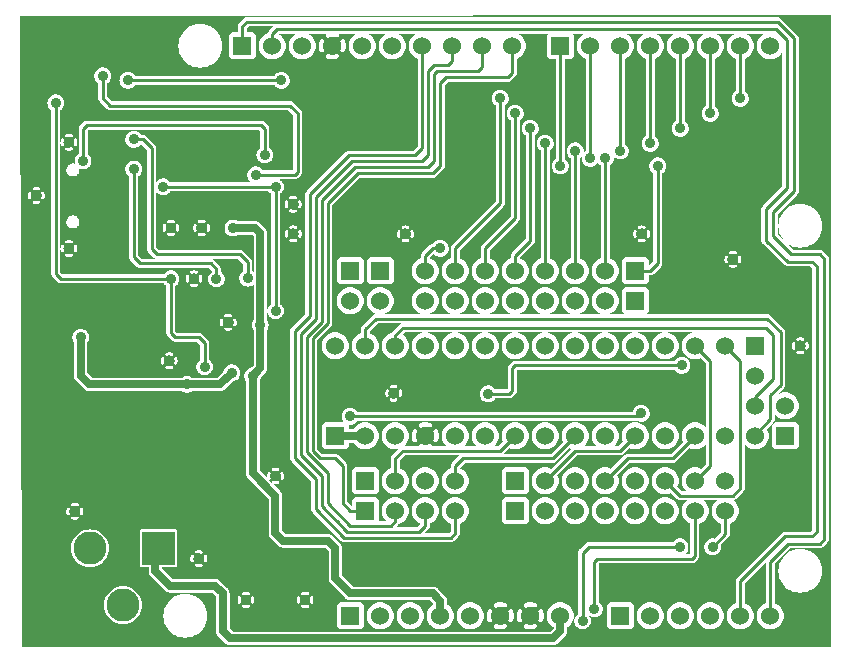
<source format=gbl>
G04 start of page 3 for group 1 idx 1 *
G04 Title: AJ.001.00.01.01, bottom *
G04 Creator: pcb 4.1.2 *
G04 CreationDate: Sat Nov 17 19:06:24 2018 UTC *
G04 For: bert *
G04 Format: Gerber/RS-274X *
G04 PCB-Dimensions (mil): 3200.00 2500.00 *
G04 PCB-Coordinate-Origin: lower left *
%MOIN*%
%FSLAX25Y25*%
%LNGBL*%
%ADD35C,0.0280*%
%ADD34C,0.0354*%
%ADD33C,0.0709*%
%ADD32C,0.0380*%
%ADD31C,0.1260*%
%ADD30C,0.0200*%
%ADD29C,0.0360*%
%ADD28C,0.1102*%
%ADD27C,0.0600*%
%ADD26C,0.0100*%
%ADD25C,0.0250*%
%ADD24C,0.0001*%
G54D24*G36*
X208613Y140705D02*X209294Y140542D01*
X209824Y140500D01*
X208613D01*
Y140705D01*
G37*
G36*
Y134500D02*X209824D01*
X209294Y134458D01*
X208613Y134295D01*
Y134500D01*
G37*
G36*
Y91000D02*X212441D01*
X212500Y90995D01*
X212735Y91014D01*
X212735Y91014D01*
X212965Y91069D01*
X213183Y91159D01*
X213384Y91283D01*
X213564Y91436D01*
X213602Y91481D01*
X218056Y95935D01*
X218591Y95713D01*
X211944Y89065D01*
X211395Y89293D01*
X210706Y89458D01*
X210000Y89514D01*
X209294Y89458D01*
X208613Y89295D01*
Y91000D01*
G37*
G36*
X249993Y80487D02*X250000Y80486D01*
X250706Y80542D01*
X251395Y80707D01*
X251944Y80935D01*
X253898Y78981D01*
X253936Y78936D01*
X254116Y78783D01*
X254317Y78659D01*
X254535Y78569D01*
X254765Y78514D01*
X255000Y78495D01*
X255059Y78500D01*
X257169D01*
X256808Y78192D01*
X256348Y77653D01*
X255978Y77049D01*
X255707Y76395D01*
X255542Y75706D01*
X255486Y75000D01*
X255542Y74294D01*
X255707Y73605D01*
X255978Y72951D01*
X256348Y72347D01*
X256808Y71808D01*
X257347Y71348D01*
X257951Y70978D01*
X258343Y70816D01*
Y60661D01*
X258237Y60555D01*
X256303D01*
X256572Y60720D01*
X256907Y61006D01*
X257193Y61341D01*
X257424Y61717D01*
X257592Y62124D01*
X257695Y62553D01*
X257721Y62992D01*
X257695Y63431D01*
X257592Y63860D01*
X257424Y64267D01*
X257193Y64643D01*
X256907Y64978D01*
X256572Y65264D01*
X256196Y65495D01*
X255789Y65663D01*
X255361Y65766D01*
X254921Y65801D01*
X254482Y65766D01*
X254053Y65663D01*
X253646Y65495D01*
X253270Y65264D01*
X252935Y64978D01*
X252649Y64643D01*
X252557Y64492D01*
X249993D01*
Y70487D01*
X250000Y70486D01*
X250706Y70542D01*
X251395Y70707D01*
X252049Y70978D01*
X252653Y71348D01*
X253192Y71808D01*
X253652Y72347D01*
X254022Y72951D01*
X254293Y73605D01*
X254458Y74294D01*
X254500Y75000D01*
X254458Y75706D01*
X254293Y76395D01*
X254022Y77049D01*
X253652Y77653D01*
X253192Y78192D01*
X252653Y78652D01*
X252049Y79022D01*
X251395Y79293D01*
X250706Y79458D01*
X250000Y79514D01*
X249993Y79513D01*
Y80487D01*
G37*
G36*
Y91000D02*X252441D01*
X252500Y90995D01*
X252735Y91014D01*
X252735Y91014D01*
X252965Y91069D01*
X253183Y91159D01*
X253384Y91283D01*
X253564Y91436D01*
X253602Y91481D01*
X258056Y95935D01*
X258605Y95707D01*
X259294Y95542D01*
X260000Y95486D01*
X260706Y95542D01*
X261395Y95707D01*
X262049Y95978D01*
X262653Y96348D01*
X263192Y96808D01*
X263500Y97169D01*
Y90621D01*
X261944Y89065D01*
X261395Y89293D01*
X260706Y89458D01*
X260000Y89514D01*
X259294Y89458D01*
X258605Y89293D01*
X257951Y89022D01*
X257347Y88652D01*
X256808Y88192D01*
X256348Y87653D01*
X255978Y87049D01*
X255707Y86395D01*
X255542Y85706D01*
X255486Y85000D01*
X255542Y84294D01*
X255707Y83605D01*
X255978Y82951D01*
X256348Y82347D01*
X256808Y81808D01*
X257169Y81500D01*
X255621D01*
X254065Y83056D01*
X254293Y83605D01*
X254458Y84294D01*
X254500Y85000D01*
X254458Y85706D01*
X254293Y86395D01*
X254022Y87049D01*
X253652Y87653D01*
X253192Y88192D01*
X252653Y88652D01*
X252049Y89022D01*
X251395Y89293D01*
X250706Y89458D01*
X250000Y89514D01*
X249993Y89513D01*
Y91000D01*
G37*
G36*
X239993D02*X249993D01*
Y89513D01*
X249294Y89458D01*
X248605Y89293D01*
X247951Y89022D01*
X247347Y88652D01*
X246808Y88192D01*
X246348Y87653D01*
X245978Y87049D01*
X245707Y86395D01*
X245542Y85706D01*
X245486Y85000D01*
X245542Y84294D01*
X245707Y83605D01*
X245978Y82951D01*
X246348Y82347D01*
X246808Y81808D01*
X247347Y81348D01*
X247951Y80978D01*
X248605Y80707D01*
X249294Y80542D01*
X249993Y80487D01*
Y79513D01*
X249294Y79458D01*
X248605Y79293D01*
X247951Y79022D01*
X247347Y78652D01*
X246808Y78192D01*
X246348Y77653D01*
X245978Y77049D01*
X245707Y76395D01*
X245542Y75706D01*
X245486Y75000D01*
X245542Y74294D01*
X245707Y73605D01*
X245978Y72951D01*
X246348Y72347D01*
X246808Y71808D01*
X247347Y71348D01*
X247951Y70978D01*
X248605Y70707D01*
X249294Y70542D01*
X249993Y70487D01*
Y64492D01*
X239993D01*
Y70487D01*
X240000Y70486D01*
X240706Y70542D01*
X241395Y70707D01*
X242049Y70978D01*
X242653Y71348D01*
X243192Y71808D01*
X243652Y72347D01*
X244022Y72951D01*
X244293Y73605D01*
X244458Y74294D01*
X244500Y75000D01*
X244458Y75706D01*
X244293Y76395D01*
X244022Y77049D01*
X243652Y77653D01*
X243192Y78192D01*
X242653Y78652D01*
X242049Y79022D01*
X241395Y79293D01*
X240706Y79458D01*
X240000Y79514D01*
X239993Y79513D01*
Y80487D01*
X240000Y80486D01*
X240706Y80542D01*
X241395Y80707D01*
X242049Y80978D01*
X242653Y81348D01*
X243192Y81808D01*
X243652Y82347D01*
X244022Y82951D01*
X244293Y83605D01*
X244458Y84294D01*
X244500Y85000D01*
X244458Y85706D01*
X244293Y86395D01*
X244022Y87049D01*
X243652Y87653D01*
X243192Y88192D01*
X242653Y88652D01*
X242049Y89022D01*
X241395Y89293D01*
X240706Y89458D01*
X240000Y89514D01*
X239993Y89513D01*
Y91000D01*
G37*
G36*
X235000Y87879D02*X238121Y91000D01*
X239993D01*
Y89513D01*
X239294Y89458D01*
X238605Y89293D01*
X237951Y89022D01*
X237347Y88652D01*
X236808Y88192D01*
X236348Y87653D01*
X235978Y87049D01*
X235707Y86395D01*
X235542Y85706D01*
X235486Y85000D01*
X235542Y84294D01*
X235707Y83605D01*
X235978Y82951D01*
X236348Y82347D01*
X236808Y81808D01*
X237347Y81348D01*
X237951Y80978D01*
X238605Y80707D01*
X239294Y80542D01*
X239993Y80487D01*
Y79513D01*
X239294Y79458D01*
X238605Y79293D01*
X237951Y79022D01*
X237347Y78652D01*
X236808Y78192D01*
X236348Y77653D01*
X235978Y77049D01*
X235707Y76395D01*
X235542Y75706D01*
X235486Y75000D01*
X235542Y74294D01*
X235707Y73605D01*
X235978Y72951D01*
X236348Y72347D01*
X236808Y71808D01*
X237347Y71348D01*
X237951Y70978D01*
X238605Y70707D01*
X239294Y70542D01*
X239993Y70487D01*
Y64492D01*
X235000D01*
Y87879D01*
G37*
G36*
X249993Y122000D02*X253135D01*
X253228Y121849D01*
X253514Y121514D01*
X253849Y121228D01*
X254225Y120997D01*
X254632Y120829D01*
X255061Y120726D01*
X255500Y120691D01*
X255939Y120726D01*
X256368Y120829D01*
X256775Y120997D01*
X257151Y121228D01*
X257486Y121514D01*
X257772Y121849D01*
X258003Y122225D01*
X258171Y122632D01*
X258274Y123061D01*
X258300Y123500D01*
X258274Y123939D01*
X258171Y124368D01*
X258003Y124775D01*
X257772Y125151D01*
X257486Y125486D01*
X257151Y125772D01*
X256775Y126003D01*
X256368Y126171D01*
X255939Y126274D01*
X255500Y126309D01*
X255061Y126274D01*
X254632Y126171D01*
X254225Y126003D01*
X253849Y125772D01*
X253514Y125486D01*
X253228Y125151D01*
X253135Y125000D01*
X249993D01*
Y125487D01*
X250000Y125486D01*
X250706Y125542D01*
X251395Y125707D01*
X252049Y125978D01*
X252653Y126348D01*
X253192Y126808D01*
X253652Y127347D01*
X254022Y127951D01*
X254293Y128605D01*
X254458Y129294D01*
X254500Y130000D01*
X254458Y130706D01*
X254293Y131395D01*
X254022Y132049D01*
X253652Y132653D01*
X253192Y133192D01*
X252653Y133652D01*
X252049Y134022D01*
X251395Y134293D01*
X250706Y134458D01*
X250176Y134500D01*
X259824D01*
X259294Y134458D01*
X258605Y134293D01*
X257951Y134022D01*
X257347Y133652D01*
X256808Y133192D01*
X256348Y132653D01*
X255978Y132049D01*
X255707Y131395D01*
X255542Y130706D01*
X255486Y130000D01*
X255542Y129294D01*
X255707Y128605D01*
X255978Y127951D01*
X256348Y127347D01*
X256808Y126808D01*
X257347Y126348D01*
X257951Y125978D01*
X258605Y125707D01*
X259294Y125542D01*
X260000Y125486D01*
X260706Y125542D01*
X261395Y125707D01*
X261944Y125935D01*
X263500Y124379D01*
Y102831D01*
X263192Y103192D01*
X262653Y103652D01*
X262049Y104022D01*
X261395Y104293D01*
X260706Y104458D01*
X260000Y104514D01*
X259294Y104458D01*
X258605Y104293D01*
X257951Y104022D01*
X257347Y103652D01*
X256808Y103192D01*
X256348Y102653D01*
X255978Y102049D01*
X255707Y101395D01*
X255542Y100706D01*
X255486Y100000D01*
X255542Y99294D01*
X255707Y98605D01*
X255935Y98056D01*
X251879Y94000D01*
X249993D01*
Y95487D01*
X250000Y95486D01*
X250706Y95542D01*
X251395Y95707D01*
X252049Y95978D01*
X252653Y96348D01*
X253192Y96808D01*
X253652Y97347D01*
X254022Y97951D01*
X254293Y98605D01*
X254458Y99294D01*
X254500Y100000D01*
X254458Y100706D01*
X254293Y101395D01*
X254022Y102049D01*
X253652Y102653D01*
X253192Y103192D01*
X252653Y103652D01*
X252049Y104022D01*
X251395Y104293D01*
X250706Y104458D01*
X250000Y104514D01*
X249993Y104513D01*
Y122000D01*
G37*
G36*
Y125000D02*X235000D01*
Y134500D01*
X239824D01*
X239294Y134458D01*
X238605Y134293D01*
X237951Y134022D01*
X237347Y133652D01*
X236808Y133192D01*
X236348Y132653D01*
X235978Y132049D01*
X235707Y131395D01*
X235542Y130706D01*
X235486Y130000D01*
X235542Y129294D01*
X235707Y128605D01*
X235978Y127951D01*
X236348Y127347D01*
X236808Y126808D01*
X237347Y126348D01*
X237951Y125978D01*
X238605Y125707D01*
X239294Y125542D01*
X240000Y125486D01*
X240706Y125542D01*
X241395Y125707D01*
X242049Y125978D01*
X242653Y126348D01*
X243192Y126808D01*
X243652Y127347D01*
X244022Y127951D01*
X244293Y128605D01*
X244458Y129294D01*
X244500Y130000D01*
X244458Y130706D01*
X244293Y131395D01*
X244022Y132049D01*
X243652Y132653D01*
X243192Y133192D01*
X242653Y133652D01*
X242049Y134022D01*
X241395Y134293D01*
X240706Y134458D01*
X240176Y134500D01*
X249824D01*
X249294Y134458D01*
X248605Y134293D01*
X247951Y134022D01*
X247347Y133652D01*
X246808Y133192D01*
X246348Y132653D01*
X245978Y132049D01*
X245707Y131395D01*
X245542Y130706D01*
X245486Y130000D01*
X245542Y129294D01*
X245707Y128605D01*
X245978Y127951D01*
X246348Y127347D01*
X246808Y126808D01*
X247347Y126348D01*
X247951Y125978D01*
X248605Y125707D01*
X249294Y125542D01*
X249993Y125487D01*
Y125000D01*
G37*
G36*
X235000Y93495D02*X235235Y93514D01*
X235235Y93514D01*
X235465Y93569D01*
X235683Y93659D01*
X235884Y93783D01*
X236064Y93936D01*
X236102Y93981D01*
X238056Y95935D01*
X238605Y95707D01*
X239294Y95542D01*
X240000Y95486D01*
X240706Y95542D01*
X241395Y95707D01*
X242049Y95978D01*
X242653Y96348D01*
X243192Y96808D01*
X243652Y97347D01*
X244022Y97951D01*
X244293Y98605D01*
X244458Y99294D01*
X244500Y100000D01*
X244458Y100706D01*
X244293Y101395D01*
X244022Y102049D01*
X243652Y102653D01*
X243192Y103192D01*
X242653Y103652D01*
X242049Y104022D01*
X241395Y104293D01*
X240706Y104458D01*
X240000Y104514D01*
X239294Y104458D01*
X238605Y104293D01*
X237951Y104022D01*
X237347Y103652D01*
X236808Y103192D01*
X236348Y102653D01*
X235978Y102049D01*
X235707Y101395D01*
X235542Y100706D01*
X235486Y100000D01*
X235542Y99294D01*
X235707Y98605D01*
X235935Y98056D01*
X235000Y97121D01*
Y105000D01*
X240721D01*
X240725Y104997D01*
X241132Y104829D01*
X241561Y104726D01*
X242000Y104691D01*
X242439Y104726D01*
X242868Y104829D01*
X243275Y104997D01*
X243651Y105228D01*
X243986Y105514D01*
X244272Y105849D01*
X244503Y106225D01*
X244671Y106632D01*
X244774Y107061D01*
X244800Y107500D01*
X244774Y107939D01*
X244671Y108368D01*
X244503Y108775D01*
X244272Y109151D01*
X243986Y109486D01*
X243651Y109772D01*
X243275Y110003D01*
X242868Y110171D01*
X242439Y110274D01*
X242000Y110309D01*
X241561Y110274D01*
X241132Y110171D01*
X240725Y110003D01*
X240349Y109772D01*
X240014Y109486D01*
X239728Y109151D01*
X239497Y108775D01*
X239329Y108368D01*
X239241Y108000D01*
X235000D01*
Y122000D01*
X249993D01*
Y104513D01*
X249294Y104458D01*
X248605Y104293D01*
X247951Y104022D01*
X247347Y103652D01*
X246808Y103192D01*
X246348Y102653D01*
X245978Y102049D01*
X245707Y101395D01*
X245542Y100706D01*
X245486Y100000D01*
X245542Y99294D01*
X245707Y98605D01*
X245978Y97951D01*
X246348Y97347D01*
X246808Y96808D01*
X247347Y96348D01*
X247951Y95978D01*
X248605Y95707D01*
X249294Y95542D01*
X249993Y95487D01*
Y94000D01*
X237559D01*
X237500Y94005D01*
X237265Y93986D01*
X237035Y93931D01*
X236817Y93841D01*
X236616Y93717D01*
X236615Y93717D01*
X236436Y93564D01*
X236398Y93519D01*
X235000Y92121D01*
Y93495D01*
G37*
G36*
X244993Y188736D02*X244997Y188725D01*
X245228Y188349D01*
X245514Y188014D01*
X245849Y187728D01*
X246000Y187635D01*
Y158121D01*
X244993Y157114D01*
Y188736D01*
G37*
G36*
X264993Y78500D02*X267169D01*
X266808Y78192D01*
X266348Y77653D01*
X265978Y77049D01*
X265707Y76395D01*
X265542Y75706D01*
X265486Y75000D01*
X265542Y74294D01*
X265707Y73605D01*
X265978Y72951D01*
X266348Y72347D01*
X266808Y71808D01*
X267347Y71348D01*
X267951Y70978D01*
X268500Y70751D01*
Y67865D01*
X266359Y65725D01*
X266187Y65766D01*
X265748Y65801D01*
X265309Y65766D01*
X264993Y65690D01*
Y78500D01*
G37*
G36*
X297230Y156500D02*X298379D01*
X299000Y155879D01*
Y68621D01*
X298379Y68000D01*
X297230D01*
Y128714D01*
X297298Y128728D01*
X297371Y128755D01*
X297440Y128794D01*
X297502Y128843D01*
X297555Y128901D01*
X297598Y128966D01*
X297630Y129038D01*
X297706Y129271D01*
X297760Y129511D01*
X297792Y129755D01*
X297803Y130000D01*
X297792Y130245D01*
X297760Y130489D01*
X297706Y130729D01*
X297632Y130963D01*
X297600Y131035D01*
X297556Y131100D01*
X297503Y131159D01*
X297441Y131208D01*
X297372Y131246D01*
X297298Y131274D01*
X297230Y131288D01*
Y156500D01*
G37*
G36*
X294989D02*X297230D01*
Y131288D01*
X297221Y131290D01*
X297142Y131293D01*
X297063Y131284D01*
X296987Y131263D01*
X296915Y131230D01*
X296850Y131186D01*
X296791Y131133D01*
X296742Y131071D01*
X296704Y131002D01*
X296676Y130928D01*
X296660Y130851D01*
X296657Y130772D01*
X296666Y130693D01*
X296689Y130618D01*
X296738Y130468D01*
X296772Y130314D01*
X296793Y130158D01*
X296800Y130000D01*
X296793Y129842D01*
X296772Y129686D01*
X296738Y129532D01*
X296690Y129382D01*
X296668Y129306D01*
X296659Y129228D01*
X296662Y129150D01*
X296678Y129073D01*
X296705Y128999D01*
X296744Y128930D01*
X296793Y128869D01*
X296851Y128815D01*
X296916Y128772D01*
X296988Y128739D01*
X297064Y128718D01*
X297142Y128709D01*
X297220Y128712D01*
X297230Y128714D01*
Y68000D01*
X294989D01*
Y127198D01*
X295000Y127197D01*
X295245Y127208D01*
X295489Y127240D01*
X295729Y127294D01*
X295963Y127368D01*
X296035Y127400D01*
X296100Y127444D01*
X296159Y127497D01*
X296208Y127559D01*
X296246Y127628D01*
X296274Y127702D01*
X296290Y127779D01*
X296293Y127858D01*
X296284Y127937D01*
X296263Y128013D01*
X296230Y128085D01*
X296186Y128150D01*
X296133Y128209D01*
X296071Y128258D01*
X296002Y128296D01*
X295928Y128324D01*
X295851Y128340D01*
X295772Y128343D01*
X295693Y128334D01*
X295618Y128311D01*
X295468Y128262D01*
X295314Y128228D01*
X295158Y128207D01*
X295000Y128200D01*
X294989Y128200D01*
Y131800D01*
X295000Y131800D01*
X295158Y131793D01*
X295314Y131772D01*
X295468Y131738D01*
X295618Y131690D01*
X295694Y131668D01*
X295772Y131659D01*
X295850Y131662D01*
X295927Y131678D01*
X296001Y131705D01*
X296070Y131744D01*
X296131Y131793D01*
X296185Y131851D01*
X296228Y131916D01*
X296261Y131988D01*
X296282Y132064D01*
X296291Y132142D01*
X296288Y132220D01*
X296272Y132298D01*
X296245Y132371D01*
X296206Y132440D01*
X296157Y132502D01*
X296099Y132555D01*
X296034Y132598D01*
X295962Y132630D01*
X295729Y132706D01*
X295489Y132760D01*
X295245Y132792D01*
X295000Y132803D01*
X294989Y132802D01*
Y156500D01*
G37*
G36*
Y240152D02*X305118Y240157D01*
Y29528D01*
X294989D01*
Y47678D01*
X295000Y47677D01*
X296145Y47768D01*
X297263Y48036D01*
X298324Y48476D01*
X299304Y49076D01*
X300178Y49822D01*
X300924Y50696D01*
X301524Y51676D01*
X301964Y52737D01*
X302232Y53855D01*
X302300Y55000D01*
X302232Y56145D01*
X301964Y57263D01*
X301524Y58324D01*
X300924Y59304D01*
X300178Y60178D01*
X299304Y60924D01*
X298324Y61524D01*
X297263Y61964D01*
X296145Y62232D01*
X295000Y62323D01*
X294989Y62322D01*
Y62500D01*
X301441D01*
X301500Y62495D01*
X301735Y62514D01*
X301735Y62514D01*
X301965Y62569D01*
X302183Y62659D01*
X302384Y62783D01*
X302564Y62936D01*
X302602Y62981D01*
X304019Y64398D01*
X304064Y64436D01*
X304217Y64615D01*
X304217Y64616D01*
X304341Y64817D01*
X304431Y65035D01*
X304486Y65265D01*
X304505Y65500D01*
X304500Y65559D01*
Y158941D01*
X304505Y159000D01*
X304486Y159235D01*
X304431Y159465D01*
X304341Y159683D01*
X304217Y159884D01*
X304064Y160064D01*
X304019Y160102D01*
X302602Y161519D01*
X302564Y161564D01*
X302384Y161717D01*
X302183Y161841D01*
X301965Y161931D01*
X301735Y161986D01*
X301500Y162005D01*
X301441Y162000D01*
X294989D01*
Y162678D01*
X295000Y162677D01*
X296145Y162768D01*
X297263Y163036D01*
X298324Y163476D01*
X299304Y164076D01*
X300178Y164822D01*
X300924Y165696D01*
X301524Y166676D01*
X301964Y167737D01*
X302232Y168855D01*
X302300Y170000D01*
X302232Y171145D01*
X301964Y172263D01*
X301524Y173324D01*
X300924Y174304D01*
X300178Y175178D01*
X299304Y175924D01*
X298324Y176524D01*
X297263Y176964D01*
X296145Y177232D01*
X295000Y177323D01*
X294989Y177322D01*
Y240152D01*
G37*
G36*
X290000Y60879D02*X291621Y62500D01*
X294989D01*
Y62322D01*
X293855Y62232D01*
X292737Y61964D01*
X291676Y61524D01*
X290696Y60924D01*
X290000Y60330D01*
Y60879D01*
G37*
G36*
X292770Y106448D02*X293192Y106808D01*
X293652Y107347D01*
X294022Y107951D01*
X294293Y108605D01*
X294458Y109294D01*
X294500Y110000D01*
X294458Y110706D01*
X294293Y111395D01*
X294022Y112049D01*
X293652Y112653D01*
X293192Y113192D01*
X292770Y113552D01*
Y128712D01*
X292779Y128710D01*
X292858Y128707D01*
X292937Y128716D01*
X293013Y128737D01*
X293085Y128770D01*
X293150Y128814D01*
X293209Y128867D01*
X293258Y128929D01*
X293296Y128998D01*
X293324Y129072D01*
X293340Y129149D01*
X293343Y129228D01*
X293334Y129307D01*
X293311Y129382D01*
X293262Y129532D01*
X293228Y129686D01*
X293207Y129842D01*
X293200Y130000D01*
X293207Y130158D01*
X293228Y130314D01*
X293262Y130468D01*
X293310Y130618D01*
X293332Y130694D01*
X293341Y130772D01*
X293338Y130850D01*
X293322Y130927D01*
X293295Y131001D01*
X293256Y131070D01*
X293207Y131131D01*
X293149Y131185D01*
X293084Y131228D01*
X293012Y131261D01*
X292936Y131282D01*
X292858Y131291D01*
X292780Y131288D01*
X292770Y131286D01*
Y156500D01*
X294989D01*
Y132802D01*
X294755Y132792D01*
X294511Y132760D01*
X294271Y132706D01*
X294037Y132632D01*
X293965Y132600D01*
X293900Y132556D01*
X293841Y132503D01*
X293792Y132441D01*
X293754Y132372D01*
X293726Y132298D01*
X293710Y132221D01*
X293707Y132142D01*
X293716Y132063D01*
X293737Y131987D01*
X293770Y131915D01*
X293814Y131850D01*
X293867Y131791D01*
X293929Y131742D01*
X293998Y131704D01*
X294072Y131676D01*
X294149Y131660D01*
X294228Y131657D01*
X294307Y131666D01*
X294382Y131689D01*
X294532Y131738D01*
X294686Y131772D01*
X294842Y131793D01*
X294989Y131800D01*
Y128200D01*
X294842Y128207D01*
X294686Y128228D01*
X294532Y128262D01*
X294382Y128310D01*
X294306Y128332D01*
X294228Y128341D01*
X294150Y128338D01*
X294073Y128322D01*
X293999Y128295D01*
X293930Y128256D01*
X293869Y128207D01*
X293815Y128149D01*
X293772Y128084D01*
X293739Y128012D01*
X293718Y127936D01*
X293709Y127858D01*
X293712Y127780D01*
X293728Y127702D01*
X293755Y127629D01*
X293794Y127560D01*
X293843Y127498D01*
X293901Y127445D01*
X293966Y127402D01*
X294038Y127370D01*
X294271Y127294D01*
X294511Y127240D01*
X294755Y127208D01*
X294989Y127198D01*
Y68000D01*
X292770D01*
Y95513D01*
X293235Y95514D01*
X293465Y95569D01*
X293683Y95659D01*
X293884Y95783D01*
X294064Y95936D01*
X294217Y96116D01*
X294341Y96317D01*
X294431Y96535D01*
X294486Y96765D01*
X294500Y97000D01*
X294486Y103235D01*
X294431Y103465D01*
X294341Y103683D01*
X294217Y103884D01*
X294064Y104064D01*
X293884Y104217D01*
X293683Y104341D01*
X293465Y104431D01*
X293235Y104486D01*
X293000Y104500D01*
X292770Y104499D01*
Y106448D01*
G37*
G36*
Y68000D02*X290059D01*
X290000Y68005D01*
Y95507D01*
X292770Y95513D01*
Y68000D01*
G37*
G36*
Y113552D02*X292653Y113652D01*
X292049Y114022D01*
X291395Y114293D01*
X290706Y114458D01*
X290000Y114514D01*
Y116941D01*
X290005Y117000D01*
X290000Y117059D01*
Y134441D01*
X290005Y134500D01*
X290000Y134559D01*
Y156881D01*
X290116Y156783D01*
X290141Y156767D01*
X290158Y156753D01*
X290238Y156708D01*
X290317Y156659D01*
X290341Y156649D01*
X290364Y156637D01*
X290450Y156604D01*
X290535Y156569D01*
X290560Y156563D01*
X290585Y156554D01*
X290675Y156535D01*
X290765Y156514D01*
X290787Y156513D01*
X290816Y156507D01*
X291052Y156496D01*
X291085Y156500D01*
X292770D01*
Y131286D01*
X292702Y131272D01*
X292629Y131245D01*
X292560Y131206D01*
X292498Y131157D01*
X292445Y131099D01*
X292402Y131034D01*
X292370Y130962D01*
X292294Y130729D01*
X292240Y130489D01*
X292208Y130245D01*
X292197Y130000D01*
X292208Y129755D01*
X292240Y129511D01*
X292294Y129271D01*
X292368Y129037D01*
X292400Y128965D01*
X292444Y128900D01*
X292497Y128841D01*
X292559Y128792D01*
X292628Y128754D01*
X292702Y128726D01*
X292770Y128712D01*
Y113552D01*
G37*
G36*
X290000Y105486D02*X290706Y105542D01*
X291395Y105707D01*
X292049Y105978D01*
X292653Y106348D01*
X292770Y106448D01*
Y104499D01*
X290000Y104493D01*
Y105486D01*
G37*
G36*
X294989Y29528D02*X290000D01*
Y49670D01*
X290696Y49076D01*
X291676Y48476D01*
X292737Y48036D01*
X293855Y47768D01*
X294989Y47678D01*
Y29528D01*
G37*
G36*
X272501Y226254D02*X272951Y225978D01*
X273500Y225751D01*
Y214865D01*
X273349Y214772D01*
X273014Y214486D01*
X272728Y214151D01*
X272501Y213781D01*
Y226254D01*
G37*
G36*
Y234000D02*X272915D01*
X272501Y233746D01*
Y234000D01*
G37*
G36*
X290000Y134559D02*X289986Y134735D01*
X289931Y134965D01*
X289841Y135183D01*
X289717Y135384D01*
X289564Y135564D01*
X289519Y135602D01*
X285102Y140019D01*
X285064Y140064D01*
X284884Y140217D01*
X284683Y140341D01*
X284465Y140431D01*
X284235Y140486D01*
X284000Y140505D01*
X283941Y140500D01*
X274730D01*
Y157514D01*
X274798Y157528D01*
X274871Y157555D01*
X274940Y157594D01*
X275002Y157643D01*
X275055Y157701D01*
X275098Y157766D01*
X275130Y157838D01*
X275206Y158071D01*
X275260Y158311D01*
X275292Y158555D01*
X275303Y158800D01*
X275292Y159045D01*
X275260Y159289D01*
X275206Y159529D01*
X275132Y159763D01*
X275100Y159835D01*
X275056Y159900D01*
X275003Y159959D01*
X274941Y160008D01*
X274872Y160046D01*
X274798Y160074D01*
X274730Y160088D01*
Y209713D01*
X275000Y209691D01*
X275439Y209726D01*
X275868Y209829D01*
X276275Y209997D01*
X276651Y210228D01*
X276986Y210514D01*
X277272Y210849D01*
X277503Y211225D01*
X277671Y211632D01*
X277774Y212061D01*
X277800Y212500D01*
X277774Y212939D01*
X277671Y213368D01*
X277503Y213775D01*
X277272Y214151D01*
X276986Y214486D01*
X276651Y214772D01*
X276500Y214865D01*
Y225751D01*
X277049Y225978D01*
X277653Y226348D01*
X278192Y226808D01*
X278652Y227347D01*
X279022Y227951D01*
X279293Y228605D01*
X279458Y229294D01*
X279500Y230000D01*
X279458Y230706D01*
X279293Y231395D01*
X279022Y232049D01*
X278652Y232653D01*
X278192Y233192D01*
X277653Y233652D01*
X277085Y234000D01*
X282915D01*
X282347Y233652D01*
X281808Y233192D01*
X281348Y232653D01*
X280978Y232049D01*
X280707Y231395D01*
X280542Y230706D01*
X280486Y230000D01*
X280542Y229294D01*
X280707Y228605D01*
X280978Y227951D01*
X281348Y227347D01*
X281808Y226808D01*
X282347Y226348D01*
X282951Y225978D01*
X283605Y225707D01*
X284294Y225542D01*
X285000Y225486D01*
X285706Y225542D01*
X286395Y225707D01*
X287049Y225978D01*
X287653Y226348D01*
X288192Y226808D01*
X288652Y227347D01*
X289000Y227915D01*
Y183121D01*
X282481Y176602D01*
X282436Y176564D01*
X282283Y176384D01*
X282159Y176183D01*
X282069Y175965D01*
X282014Y175735D01*
X282014Y175735D01*
X281995Y175500D01*
X282000Y175441D01*
Y165033D01*
X281996Y164948D01*
X282010Y164823D01*
X282014Y164765D01*
X282020Y164739D01*
X282023Y164714D01*
X282048Y164625D01*
X282069Y164535D01*
X282079Y164511D01*
X282086Y164486D01*
X282124Y164402D01*
X282159Y164317D01*
X282173Y164295D01*
X282184Y164271D01*
X282235Y164194D01*
X282283Y164116D01*
X282300Y164096D01*
X282314Y164074D01*
X282355Y164032D01*
X282436Y163936D01*
X282500Y163881D01*
X289915Y156961D01*
X289936Y156936D01*
X290000Y156881D01*
Y134559D01*
G37*
G36*
X274730Y140500D02*X272501D01*
Y155997D01*
X272745Y156008D01*
X272989Y156040D01*
X273229Y156094D01*
X273463Y156168D01*
X273535Y156200D01*
X273600Y156244D01*
X273659Y156297D01*
X273708Y156359D01*
X273746Y156428D01*
X273774Y156502D01*
X273790Y156579D01*
X273793Y156658D01*
X273784Y156737D01*
X273763Y156813D01*
X273730Y156885D01*
X273686Y156950D01*
X273633Y157009D01*
X273571Y157058D01*
X273502Y157096D01*
X273428Y157124D01*
X273351Y157140D01*
X273272Y157143D01*
X273193Y157134D01*
X273118Y157111D01*
X272968Y157062D01*
X272814Y157028D01*
X272658Y157007D01*
X272501Y157000D01*
Y160600D01*
X272658Y160593D01*
X272814Y160572D01*
X272968Y160538D01*
X273118Y160490D01*
X273194Y160468D01*
X273272Y160459D01*
X273350Y160462D01*
X273427Y160478D01*
X273501Y160505D01*
X273570Y160544D01*
X273631Y160593D01*
X273685Y160651D01*
X273728Y160716D01*
X273761Y160788D01*
X273782Y160864D01*
X273791Y160942D01*
X273788Y161020D01*
X273772Y161098D01*
X273745Y161171D01*
X273706Y161240D01*
X273657Y161302D01*
X273599Y161355D01*
X273534Y161398D01*
X273462Y161430D01*
X273229Y161506D01*
X272989Y161560D01*
X272745Y161592D01*
X272501Y161603D01*
Y211219D01*
X272728Y210849D01*
X273014Y210514D01*
X273349Y210228D01*
X273725Y209997D01*
X274132Y209829D01*
X274561Y209726D01*
X274730Y209713D01*
Y160088D01*
X274721Y160090D01*
X274642Y160093D01*
X274563Y160084D01*
X274487Y160063D01*
X274415Y160030D01*
X274350Y159986D01*
X274291Y159933D01*
X274242Y159871D01*
X274204Y159802D01*
X274176Y159728D01*
X274160Y159651D01*
X274157Y159572D01*
X274166Y159493D01*
X274189Y159418D01*
X274238Y159268D01*
X274272Y159114D01*
X274293Y158958D01*
X274300Y158800D01*
X274293Y158642D01*
X274272Y158486D01*
X274238Y158332D01*
X274190Y158182D01*
X274168Y158106D01*
X274159Y158028D01*
X274162Y157950D01*
X274178Y157873D01*
X274205Y157799D01*
X274244Y157730D01*
X274293Y157669D01*
X274351Y157615D01*
X274416Y157572D01*
X274488Y157539D01*
X274564Y157518D01*
X274642Y157509D01*
X274720Y157512D01*
X274730Y157514D01*
Y140500D01*
G37*
G36*
X272501D02*X270270D01*
Y157512D01*
X270279Y157510D01*
X270358Y157507D01*
X270437Y157516D01*
X270513Y157537D01*
X270585Y157570D01*
X270650Y157614D01*
X270709Y157667D01*
X270758Y157729D01*
X270796Y157798D01*
X270824Y157872D01*
X270840Y157949D01*
X270843Y158028D01*
X270834Y158107D01*
X270811Y158182D01*
X270762Y158332D01*
X270728Y158486D01*
X270707Y158642D01*
X270700Y158800D01*
X270707Y158958D01*
X270728Y159114D01*
X270762Y159268D01*
X270810Y159418D01*
X270832Y159494D01*
X270841Y159572D01*
X270838Y159650D01*
X270822Y159727D01*
X270795Y159801D01*
X270756Y159870D01*
X270707Y159931D01*
X270649Y159985D01*
X270584Y160028D01*
X270512Y160061D01*
X270436Y160082D01*
X270358Y160091D01*
X270280Y160088D01*
X270270Y160086D01*
Y234000D01*
X272501D01*
Y233746D01*
X272347Y233652D01*
X271808Y233192D01*
X271348Y232653D01*
X270978Y232049D01*
X270707Y231395D01*
X270542Y230706D01*
X270486Y230000D01*
X270542Y229294D01*
X270707Y228605D01*
X270978Y227951D01*
X271348Y227347D01*
X271808Y226808D01*
X272347Y226348D01*
X272501Y226254D01*
Y213781D01*
X272497Y213775D01*
X272329Y213368D01*
X272226Y212939D01*
X272191Y212500D01*
X272226Y212061D01*
X272329Y211632D01*
X272497Y211225D01*
X272501Y211219D01*
Y161603D01*
X272500Y161603D01*
X272255Y161592D01*
X272011Y161560D01*
X271771Y161506D01*
X271537Y161432D01*
X271465Y161400D01*
X271400Y161356D01*
X271341Y161303D01*
X271292Y161241D01*
X271254Y161172D01*
X271226Y161098D01*
X271210Y161021D01*
X271207Y160942D01*
X271216Y160863D01*
X271237Y160787D01*
X271270Y160715D01*
X271314Y160650D01*
X271367Y160591D01*
X271429Y160542D01*
X271498Y160504D01*
X271572Y160476D01*
X271649Y160460D01*
X271728Y160457D01*
X271807Y160466D01*
X271882Y160489D01*
X272032Y160538D01*
X272186Y160572D01*
X272342Y160593D01*
X272500Y160600D01*
X272501Y160600D01*
Y157000D01*
X272500Y157000D01*
X272342Y157007D01*
X272186Y157028D01*
X272032Y157062D01*
X271882Y157110D01*
X271806Y157132D01*
X271728Y157141D01*
X271650Y157138D01*
X271573Y157122D01*
X271499Y157095D01*
X271430Y157056D01*
X271369Y157007D01*
X271315Y156949D01*
X271272Y156884D01*
X271239Y156812D01*
X271218Y156736D01*
X271209Y156658D01*
X271212Y156580D01*
X271228Y156502D01*
X271255Y156429D01*
X271294Y156360D01*
X271343Y156298D01*
X271401Y156245D01*
X271466Y156202D01*
X271538Y156170D01*
X271771Y156094D01*
X272011Y156040D01*
X272255Y156008D01*
X272500Y155997D01*
X272501Y155997D01*
Y140500D01*
G37*
G36*
X270270D02*X264993D01*
Y204692D01*
X265000Y204691D01*
X265439Y204726D01*
X265868Y204829D01*
X266275Y204997D01*
X266651Y205228D01*
X266986Y205514D01*
X267272Y205849D01*
X267503Y206225D01*
X267671Y206632D01*
X267774Y207061D01*
X267800Y207500D01*
X267774Y207939D01*
X267671Y208368D01*
X267503Y208775D01*
X267272Y209151D01*
X266986Y209486D01*
X266651Y209772D01*
X266500Y209865D01*
Y225751D01*
X267049Y225978D01*
X267653Y226348D01*
X268192Y226808D01*
X268652Y227347D01*
X269022Y227951D01*
X269293Y228605D01*
X269458Y229294D01*
X269500Y230000D01*
X269458Y230706D01*
X269293Y231395D01*
X269022Y232049D01*
X268652Y232653D01*
X268192Y233192D01*
X267653Y233652D01*
X267085Y234000D01*
X270270D01*
Y160086D01*
X270202Y160072D01*
X270129Y160045D01*
X270060Y160006D01*
X269998Y159957D01*
X269945Y159899D01*
X269902Y159834D01*
X269870Y159762D01*
X269794Y159529D01*
X269740Y159289D01*
X269708Y159045D01*
X269697Y158800D01*
X269708Y158555D01*
X269740Y158311D01*
X269794Y158071D01*
X269868Y157837D01*
X269900Y157765D01*
X269944Y157700D01*
X269997Y157641D01*
X270059Y157592D01*
X270128Y157554D01*
X270202Y157526D01*
X270270Y157512D01*
Y140500D01*
G37*
G36*
X290000Y114514D02*X289294Y114458D01*
X288605Y114293D01*
X287951Y114022D01*
X287347Y113652D01*
X286842Y113221D01*
X289519Y115898D01*
X289564Y115936D01*
X289717Y116115D01*
X289717Y116116D01*
X289841Y116317D01*
X289931Y116535D01*
X289986Y116765D01*
X290000Y116941D01*
Y114514D01*
G37*
G36*
Y29528D02*X264993D01*
Y35487D01*
X265000Y35486D01*
X265706Y35542D01*
X266395Y35707D01*
X267049Y35978D01*
X267653Y36348D01*
X268192Y36808D01*
X268652Y37347D01*
X269022Y37951D01*
X269293Y38605D01*
X269458Y39294D01*
X269500Y40000D01*
X269458Y40706D01*
X269293Y41395D01*
X269022Y42049D01*
X268652Y42653D01*
X268192Y43192D01*
X267653Y43652D01*
X267049Y44022D01*
X266395Y44293D01*
X265706Y44458D01*
X265000Y44514D01*
X264993Y44513D01*
Y60294D01*
X265309Y60218D01*
X265748Y60183D01*
X266187Y60218D01*
X266616Y60321D01*
X267023Y60490D01*
X267399Y60720D01*
X267734Y61006D01*
X268020Y61341D01*
X268251Y61717D01*
X268419Y62124D01*
X268522Y62553D01*
X268548Y62992D01*
X268522Y63431D01*
X268481Y63604D01*
X271019Y66142D01*
X271064Y66180D01*
X271217Y66360D01*
X271217Y66360D01*
X271341Y66561D01*
X271431Y66779D01*
X271486Y67009D01*
X271505Y67244D01*
X271500Y67303D01*
Y70751D01*
X272049Y70978D01*
X272653Y71348D01*
X273192Y71808D01*
X273652Y72347D01*
X274022Y72951D01*
X274293Y73605D01*
X274458Y74294D01*
X274500Y75000D01*
X274458Y75706D01*
X274293Y76395D01*
X274022Y77049D01*
X273652Y77653D01*
X273192Y78192D01*
X272797Y78529D01*
X272965Y78569D01*
X273183Y78659D01*
X273384Y78783D01*
X273564Y78936D01*
X273602Y78981D01*
X276019Y81398D01*
X276064Y81436D01*
X276217Y81615D01*
X276217Y81616D01*
X276341Y81817D01*
X276431Y82035D01*
X276486Y82265D01*
X276505Y82500D01*
X276500Y82559D01*
Y97169D01*
X276808Y96808D01*
X277347Y96348D01*
X277951Y95978D01*
X278605Y95707D01*
X279294Y95542D01*
X280000Y95486D01*
X280706Y95542D01*
X281395Y95707D01*
X282049Y95978D01*
X282653Y96348D01*
X283192Y96808D01*
X283652Y97347D01*
X284022Y97951D01*
X284293Y98605D01*
X284458Y99294D01*
X284500Y100000D01*
X284458Y100706D01*
X284293Y101395D01*
X284022Y102049D01*
X283888Y102267D01*
X286019Y104398D01*
X286064Y104436D01*
X286217Y104615D01*
X286217Y104616D01*
X286341Y104817D01*
X286431Y105035D01*
X286486Y105265D01*
X286505Y105500D01*
X286500Y105559D01*
Y107169D01*
X286808Y106808D01*
X287347Y106348D01*
X287951Y105978D01*
X288605Y105707D01*
X289294Y105542D01*
X290000Y105486D01*
Y104493D01*
X286765Y104486D01*
X286535Y104431D01*
X286317Y104341D01*
X286116Y104217D01*
X285936Y104064D01*
X285783Y103884D01*
X285659Y103683D01*
X285569Y103465D01*
X285514Y103235D01*
X285500Y103000D01*
X285514Y96765D01*
X285569Y96535D01*
X285659Y96317D01*
X285783Y96116D01*
X285936Y95936D01*
X286116Y95783D01*
X286317Y95659D01*
X286535Y95569D01*
X286765Y95514D01*
X287000Y95500D01*
X290000Y95507D01*
Y68005D01*
X289765Y67986D01*
X289535Y67931D01*
X289317Y67841D01*
X289116Y67717D01*
X289115Y67717D01*
X288936Y67564D01*
X288898Y67519D01*
X273981Y52602D01*
X273936Y52564D01*
X273783Y52384D01*
X273659Y52183D01*
X273569Y51965D01*
X273514Y51735D01*
X273514Y51735D01*
X273495Y51500D01*
X273500Y51441D01*
Y44249D01*
X272951Y44022D01*
X272347Y43652D01*
X271808Y43192D01*
X271348Y42653D01*
X270978Y42049D01*
X270707Y41395D01*
X270542Y40706D01*
X270486Y40000D01*
X270542Y39294D01*
X270707Y38605D01*
X270978Y37951D01*
X271348Y37347D01*
X271808Y36808D01*
X272347Y36348D01*
X272951Y35978D01*
X273605Y35707D01*
X274294Y35542D01*
X275000Y35486D01*
X275706Y35542D01*
X276395Y35707D01*
X277049Y35978D01*
X277653Y36348D01*
X278192Y36808D01*
X278652Y37347D01*
X279022Y37951D01*
X279293Y38605D01*
X279458Y39294D01*
X279500Y40000D01*
X279458Y40706D01*
X279293Y41395D01*
X279022Y42049D01*
X278652Y42653D01*
X278192Y43192D01*
X277653Y43652D01*
X277049Y44022D01*
X276500Y44249D01*
Y50879D01*
X283500Y57879D01*
Y44249D01*
X282951Y44022D01*
X282347Y43652D01*
X281808Y43192D01*
X281348Y42653D01*
X280978Y42049D01*
X280707Y41395D01*
X280542Y40706D01*
X280486Y40000D01*
X280542Y39294D01*
X280707Y38605D01*
X280978Y37951D01*
X281348Y37347D01*
X281808Y36808D01*
X282347Y36348D01*
X282951Y35978D01*
X283605Y35707D01*
X284294Y35542D01*
X285000Y35486D01*
X285706Y35542D01*
X286395Y35707D01*
X287049Y35978D01*
X287653Y36348D01*
X288192Y36808D01*
X288652Y37347D01*
X289022Y37951D01*
X289293Y38605D01*
X289458Y39294D01*
X289500Y40000D01*
X289458Y40706D01*
X289293Y41395D01*
X289022Y42049D01*
X288652Y42653D01*
X288192Y43192D01*
X287653Y43652D01*
X287049Y44022D01*
X286500Y44249D01*
Y57379D01*
X290000Y60879D01*
Y60330D01*
X289822Y60178D01*
X289076Y59304D01*
X288476Y58324D01*
X288036Y57263D01*
X287768Y56145D01*
X287677Y55000D01*
X287768Y53855D01*
X288036Y52737D01*
X288476Y51676D01*
X289076Y50696D01*
X289822Y49822D01*
X290000Y49670D01*
Y29528D01*
G37*
G36*
X264993Y240134D02*X294989Y240152D01*
Y177322D01*
X293855Y177232D01*
X292737Y176964D01*
X291676Y176524D01*
X290696Y175924D01*
X289822Y175178D01*
X289076Y174304D01*
X288476Y173324D01*
X288036Y172263D01*
X287768Y171145D01*
X287677Y170000D01*
X287768Y168855D01*
X288036Y167737D01*
X288476Y166676D01*
X289076Y165696D01*
X289822Y164822D01*
X290696Y164076D01*
X291676Y163476D01*
X292737Y163036D01*
X293855Y162768D01*
X294989Y162678D01*
Y162000D01*
X292621D01*
X287500Y167121D01*
Y173879D01*
X294019Y180398D01*
X294064Y180436D01*
X294217Y180615D01*
X294217Y180616D01*
X294341Y180817D01*
X294431Y181035D01*
X294486Y181265D01*
X294505Y181500D01*
X294500Y181559D01*
Y232441D01*
X294505Y232500D01*
X294486Y232735D01*
X294431Y232965D01*
X294341Y233183D01*
X294217Y233384D01*
X294064Y233564D01*
X294019Y233602D01*
X288602Y239019D01*
X288564Y239064D01*
X288384Y239217D01*
X288183Y239341D01*
X287965Y239431D01*
X287735Y239486D01*
X287500Y239505D01*
X287441Y239500D01*
X264993D01*
Y240134D01*
G37*
G36*
Y140500D02*X254993D01*
Y199692D01*
X255000Y199691D01*
X255439Y199726D01*
X255868Y199829D01*
X256275Y199997D01*
X256651Y200228D01*
X256986Y200514D01*
X257272Y200849D01*
X257503Y201225D01*
X257671Y201632D01*
X257774Y202061D01*
X257800Y202500D01*
X257774Y202939D01*
X257671Y203368D01*
X257503Y203775D01*
X257272Y204151D01*
X256986Y204486D01*
X256651Y204772D01*
X256500Y204865D01*
Y225751D01*
X257049Y225978D01*
X257653Y226348D01*
X258192Y226808D01*
X258652Y227347D01*
X259022Y227951D01*
X259293Y228605D01*
X259458Y229294D01*
X259500Y230000D01*
X259458Y230706D01*
X259293Y231395D01*
X259022Y232049D01*
X258652Y232653D01*
X258192Y233192D01*
X257653Y233652D01*
X257085Y234000D01*
X262915D01*
X262347Y233652D01*
X261808Y233192D01*
X261348Y232653D01*
X260978Y232049D01*
X260707Y231395D01*
X260542Y230706D01*
X260486Y230000D01*
X260542Y229294D01*
X260707Y228605D01*
X260978Y227951D01*
X261348Y227347D01*
X261808Y226808D01*
X262347Y226348D01*
X262951Y225978D01*
X263500Y225751D01*
Y209865D01*
X263349Y209772D01*
X263014Y209486D01*
X262728Y209151D01*
X262497Y208775D01*
X262329Y208368D01*
X262226Y207939D01*
X262191Y207500D01*
X262226Y207061D01*
X262329Y206632D01*
X262497Y206225D01*
X262728Y205849D01*
X263014Y205514D01*
X263349Y205228D01*
X263725Y204997D01*
X264132Y204829D01*
X264561Y204726D01*
X264993Y204692D01*
Y140500D01*
G37*
G36*
Y29528D02*X254993D01*
Y35487D01*
X255000Y35486D01*
X255706Y35542D01*
X256395Y35707D01*
X257049Y35978D01*
X257653Y36348D01*
X258192Y36808D01*
X258652Y37347D01*
X259022Y37951D01*
X259293Y38605D01*
X259458Y39294D01*
X259500Y40000D01*
X259458Y40706D01*
X259293Y41395D01*
X259022Y42049D01*
X258652Y42653D01*
X258192Y43192D01*
X257653Y43652D01*
X257049Y44022D01*
X256395Y44293D01*
X255706Y44458D01*
X255000Y44514D01*
X254993Y44513D01*
Y57555D01*
X258800D01*
X258858Y57550D01*
X259093Y57569D01*
X259094Y57569D01*
X259323Y57624D01*
X259541Y57714D01*
X259743Y57838D01*
X259922Y57991D01*
X259961Y58036D01*
X260862Y58937D01*
X260906Y58975D01*
X261060Y59155D01*
X261060Y59155D01*
X261183Y59356D01*
X261274Y59574D01*
X261329Y59804D01*
X261347Y60039D01*
X261343Y60098D01*
Y70694D01*
X261395Y70707D01*
X262049Y70978D01*
X262653Y71348D01*
X263192Y71808D01*
X263652Y72347D01*
X264022Y72951D01*
X264293Y73605D01*
X264458Y74294D01*
X264500Y75000D01*
X264458Y75706D01*
X264293Y76395D01*
X264022Y77049D01*
X263652Y77653D01*
X263192Y78192D01*
X262831Y78500D01*
X264993D01*
Y65690D01*
X264880Y65663D01*
X264473Y65495D01*
X264097Y65264D01*
X263762Y64978D01*
X263476Y64643D01*
X263246Y64267D01*
X263077Y63860D01*
X262974Y63431D01*
X262939Y62992D01*
X262974Y62553D01*
X263077Y62124D01*
X263246Y61717D01*
X263476Y61341D01*
X263762Y61006D01*
X264097Y60720D01*
X264473Y60490D01*
X264880Y60321D01*
X264993Y60294D01*
Y44513D01*
X264294Y44458D01*
X263605Y44293D01*
X262951Y44022D01*
X262347Y43652D01*
X261808Y43192D01*
X261348Y42653D01*
X260978Y42049D01*
X260707Y41395D01*
X260542Y40706D01*
X260486Y40000D01*
X260542Y39294D01*
X260707Y38605D01*
X260978Y37951D01*
X261348Y37347D01*
X261808Y36808D01*
X262347Y36348D01*
X262951Y35978D01*
X263605Y35707D01*
X264294Y35542D01*
X264993Y35487D01*
Y29528D01*
G37*
G36*
X254993Y240128D02*X264993Y240134D01*
Y239500D01*
X254993D01*
Y240128D01*
G37*
G36*
Y140500D02*X244993D01*
Y153496D01*
X245000Y153495D01*
X245235Y153514D01*
X245235Y153514D01*
X245465Y153569D01*
X245683Y153659D01*
X245884Y153783D01*
X246064Y153936D01*
X246102Y153981D01*
X248519Y156398D01*
X248564Y156436D01*
X248717Y156615D01*
X248717Y156616D01*
X248841Y156817D01*
X248931Y157035D01*
X248986Y157265D01*
X249005Y157500D01*
X249000Y157559D01*
Y187635D01*
X249151Y187728D01*
X249486Y188014D01*
X249772Y188349D01*
X250003Y188725D01*
X250171Y189132D01*
X250274Y189561D01*
X250300Y190000D01*
X250274Y190439D01*
X250171Y190868D01*
X250003Y191275D01*
X249772Y191651D01*
X249486Y191986D01*
X249151Y192272D01*
X248775Y192503D01*
X248368Y192671D01*
X247939Y192774D01*
X247500Y192809D01*
X247061Y192774D01*
X246632Y192671D01*
X246225Y192503D01*
X245849Y192272D01*
X245514Y191986D01*
X245228Y191651D01*
X244997Y191275D01*
X244993Y191264D01*
Y194692D01*
X245000Y194691D01*
X245439Y194726D01*
X245868Y194829D01*
X246275Y194997D01*
X246651Y195228D01*
X246986Y195514D01*
X247272Y195849D01*
X247503Y196225D01*
X247671Y196632D01*
X247774Y197061D01*
X247800Y197500D01*
X247774Y197939D01*
X247671Y198368D01*
X247503Y198775D01*
X247272Y199151D01*
X246986Y199486D01*
X246651Y199772D01*
X246500Y199865D01*
Y225751D01*
X247049Y225978D01*
X247653Y226348D01*
X248192Y226808D01*
X248652Y227347D01*
X249022Y227951D01*
X249293Y228605D01*
X249458Y229294D01*
X249500Y230000D01*
X249458Y230706D01*
X249293Y231395D01*
X249022Y232049D01*
X248652Y232653D01*
X248192Y233192D01*
X247653Y233652D01*
X247085Y234000D01*
X252915D01*
X252347Y233652D01*
X251808Y233192D01*
X251348Y232653D01*
X250978Y232049D01*
X250707Y231395D01*
X250542Y230706D01*
X250486Y230000D01*
X250542Y229294D01*
X250707Y228605D01*
X250978Y227951D01*
X251348Y227347D01*
X251808Y226808D01*
X252347Y226348D01*
X252951Y225978D01*
X253500Y225751D01*
Y204865D01*
X253349Y204772D01*
X253014Y204486D01*
X252728Y204151D01*
X252497Y203775D01*
X252329Y203368D01*
X252226Y202939D01*
X252191Y202500D01*
X252226Y202061D01*
X252329Y201632D01*
X252497Y201225D01*
X252728Y200849D01*
X253014Y200514D01*
X253349Y200228D01*
X253725Y199997D01*
X254132Y199829D01*
X254561Y199726D01*
X254993Y199692D01*
Y140500D01*
G37*
G36*
Y29528D02*X244993D01*
Y35487D01*
X245000Y35486D01*
X245706Y35542D01*
X246395Y35707D01*
X247049Y35978D01*
X247653Y36348D01*
X248192Y36808D01*
X248652Y37347D01*
X249022Y37951D01*
X249293Y38605D01*
X249458Y39294D01*
X249500Y40000D01*
X249458Y40706D01*
X249293Y41395D01*
X249022Y42049D01*
X248652Y42653D01*
X248192Y43192D01*
X247653Y43652D01*
X247049Y44022D01*
X246395Y44293D01*
X245706Y44458D01*
X245000Y44514D01*
X244993Y44513D01*
Y57555D01*
X254993D01*
Y44513D01*
X254294Y44458D01*
X253605Y44293D01*
X252951Y44022D01*
X252347Y43652D01*
X251808Y43192D01*
X251348Y42653D01*
X250978Y42049D01*
X250707Y41395D01*
X250542Y40706D01*
X250486Y40000D01*
X250542Y39294D01*
X250707Y38605D01*
X250978Y37951D01*
X251348Y37347D01*
X251808Y36808D01*
X252347Y36348D01*
X252951Y35978D01*
X253605Y35707D01*
X254294Y35542D01*
X254993Y35487D01*
Y29528D01*
G37*
G36*
X244993Y240122D02*X254993Y240128D01*
Y239500D01*
X244993D01*
Y240122D01*
G37*
G36*
X244356Y194775D02*X244561Y194726D01*
X244993Y194692D01*
Y191264D01*
X244829Y190868D01*
X244726Y190439D01*
X244691Y190000D01*
X244726Y189561D01*
X244829Y189132D01*
X244993Y188736D01*
Y157114D01*
X244490Y156611D01*
X244486Y158235D01*
X244431Y158465D01*
X244356Y158646D01*
Y166037D01*
X244424Y166051D01*
X244497Y166078D01*
X244566Y166117D01*
X244628Y166166D01*
X244681Y166223D01*
X244724Y166289D01*
X244756Y166361D01*
X244832Y166594D01*
X244886Y166834D01*
X244918Y167077D01*
X244929Y167323D01*
X244918Y167568D01*
X244886Y167812D01*
X244832Y168051D01*
X244758Y168285D01*
X244726Y168358D01*
X244682Y168423D01*
X244629Y168481D01*
X244567Y168530D01*
X244498Y168569D01*
X244424Y168597D01*
X244356Y168611D01*
Y194775D01*
G37*
G36*
X242127Y226536D02*X242347Y226348D01*
X242951Y225978D01*
X243500Y225751D01*
Y199865D01*
X243349Y199772D01*
X243014Y199486D01*
X242728Y199151D01*
X242497Y198775D01*
X242329Y198368D01*
X242226Y197939D01*
X242191Y197500D01*
X242226Y197061D01*
X242329Y196632D01*
X242497Y196225D01*
X242728Y195849D01*
X243014Y195514D01*
X243349Y195228D01*
X243725Y194997D01*
X244132Y194829D01*
X244356Y194775D01*
Y168611D01*
X244347Y168612D01*
X244268Y168616D01*
X244189Y168607D01*
X244113Y168585D01*
X244041Y168553D01*
X243976Y168509D01*
X243917Y168455D01*
X243868Y168394D01*
X243830Y168325D01*
X243802Y168251D01*
X243786Y168173D01*
X243783Y168094D01*
X243792Y168016D01*
X243815Y167940D01*
X243864Y167791D01*
X243898Y167637D01*
X243919Y167480D01*
X243926Y167323D01*
X243919Y167165D01*
X243898Y167009D01*
X243864Y166855D01*
X243816Y166705D01*
X243794Y166629D01*
X243785Y166551D01*
X243788Y166472D01*
X243804Y166395D01*
X243831Y166322D01*
X243870Y166253D01*
X243919Y166191D01*
X243977Y166138D01*
X244042Y166095D01*
X244114Y166062D01*
X244190Y166041D01*
X244268Y166032D01*
X244346Y166035D01*
X244356Y166037D01*
Y158646D01*
X244341Y158683D01*
X244217Y158884D01*
X244064Y159064D01*
X243884Y159217D01*
X243683Y159341D01*
X243465Y159431D01*
X243235Y159486D01*
X243000Y159500D01*
X242127Y159498D01*
Y164520D01*
X242371Y164531D01*
X242615Y164563D01*
X242855Y164616D01*
X243089Y164691D01*
X243161Y164723D01*
X243226Y164767D01*
X243285Y164820D01*
X243334Y164882D01*
X243372Y164951D01*
X243400Y165025D01*
X243416Y165102D01*
X243419Y165181D01*
X243410Y165260D01*
X243389Y165336D01*
X243356Y165407D01*
X243312Y165473D01*
X243259Y165531D01*
X243197Y165580D01*
X243128Y165619D01*
X243054Y165647D01*
X242977Y165662D01*
X242898Y165666D01*
X242819Y165657D01*
X242744Y165634D01*
X242594Y165585D01*
X242440Y165550D01*
X242284Y165530D01*
X242127Y165523D01*
Y169123D01*
X242284Y169116D01*
X242440Y169095D01*
X242594Y169061D01*
X242744Y169013D01*
X242820Y168991D01*
X242898Y168982D01*
X242976Y168985D01*
X243053Y169001D01*
X243127Y169028D01*
X243196Y169067D01*
X243257Y169116D01*
X243311Y169174D01*
X243354Y169239D01*
X243387Y169311D01*
X243408Y169386D01*
X243417Y169465D01*
X243414Y169543D01*
X243398Y169620D01*
X243371Y169694D01*
X243332Y169763D01*
X243283Y169824D01*
X243225Y169878D01*
X243160Y169921D01*
X243088Y169952D01*
X242855Y170029D01*
X242615Y170083D01*
X242371Y170115D01*
X242127Y170125D01*
Y226536D01*
G37*
G36*
Y234000D02*X242915D01*
X242347Y233652D01*
X242127Y233464D01*
Y234000D01*
G37*
G36*
X244993Y140500D02*X242127D01*
Y140511D01*
X243235Y140514D01*
X243465Y140569D01*
X243683Y140659D01*
X243884Y140783D01*
X244064Y140936D01*
X244217Y141116D01*
X244341Y141317D01*
X244431Y141535D01*
X244486Y141765D01*
X244500Y142000D01*
X244486Y148235D01*
X244431Y148465D01*
X244341Y148683D01*
X244217Y148884D01*
X244064Y149064D01*
X243884Y149217D01*
X243683Y149341D01*
X243465Y149431D01*
X243235Y149486D01*
X243000Y149500D01*
X242127Y149498D01*
Y150511D01*
X243235Y150514D01*
X243465Y150569D01*
X243683Y150659D01*
X243884Y150783D01*
X244064Y150936D01*
X244217Y151116D01*
X244341Y151317D01*
X244431Y151535D01*
X244486Y151765D01*
X244500Y152000D01*
X244497Y153500D01*
X244941D01*
X244993Y153496D01*
Y140500D01*
G37*
G36*
X239896Y234000D02*X242127D01*
Y233464D01*
X241808Y233192D01*
X241348Y232653D01*
X240978Y232049D01*
X240707Y231395D01*
X240542Y230706D01*
X240486Y230000D01*
X240542Y229294D01*
X240707Y228605D01*
X240978Y227951D01*
X241348Y227347D01*
X241808Y226808D01*
X242127Y226536D01*
Y170125D01*
X242126Y170126D01*
X241881Y170115D01*
X241637Y170083D01*
X241397Y170029D01*
X241163Y169955D01*
X241091Y169923D01*
X241026Y169879D01*
X240967Y169826D01*
X240918Y169764D01*
X240880Y169695D01*
X240852Y169621D01*
X240836Y169543D01*
X240833Y169465D01*
X240842Y169386D01*
X240863Y169310D01*
X240896Y169238D01*
X240940Y169172D01*
X240993Y169114D01*
X241055Y169065D01*
X241124Y169026D01*
X241198Y168999D01*
X241275Y168983D01*
X241354Y168980D01*
X241433Y168989D01*
X241508Y169012D01*
X241658Y169061D01*
X241812Y169095D01*
X241968Y169116D01*
X242126Y169123D01*
X242127Y169123D01*
Y165523D01*
X242126Y165523D01*
X241968Y165530D01*
X241812Y165550D01*
X241658Y165585D01*
X241508Y165632D01*
X241432Y165655D01*
X241354Y165664D01*
X241276Y165661D01*
X241198Y165645D01*
X241125Y165618D01*
X241056Y165579D01*
X240995Y165530D01*
X240941Y165472D01*
X240898Y165407D01*
X240865Y165335D01*
X240844Y165259D01*
X240835Y165181D01*
X240838Y165102D01*
X240854Y165025D01*
X240881Y164952D01*
X240920Y164883D01*
X240969Y164821D01*
X241027Y164768D01*
X241092Y164724D01*
X241164Y164693D01*
X241397Y164616D01*
X241637Y164563D01*
X241881Y164531D01*
X242126Y164520D01*
X242127Y164520D01*
Y159498D01*
X239896Y159493D01*
Y166035D01*
X239905Y166033D01*
X239984Y166030D01*
X240063Y166039D01*
X240139Y166060D01*
X240211Y166093D01*
X240276Y166137D01*
X240335Y166190D01*
X240384Y166252D01*
X240422Y166321D01*
X240450Y166395D01*
X240466Y166472D01*
X240469Y166551D01*
X240460Y166630D01*
X240437Y166705D01*
X240388Y166855D01*
X240354Y167009D01*
X240333Y167165D01*
X240326Y167323D01*
X240333Y167480D01*
X240354Y167637D01*
X240388Y167791D01*
X240435Y167941D01*
X240458Y168016D01*
X240467Y168095D01*
X240464Y168173D01*
X240448Y168250D01*
X240421Y168324D01*
X240382Y168393D01*
X240333Y168454D01*
X240275Y168508D01*
X240210Y168551D01*
X240138Y168584D01*
X240062Y168605D01*
X239984Y168614D01*
X239906Y168611D01*
X239896Y168609D01*
Y234000D01*
G37*
G36*
X242127Y149498D02*X239896Y149493D01*
Y150506D01*
X242127Y150511D01*
Y149498D01*
G37*
G36*
X239896Y149493D02*X236765Y149486D01*
X236535Y149431D01*
X236317Y149341D01*
X236116Y149217D01*
X235936Y149064D01*
X235783Y148884D01*
X235659Y148683D01*
X235569Y148465D01*
X235514Y148235D01*
X235500Y148000D01*
X235514Y141765D01*
X235569Y141535D01*
X235659Y141317D01*
X235783Y141116D01*
X235936Y140936D01*
X236116Y140783D01*
X236317Y140659D01*
X236535Y140569D01*
X236765Y140514D01*
X237000Y140500D01*
X235000D01*
Y192191D01*
X235439Y192226D01*
X235868Y192329D01*
X236275Y192497D01*
X236651Y192728D01*
X236986Y193014D01*
X237272Y193349D01*
X237503Y193725D01*
X237671Y194132D01*
X237774Y194561D01*
X237800Y195000D01*
X237774Y195439D01*
X237671Y195868D01*
X237503Y196275D01*
X237272Y196651D01*
X236986Y196986D01*
X236651Y197272D01*
X236500Y197365D01*
Y225751D01*
X237049Y225978D01*
X237653Y226348D01*
X238192Y226808D01*
X238652Y227347D01*
X239022Y227951D01*
X239293Y228605D01*
X239458Y229294D01*
X239500Y230000D01*
X239458Y230706D01*
X239293Y231395D01*
X239022Y232049D01*
X238652Y232653D01*
X238192Y233192D01*
X237653Y233652D01*
X237085Y234000D01*
X239896D01*
Y168609D01*
X239828Y168595D01*
X239755Y168568D01*
X239686Y168529D01*
X239624Y168480D01*
X239571Y168422D01*
X239528Y168357D01*
X239496Y168285D01*
X239420Y168051D01*
X239366Y167812D01*
X239334Y167568D01*
X239323Y167323D01*
X239334Y167077D01*
X239366Y166834D01*
X239420Y166594D01*
X239494Y166360D01*
X239526Y166288D01*
X239570Y166222D01*
X239623Y166164D01*
X239685Y166115D01*
X239754Y166076D01*
X239828Y166049D01*
X239896Y166035D01*
Y159493D01*
X236765Y159486D01*
X236535Y159431D01*
X236317Y159341D01*
X236116Y159217D01*
X235936Y159064D01*
X235783Y158884D01*
X235659Y158683D01*
X235569Y158465D01*
X235514Y158235D01*
X235500Y158000D01*
X235514Y151765D01*
X235569Y151535D01*
X235659Y151317D01*
X235783Y151116D01*
X235936Y150936D01*
X236116Y150783D01*
X236317Y150659D01*
X236535Y150569D01*
X236765Y150514D01*
X237000Y150500D01*
X239896Y150506D01*
Y149493D01*
G37*
G36*
X242127Y140500D02*X237000D01*
X242127Y140511D01*
Y140500D01*
G37*
G36*
X244993Y29528D02*X235000D01*
Y35507D01*
X238235Y35514D01*
X238465Y35569D01*
X238683Y35659D01*
X238884Y35783D01*
X239064Y35936D01*
X239217Y36116D01*
X239341Y36317D01*
X239431Y36535D01*
X239486Y36765D01*
X239500Y37000D01*
X239486Y43235D01*
X239431Y43465D01*
X239341Y43683D01*
X239217Y43884D01*
X239064Y44064D01*
X238884Y44217D01*
X238683Y44341D01*
X238465Y44431D01*
X238235Y44486D01*
X238000Y44500D01*
X235000Y44493D01*
Y57555D01*
X244993D01*
Y44513D01*
X244294Y44458D01*
X243605Y44293D01*
X242951Y44022D01*
X242347Y43652D01*
X241808Y43192D01*
X241348Y42653D01*
X240978Y42049D01*
X240707Y41395D01*
X240542Y40706D01*
X240486Y40000D01*
X240542Y39294D01*
X240707Y38605D01*
X240978Y37951D01*
X241348Y37347D01*
X241808Y36808D01*
X242347Y36348D01*
X242951Y35978D01*
X243605Y35707D01*
X244294Y35542D01*
X244993Y35487D01*
Y29528D01*
G37*
G36*
X235000Y240117D02*X244993Y240122D01*
Y239500D01*
X235000D01*
Y240117D01*
G37*
G36*
Y140500D02*X230176D01*
X230706Y140542D01*
X231395Y140707D01*
X232049Y140978D01*
X232653Y141348D01*
X233192Y141808D01*
X233652Y142347D01*
X234022Y142951D01*
X234293Y143605D01*
X234458Y144294D01*
X234500Y145000D01*
X234458Y145706D01*
X234293Y146395D01*
X234022Y147049D01*
X233652Y147653D01*
X233192Y148192D01*
X232653Y148652D01*
X232049Y149022D01*
X231395Y149293D01*
X230706Y149458D01*
X230000Y149514D01*
X229294Y149458D01*
X228605Y149293D01*
X227951Y149022D01*
X227347Y148652D01*
X226808Y148192D01*
X226348Y147653D01*
X225978Y147049D01*
X225707Y146395D01*
X225542Y145706D01*
X225486Y145000D01*
X225542Y144294D01*
X225707Y143605D01*
X225978Y142951D01*
X226348Y142347D01*
X226808Y141808D01*
X227347Y141348D01*
X227951Y140978D01*
X228605Y140707D01*
X229294Y140542D01*
X229824Y140500D01*
X220176D01*
X220706Y140542D01*
X221395Y140707D01*
X222049Y140978D01*
X222653Y141348D01*
X223192Y141808D01*
X223652Y142347D01*
X224022Y142951D01*
X224293Y143605D01*
X224458Y144294D01*
X224500Y145000D01*
X224458Y145706D01*
X224293Y146395D01*
X224022Y147049D01*
X223652Y147653D01*
X223192Y148192D01*
X222653Y148652D01*
X222049Y149022D01*
X221395Y149293D01*
X220706Y149458D01*
X220000Y149514D01*
X219294Y149458D01*
X218605Y149293D01*
X217951Y149022D01*
X217347Y148652D01*
X216808Y148192D01*
X216348Y147653D01*
X215978Y147049D01*
X215707Y146395D01*
X215542Y145706D01*
X215486Y145000D01*
X215542Y144294D01*
X215707Y143605D01*
X215978Y142951D01*
X216348Y142347D01*
X216808Y141808D01*
X217347Y141348D01*
X217951Y140978D01*
X218605Y140707D01*
X219294Y140542D01*
X219824Y140500D01*
X210176D01*
X210706Y140542D01*
X211395Y140707D01*
X212049Y140978D01*
X212653Y141348D01*
X213192Y141808D01*
X213652Y142347D01*
X214022Y142951D01*
X214293Y143605D01*
X214458Y144294D01*
X214500Y145000D01*
X214458Y145706D01*
X214293Y146395D01*
X214022Y147049D01*
X213652Y147653D01*
X213192Y148192D01*
X212653Y148652D01*
X212049Y149022D01*
X211395Y149293D01*
X210706Y149458D01*
X210000Y149514D01*
X209294Y149458D01*
X208613Y149295D01*
Y150705D01*
X209294Y150542D01*
X210000Y150486D01*
X210706Y150542D01*
X211395Y150707D01*
X212049Y150978D01*
X212653Y151348D01*
X213192Y151808D01*
X213652Y152347D01*
X214022Y152951D01*
X214293Y153605D01*
X214458Y154294D01*
X214500Y155000D01*
X214458Y155706D01*
X214293Y156395D01*
X214022Y157049D01*
X213652Y157653D01*
X213192Y158192D01*
X212653Y158652D01*
X212049Y159022D01*
X211500Y159249D01*
Y195135D01*
X211651Y195228D01*
X211986Y195514D01*
X212272Y195849D01*
X212503Y196225D01*
X212671Y196632D01*
X212774Y197061D01*
X212800Y197500D01*
X212774Y197939D01*
X212671Y198368D01*
X212503Y198775D01*
X212272Y199151D01*
X211986Y199486D01*
X211651Y199772D01*
X211275Y200003D01*
X210868Y200171D01*
X210439Y200274D01*
X210000Y200309D01*
X209561Y200274D01*
X209132Y200171D01*
X208725Y200003D01*
X208613Y199934D01*
Y234000D01*
X210881D01*
X210783Y233884D01*
X210659Y233683D01*
X210569Y233465D01*
X210514Y233235D01*
X210500Y233000D01*
X210514Y226765D01*
X210569Y226535D01*
X210659Y226317D01*
X210783Y226116D01*
X210936Y225936D01*
X211116Y225783D01*
X211317Y225659D01*
X211535Y225569D01*
X211765Y225514D01*
X212000Y225500D01*
X213500Y225503D01*
Y192365D01*
X213349Y192272D01*
X213014Y191986D01*
X212728Y191651D01*
X212497Y191275D01*
X212329Y190868D01*
X212226Y190439D01*
X212191Y190000D01*
X212226Y189561D01*
X212329Y189132D01*
X212497Y188725D01*
X212728Y188349D01*
X213014Y188014D01*
X213349Y187728D01*
X213725Y187497D01*
X214132Y187329D01*
X214561Y187226D01*
X215000Y187191D01*
X215439Y187226D01*
X215868Y187329D01*
X216275Y187497D01*
X216651Y187728D01*
X216986Y188014D01*
X217272Y188349D01*
X217503Y188725D01*
X217671Y189132D01*
X217774Y189561D01*
X217800Y190000D01*
X217774Y190439D01*
X217671Y190868D01*
X217503Y191275D01*
X217272Y191651D01*
X216986Y191986D01*
X216651Y192272D01*
X216500Y192365D01*
Y225510D01*
X218235Y225514D01*
X218465Y225569D01*
X218683Y225659D01*
X218884Y225783D01*
X219064Y225936D01*
X219217Y226116D01*
X219341Y226317D01*
X219431Y226535D01*
X219486Y226765D01*
X219500Y227000D01*
X219486Y233235D01*
X219431Y233465D01*
X219341Y233683D01*
X219217Y233884D01*
X219119Y234000D01*
X222915D01*
X222347Y233652D01*
X221808Y233192D01*
X221348Y232653D01*
X220978Y232049D01*
X220707Y231395D01*
X220542Y230706D01*
X220486Y230000D01*
X220542Y229294D01*
X220707Y228605D01*
X220978Y227951D01*
X221348Y227347D01*
X221808Y226808D01*
X222347Y226348D01*
X222951Y225978D01*
X223500Y225751D01*
Y194865D01*
X223349Y194772D01*
X223014Y194486D01*
X222728Y194151D01*
X222577Y193905D01*
X222671Y194132D01*
X222774Y194561D01*
X222800Y195000D01*
X222774Y195439D01*
X222671Y195868D01*
X222503Y196275D01*
X222272Y196651D01*
X221986Y196986D01*
X221651Y197272D01*
X221275Y197503D01*
X220868Y197671D01*
X220439Y197774D01*
X220000Y197809D01*
X219561Y197774D01*
X219132Y197671D01*
X218725Y197503D01*
X218349Y197272D01*
X218014Y196986D01*
X217728Y196651D01*
X217497Y196275D01*
X217329Y195868D01*
X217226Y195439D01*
X217191Y195000D01*
X217226Y194561D01*
X217329Y194132D01*
X217497Y193725D01*
X217728Y193349D01*
X218014Y193014D01*
X218349Y192728D01*
X218500Y192635D01*
Y159249D01*
X217951Y159022D01*
X217347Y158652D01*
X216808Y158192D01*
X216348Y157653D01*
X215978Y157049D01*
X215707Y156395D01*
X215542Y155706D01*
X215486Y155000D01*
X215542Y154294D01*
X215707Y153605D01*
X215978Y152951D01*
X216348Y152347D01*
X216808Y151808D01*
X217347Y151348D01*
X217951Y150978D01*
X218605Y150707D01*
X219294Y150542D01*
X220000Y150486D01*
X220706Y150542D01*
X221395Y150707D01*
X222049Y150978D01*
X222653Y151348D01*
X223192Y151808D01*
X223652Y152347D01*
X224022Y152951D01*
X224293Y153605D01*
X224458Y154294D01*
X224500Y155000D01*
X224458Y155706D01*
X224293Y156395D01*
X224022Y157049D01*
X223652Y157653D01*
X223192Y158192D01*
X222653Y158652D01*
X222049Y159022D01*
X221500Y159249D01*
Y192635D01*
X221651Y192728D01*
X221986Y193014D01*
X222272Y193349D01*
X222423Y193595D01*
X222329Y193368D01*
X222226Y192939D01*
X222191Y192500D01*
X222226Y192061D01*
X222329Y191632D01*
X222497Y191225D01*
X222728Y190849D01*
X223014Y190514D01*
X223349Y190228D01*
X223725Y189997D01*
X224132Y189829D01*
X224561Y189726D01*
X225000Y189691D01*
X225439Y189726D01*
X225868Y189829D01*
X226275Y189997D01*
X226651Y190228D01*
X226986Y190514D01*
X227272Y190849D01*
X227500Y191221D01*
X227728Y190849D01*
X228014Y190514D01*
X228349Y190228D01*
X228500Y190135D01*
Y159249D01*
X227951Y159022D01*
X227347Y158652D01*
X226808Y158192D01*
X226348Y157653D01*
X225978Y157049D01*
X225707Y156395D01*
X225542Y155706D01*
X225486Y155000D01*
X225542Y154294D01*
X225707Y153605D01*
X225978Y152951D01*
X226348Y152347D01*
X226808Y151808D01*
X227347Y151348D01*
X227951Y150978D01*
X228605Y150707D01*
X229294Y150542D01*
X230000Y150486D01*
X230706Y150542D01*
X231395Y150707D01*
X232049Y150978D01*
X232653Y151348D01*
X233192Y151808D01*
X233652Y152347D01*
X234022Y152951D01*
X234293Y153605D01*
X234458Y154294D01*
X234500Y155000D01*
X234458Y155706D01*
X234293Y156395D01*
X234022Y157049D01*
X233652Y157653D01*
X233192Y158192D01*
X232653Y158652D01*
X232049Y159022D01*
X231500Y159249D01*
Y190135D01*
X231651Y190228D01*
X231986Y190514D01*
X232272Y190849D01*
X232503Y191225D01*
X232671Y191632D01*
X232774Y192061D01*
X232800Y192500D01*
X232774Y192939D01*
X232671Y193368D01*
X232577Y193595D01*
X232728Y193349D01*
X233014Y193014D01*
X233349Y192728D01*
X233725Y192497D01*
X234132Y192329D01*
X234561Y192226D01*
X235000Y192191D01*
Y140500D01*
G37*
G36*
Y125000D02*X208613D01*
Y125705D01*
X209294Y125542D01*
X210000Y125486D01*
X210706Y125542D01*
X211395Y125707D01*
X212049Y125978D01*
X212653Y126348D01*
X213192Y126808D01*
X213652Y127347D01*
X214022Y127951D01*
X214293Y128605D01*
X214458Y129294D01*
X214500Y130000D01*
X214458Y130706D01*
X214293Y131395D01*
X214022Y132049D01*
X213652Y132653D01*
X213192Y133192D01*
X212653Y133652D01*
X212049Y134022D01*
X211395Y134293D01*
X210706Y134458D01*
X210176Y134500D01*
X219824D01*
X219294Y134458D01*
X218605Y134293D01*
X217951Y134022D01*
X217347Y133652D01*
X216808Y133192D01*
X216348Y132653D01*
X215978Y132049D01*
X215707Y131395D01*
X215542Y130706D01*
X215486Y130000D01*
X215542Y129294D01*
X215707Y128605D01*
X215978Y127951D01*
X216348Y127347D01*
X216808Y126808D01*
X217347Y126348D01*
X217951Y125978D01*
X218605Y125707D01*
X219294Y125542D01*
X220000Y125486D01*
X220706Y125542D01*
X221395Y125707D01*
X222049Y125978D01*
X222653Y126348D01*
X223192Y126808D01*
X223652Y127347D01*
X224022Y127951D01*
X224293Y128605D01*
X224458Y129294D01*
X224500Y130000D01*
X224458Y130706D01*
X224293Y131395D01*
X224022Y132049D01*
X223652Y132653D01*
X223192Y133192D01*
X222653Y133652D01*
X222049Y134022D01*
X221395Y134293D01*
X220706Y134458D01*
X220176Y134500D01*
X229824D01*
X229294Y134458D01*
X228605Y134293D01*
X227951Y134022D01*
X227347Y133652D01*
X226808Y133192D01*
X226348Y132653D01*
X225978Y132049D01*
X225707Y131395D01*
X225542Y130706D01*
X225486Y130000D01*
X225542Y129294D01*
X225707Y128605D01*
X225978Y127951D01*
X226348Y127347D01*
X226808Y126808D01*
X227347Y126348D01*
X227951Y125978D01*
X228605Y125707D01*
X229294Y125542D01*
X230000Y125486D01*
X230706Y125542D01*
X231395Y125707D01*
X232049Y125978D01*
X232653Y126348D01*
X233192Y126808D01*
X233652Y127347D01*
X234022Y127951D01*
X234293Y128605D01*
X234458Y129294D01*
X234500Y130000D01*
X234458Y130706D01*
X234293Y131395D01*
X234022Y132049D01*
X233652Y132653D01*
X233192Y133192D01*
X232653Y133652D01*
X232049Y134022D01*
X231395Y134293D01*
X230706Y134458D01*
X230176Y134500D01*
X235000D01*
Y125000D01*
G37*
G36*
Y108000D02*X208613D01*
Y122000D01*
X235000D01*
Y108000D01*
G37*
G36*
Y97121D02*X234379Y96500D01*
X232831D01*
X233192Y96808D01*
X233652Y97347D01*
X234022Y97951D01*
X234293Y98605D01*
X234458Y99294D01*
X234500Y100000D01*
X234458Y100706D01*
X234293Y101395D01*
X234022Y102049D01*
X233652Y102653D01*
X233192Y103192D01*
X232653Y103652D01*
X232049Y104022D01*
X231395Y104293D01*
X230706Y104458D01*
X230000Y104514D01*
X229294Y104458D01*
X228605Y104293D01*
X227951Y104022D01*
X227347Y103652D01*
X226808Y103192D01*
X226348Y102653D01*
X225978Y102049D01*
X225707Y101395D01*
X225542Y100706D01*
X225486Y100000D01*
X225542Y99294D01*
X225707Y98605D01*
X225978Y97951D01*
X226348Y97347D01*
X226808Y96808D01*
X227169Y96500D01*
X222831D01*
X223192Y96808D01*
X223652Y97347D01*
X224022Y97951D01*
X224293Y98605D01*
X224458Y99294D01*
X224500Y100000D01*
X224458Y100706D01*
X224293Y101395D01*
X224022Y102049D01*
X223652Y102653D01*
X223192Y103192D01*
X222653Y103652D01*
X222049Y104022D01*
X221395Y104293D01*
X220706Y104458D01*
X220000Y104514D01*
X219294Y104458D01*
X218605Y104293D01*
X217951Y104022D01*
X217347Y103652D01*
X216808Y103192D01*
X216348Y102653D01*
X215978Y102049D01*
X215707Y101395D01*
X215542Y100706D01*
X215486Y100000D01*
X215542Y99294D01*
X215707Y98605D01*
X215935Y98056D01*
X211879Y94000D01*
X208613D01*
Y95705D01*
X209294Y95542D01*
X210000Y95486D01*
X210706Y95542D01*
X211395Y95707D01*
X212049Y95978D01*
X212653Y96348D01*
X213192Y96808D01*
X213652Y97347D01*
X214022Y97951D01*
X214293Y98605D01*
X214458Y99294D01*
X214500Y100000D01*
X214458Y100706D01*
X214293Y101395D01*
X214022Y102049D01*
X213652Y102653D01*
X213192Y103192D01*
X212653Y103652D01*
X212049Y104022D01*
X211395Y104293D01*
X210706Y104458D01*
X210000Y104514D01*
X209294Y104458D01*
X208613Y104295D01*
Y105000D01*
X235000D01*
Y97121D01*
G37*
G36*
X229993Y80487D02*X230000Y80486D01*
X230706Y80542D01*
X231395Y80707D01*
X232049Y80978D01*
X232653Y81348D01*
X233192Y81808D01*
X233652Y82347D01*
X234022Y82951D01*
X234293Y83605D01*
X234458Y84294D01*
X234500Y85000D01*
X234458Y85706D01*
X234293Y86395D01*
X234065Y86944D01*
X235000Y87879D01*
Y64492D01*
X229993D01*
Y70487D01*
X230000Y70486D01*
X230706Y70542D01*
X231395Y70707D01*
X232049Y70978D01*
X232653Y71348D01*
X233192Y71808D01*
X233652Y72347D01*
X234022Y72951D01*
X234293Y73605D01*
X234458Y74294D01*
X234500Y75000D01*
X234458Y75706D01*
X234293Y76395D01*
X234022Y77049D01*
X233652Y77653D01*
X233192Y78192D01*
X232653Y78652D01*
X232049Y79022D01*
X231395Y79293D01*
X230706Y79458D01*
X230000Y79514D01*
X229993Y79513D01*
Y80487D01*
G37*
G36*
Y93500D02*X234941D01*
X235000Y93495D01*
Y92121D01*
X231944Y89065D01*
X231395Y89293D01*
X230706Y89458D01*
X230000Y89514D01*
X229993Y89513D01*
Y93500D01*
G37*
G36*
X219993Y92872D02*X220621Y93500D01*
X229993D01*
Y89513D01*
X229294Y89458D01*
X228605Y89293D01*
X227951Y89022D01*
X227347Y88652D01*
X226808Y88192D01*
X226348Y87653D01*
X225978Y87049D01*
X225707Y86395D01*
X225542Y85706D01*
X225486Y85000D01*
X225542Y84294D01*
X225707Y83605D01*
X225978Y82951D01*
X226348Y82347D01*
X226808Y81808D01*
X227347Y81348D01*
X227951Y80978D01*
X228605Y80707D01*
X229294Y80542D01*
X229993Y80487D01*
Y79513D01*
X229294Y79458D01*
X228605Y79293D01*
X227951Y79022D01*
X227347Y78652D01*
X226808Y78192D01*
X226348Y77653D01*
X225978Y77049D01*
X225707Y76395D01*
X225542Y75706D01*
X225486Y75000D01*
X225542Y74294D01*
X225707Y73605D01*
X225978Y72951D01*
X226348Y72347D01*
X226808Y71808D01*
X227347Y71348D01*
X227951Y70978D01*
X228605Y70707D01*
X229294Y70542D01*
X229993Y70487D01*
Y64492D01*
X224468D01*
X224409Y64497D01*
X224174Y64478D01*
X223944Y64423D01*
X223726Y64333D01*
X223525Y64209D01*
X223525Y64209D01*
X223346Y64056D01*
X223307Y64011D01*
X221422Y62126D01*
X221377Y62088D01*
X221224Y61908D01*
X221100Y61707D01*
X221010Y61489D01*
X220955Y61259D01*
X220955Y61259D01*
X220936Y61024D01*
X220941Y60965D01*
Y40751D01*
X220790Y40658D01*
X220455Y40372D01*
X220169Y40037D01*
X219993Y39750D01*
Y70487D01*
X220000Y70486D01*
X220706Y70542D01*
X221395Y70707D01*
X222049Y70978D01*
X222653Y71348D01*
X223192Y71808D01*
X223652Y72347D01*
X224022Y72951D01*
X224293Y73605D01*
X224458Y74294D01*
X224500Y75000D01*
X224458Y75706D01*
X224293Y76395D01*
X224022Y77049D01*
X223652Y77653D01*
X223192Y78192D01*
X222653Y78652D01*
X222049Y79022D01*
X221395Y79293D01*
X220706Y79458D01*
X220000Y79514D01*
X219993Y79513D01*
Y80487D01*
X220000Y80486D01*
X220706Y80542D01*
X221395Y80707D01*
X222049Y80978D01*
X222653Y81348D01*
X223192Y81808D01*
X223652Y82347D01*
X224022Y82951D01*
X224293Y83605D01*
X224458Y84294D01*
X224500Y85000D01*
X224458Y85706D01*
X224293Y86395D01*
X224022Y87049D01*
X223652Y87653D01*
X223192Y88192D01*
X222653Y88652D01*
X222049Y89022D01*
X221395Y89293D01*
X220706Y89458D01*
X220000Y89514D01*
X219993Y89513D01*
Y92872D01*
G37*
G36*
X235000Y29528D02*X219993D01*
Y37022D01*
X220169Y36735D01*
X220455Y36400D01*
X220790Y36114D01*
X221166Y35883D01*
X221573Y35715D01*
X222002Y35612D01*
X222441Y35577D01*
X222880Y35612D01*
X223309Y35715D01*
X223716Y35883D01*
X224092Y36114D01*
X224427Y36400D01*
X224713Y36735D01*
X224943Y37111D01*
X225112Y37518D01*
X225215Y37946D01*
X225241Y38386D01*
X225215Y38825D01*
X225112Y39254D01*
X224943Y39661D01*
X224713Y40037D01*
X224632Y40132D01*
X224727Y40051D01*
X225103Y39820D01*
X225510Y39652D01*
X225939Y39549D01*
X226378Y39514D01*
X226817Y39549D01*
X227246Y39652D01*
X227653Y39820D01*
X228029Y40051D01*
X228364Y40337D01*
X228650Y40672D01*
X228880Y41048D01*
X229049Y41455D01*
X229152Y41883D01*
X229178Y42323D01*
X229152Y42762D01*
X229049Y43191D01*
X228880Y43598D01*
X228650Y43974D01*
X228364Y44309D01*
X228029Y44595D01*
X227878Y44688D01*
Y57450D01*
X227984Y57555D01*
X235000D01*
Y44493D01*
X231765Y44486D01*
X231535Y44431D01*
X231317Y44341D01*
X231116Y44217D01*
X230936Y44064D01*
X230783Y43884D01*
X230659Y43683D01*
X230569Y43465D01*
X230514Y43235D01*
X230500Y43000D01*
X230514Y36765D01*
X230569Y36535D01*
X230659Y36317D01*
X230783Y36116D01*
X230936Y35936D01*
X231116Y35783D01*
X231317Y35659D01*
X231535Y35569D01*
X231765Y35514D01*
X232000Y35500D01*
X235000Y35507D01*
Y29528D01*
G37*
G36*
X219993D02*X208613D01*
Y30250D01*
X212412D01*
X212500Y30243D01*
X212853Y30271D01*
X212853Y30271D01*
X213197Y30354D01*
X213525Y30489D01*
X213827Y30674D01*
X214096Y30904D01*
X214153Y30971D01*
X216529Y33347D01*
X216596Y33404D01*
X216826Y33673D01*
X216826Y33673D01*
X217011Y33975D01*
X217146Y34303D01*
X217229Y34647D01*
X217257Y35000D01*
X217250Y35088D01*
Y36101D01*
X217653Y36348D01*
X218192Y36808D01*
X218652Y37347D01*
X219022Y37951D01*
X219293Y38605D01*
X219458Y39294D01*
X219500Y40000D01*
X219458Y40706D01*
X219293Y41395D01*
X219022Y42049D01*
X218652Y42653D01*
X218192Y43192D01*
X217653Y43652D01*
X217049Y44022D01*
X216395Y44293D01*
X215706Y44458D01*
X215000Y44514D01*
X214294Y44458D01*
X213605Y44293D01*
X212951Y44022D01*
X212347Y43652D01*
X211808Y43192D01*
X211348Y42653D01*
X210978Y42049D01*
X210707Y41395D01*
X210542Y40706D01*
X210486Y40000D01*
X210542Y39294D01*
X210707Y38605D01*
X210978Y37951D01*
X211348Y37347D01*
X211808Y36808D01*
X212347Y36348D01*
X212750Y36101D01*
Y35932D01*
X211568Y34750D01*
X208613D01*
Y37853D01*
X208656Y37860D01*
X208768Y37897D01*
X208873Y37952D01*
X208968Y38022D01*
X209051Y38106D01*
X209119Y38202D01*
X209170Y38308D01*
X209318Y38716D01*
X209422Y39137D01*
X209484Y39567D01*
X209505Y40000D01*
X209484Y40433D01*
X209422Y40863D01*
X209318Y41284D01*
X209175Y41694D01*
X209122Y41800D01*
X209053Y41896D01*
X208970Y41981D01*
X208875Y42051D01*
X208769Y42106D01*
X208657Y42143D01*
X208613Y42151D01*
Y70705D01*
X209294Y70542D01*
X210000Y70486D01*
X210706Y70542D01*
X211395Y70707D01*
X212049Y70978D01*
X212653Y71348D01*
X213192Y71808D01*
X213652Y72347D01*
X214022Y72951D01*
X214293Y73605D01*
X214458Y74294D01*
X214500Y75000D01*
X214458Y75706D01*
X214293Y76395D01*
X214022Y77049D01*
X213652Y77653D01*
X213192Y78192D01*
X212653Y78652D01*
X212049Y79022D01*
X211395Y79293D01*
X210706Y79458D01*
X210000Y79514D01*
X209294Y79458D01*
X208613Y79295D01*
Y80705D01*
X209294Y80542D01*
X210000Y80486D01*
X210706Y80542D01*
X211395Y80707D01*
X212049Y80978D01*
X212653Y81348D01*
X213192Y81808D01*
X213652Y82347D01*
X214022Y82951D01*
X214293Y83605D01*
X214458Y84294D01*
X214500Y85000D01*
X214458Y85706D01*
X214293Y86395D01*
X214065Y86944D01*
X219993Y92872D01*
Y89513D01*
X219294Y89458D01*
X218605Y89293D01*
X217951Y89022D01*
X217347Y88652D01*
X216808Y88192D01*
X216348Y87653D01*
X215978Y87049D01*
X215707Y86395D01*
X215542Y85706D01*
X215486Y85000D01*
X215542Y84294D01*
X215707Y83605D01*
X215978Y82951D01*
X216348Y82347D01*
X216808Y81808D01*
X217347Y81348D01*
X217951Y80978D01*
X218605Y80707D01*
X219294Y80542D01*
X219993Y80487D01*
Y79513D01*
X219294Y79458D01*
X218605Y79293D01*
X217951Y79022D01*
X217347Y78652D01*
X216808Y78192D01*
X216348Y77653D01*
X215978Y77049D01*
X215707Y76395D01*
X215542Y75706D01*
X215486Y75000D01*
X215542Y74294D01*
X215707Y73605D01*
X215978Y72951D01*
X216348Y72347D01*
X216808Y71808D01*
X217347Y71348D01*
X217951Y70978D01*
X218605Y70707D01*
X219294Y70542D01*
X219993Y70487D01*
Y39750D01*
X219938Y39661D01*
X219770Y39254D01*
X219667Y38825D01*
X219632Y38386D01*
X219667Y37946D01*
X219770Y37518D01*
X219938Y37111D01*
X219993Y37022D01*
Y29528D01*
G37*
G36*
X208613Y240101D02*X235000Y240117D01*
Y239500D01*
X208613D01*
Y240101D01*
G37*
G36*
Y149295D02*X208605Y149293D01*
X207951Y149022D01*
X207347Y148652D01*
X206808Y148192D01*
X206348Y147653D01*
X205978Y147049D01*
X205707Y146395D01*
X205542Y145706D01*
X205486Y145000D01*
X205542Y144294D01*
X205707Y143605D01*
X205978Y142951D01*
X206348Y142347D01*
X206808Y141808D01*
X207347Y141348D01*
X207951Y140978D01*
X208605Y140707D01*
X208613Y140705D01*
Y140500D01*
X205002D01*
Y162880D01*
X206019Y163898D01*
X206064Y163936D01*
X206217Y164115D01*
X206217Y164116D01*
X206341Y164317D01*
X206431Y164535D01*
X206486Y164765D01*
X206505Y165000D01*
X206500Y165059D01*
Y200135D01*
X206651Y200228D01*
X206986Y200514D01*
X207272Y200849D01*
X207503Y201225D01*
X207671Y201632D01*
X207774Y202061D01*
X207800Y202500D01*
X207774Y202939D01*
X207671Y203368D01*
X207503Y203775D01*
X207272Y204151D01*
X206986Y204486D01*
X206651Y204772D01*
X206275Y205003D01*
X205868Y205171D01*
X205439Y205274D01*
X205002Y205308D01*
Y234000D01*
X208613D01*
Y199934D01*
X208349Y199772D01*
X208014Y199486D01*
X207728Y199151D01*
X207497Y198775D01*
X207329Y198368D01*
X207226Y197939D01*
X207191Y197500D01*
X207226Y197061D01*
X207329Y196632D01*
X207497Y196225D01*
X207728Y195849D01*
X208014Y195514D01*
X208349Y195228D01*
X208500Y195135D01*
Y159249D01*
X207951Y159022D01*
X207347Y158652D01*
X206808Y158192D01*
X206348Y157653D01*
X205978Y157049D01*
X205707Y156395D01*
X205542Y155706D01*
X205486Y155000D01*
X205542Y154294D01*
X205707Y153605D01*
X205978Y152951D01*
X206348Y152347D01*
X206808Y151808D01*
X207347Y151348D01*
X207951Y150978D01*
X208605Y150707D01*
X208613Y150705D01*
Y149295D01*
G37*
G36*
Y125000D02*X205002D01*
Y134500D01*
X208613D01*
Y134295D01*
X208605Y134293D01*
X207951Y134022D01*
X207347Y133652D01*
X206808Y133192D01*
X206348Y132653D01*
X205978Y132049D01*
X205707Y131395D01*
X205542Y130706D01*
X205486Y130000D01*
X205542Y129294D01*
X205707Y128605D01*
X205978Y127951D01*
X206348Y127347D01*
X206808Y126808D01*
X207347Y126348D01*
X207951Y125978D01*
X208605Y125707D01*
X208613Y125705D01*
Y125000D01*
G37*
G36*
Y108000D02*X205002D01*
Y122000D01*
X208613D01*
Y108000D01*
G37*
G36*
Y94000D02*X205002D01*
Y105000D01*
X208613D01*
Y104295D01*
X208605Y104293D01*
X207951Y104022D01*
X207347Y103652D01*
X206808Y103192D01*
X206348Y102653D01*
X205978Y102049D01*
X205707Y101395D01*
X205542Y100706D01*
X205486Y100000D01*
X205542Y99294D01*
X205707Y98605D01*
X205978Y97951D01*
X206348Y97347D01*
X206808Y96808D01*
X207347Y96348D01*
X207951Y95978D01*
X208605Y95707D01*
X208613Y95705D01*
Y94000D01*
G37*
G36*
Y34750D02*X205002D01*
Y35495D01*
X205433Y35516D01*
X205863Y35578D01*
X206284Y35682D01*
X206694Y35825D01*
X206800Y35878D01*
X206896Y35947D01*
X206981Y36030D01*
X207051Y36125D01*
X207106Y36231D01*
X207143Y36343D01*
X207163Y36460D01*
X207164Y36579D01*
X207146Y36696D01*
X207110Y36809D01*
X207057Y36915D01*
X206988Y37012D01*
X206905Y37096D01*
X206809Y37167D01*
X206704Y37221D01*
X206592Y37259D01*
X206475Y37278D01*
X206356Y37279D01*
X206239Y37261D01*
X206126Y37223D01*
X205855Y37124D01*
X205575Y37056D01*
X205289Y37014D01*
X205002Y37000D01*
Y43000D01*
X205289Y42986D01*
X205575Y42944D01*
X205855Y42876D01*
X206128Y42780D01*
X206239Y42742D01*
X206356Y42725D01*
X206474Y42725D01*
X206591Y42745D01*
X206703Y42782D01*
X206807Y42836D01*
X206902Y42906D01*
X206985Y42991D01*
X207054Y43087D01*
X207107Y43192D01*
X207143Y43305D01*
X207160Y43421D01*
X207159Y43539D01*
X207140Y43656D01*
X207103Y43768D01*
X207048Y43873D01*
X206978Y43968D01*
X206894Y44051D01*
X206798Y44119D01*
X206692Y44170D01*
X206284Y44318D01*
X205863Y44422D01*
X205433Y44484D01*
X205002Y44505D01*
Y91000D01*
X208613D01*
Y89295D01*
X208605Y89293D01*
X207951Y89022D01*
X207347Y88652D01*
X206808Y88192D01*
X206348Y87653D01*
X205978Y87049D01*
X205707Y86395D01*
X205542Y85706D01*
X205486Y85000D01*
X205542Y84294D01*
X205707Y83605D01*
X205978Y82951D01*
X206348Y82347D01*
X206808Y81808D01*
X207347Y81348D01*
X207951Y80978D01*
X208605Y80707D01*
X208613Y80705D01*
Y79295D01*
X208605Y79293D01*
X207951Y79022D01*
X207347Y78652D01*
X206808Y78192D01*
X206348Y77653D01*
X205978Y77049D01*
X205707Y76395D01*
X205542Y75706D01*
X205486Y75000D01*
X205542Y74294D01*
X205707Y73605D01*
X205978Y72951D01*
X206348Y72347D01*
X206808Y71808D01*
X207347Y71348D01*
X207951Y70978D01*
X208605Y70707D01*
X208613Y70705D01*
Y42151D01*
X208540Y42163D01*
X208421Y42164D01*
X208304Y42146D01*
X208191Y42110D01*
X208085Y42057D01*
X207988Y41988D01*
X207904Y41905D01*
X207833Y41809D01*
X207779Y41704D01*
X207741Y41592D01*
X207722Y41475D01*
X207721Y41356D01*
X207739Y41239D01*
X207777Y41126D01*
X207876Y40855D01*
X207944Y40575D01*
X207986Y40289D01*
X208000Y40000D01*
X207986Y39711D01*
X207944Y39425D01*
X207876Y39145D01*
X207780Y38872D01*
X207742Y38761D01*
X207725Y38644D01*
X207725Y38526D01*
X207745Y38409D01*
X207782Y38297D01*
X207836Y38193D01*
X207906Y38098D01*
X207991Y38015D01*
X208087Y37946D01*
X208192Y37893D01*
X208305Y37857D01*
X208421Y37840D01*
X208539Y37841D01*
X208613Y37853D01*
Y34750D01*
G37*
G36*
Y29528D02*X205002D01*
Y30250D01*
X208613D01*
Y29528D01*
G37*
G36*
X205002Y240099D02*X208613Y240101D01*
Y239500D01*
X205002D01*
Y240099D01*
G37*
G36*
Y205308D02*X205000Y205309D01*
X204561Y205274D01*
X204132Y205171D01*
X203725Y205003D01*
X203349Y204772D01*
X203014Y204486D01*
X202728Y204151D01*
X202497Y203775D01*
X202329Y203368D01*
X202226Y202939D01*
X202191Y202500D01*
X202226Y202061D01*
X202329Y201632D01*
X202497Y201225D01*
X202728Y200849D01*
X203014Y200514D01*
X203349Y200228D01*
X203500Y200135D01*
Y165621D01*
X199993Y162114D01*
Y170372D01*
X201019Y171398D01*
X201064Y171436D01*
X201217Y171615D01*
X201217Y171616D01*
X201341Y171817D01*
X201431Y172035D01*
X201486Y172265D01*
X201505Y172500D01*
X201500Y172559D01*
Y205135D01*
X201651Y205228D01*
X201986Y205514D01*
X202272Y205849D01*
X202503Y206225D01*
X202671Y206632D01*
X202774Y207061D01*
X202800Y207500D01*
X202774Y207939D01*
X202671Y208368D01*
X202503Y208775D01*
X202272Y209151D01*
X201986Y209486D01*
X201651Y209772D01*
X201275Y210003D01*
X200868Y210171D01*
X200439Y210274D01*
X200000Y210309D01*
X199993Y210308D01*
Y219872D01*
X200019Y219898D01*
X200064Y219936D01*
X200217Y220115D01*
X200217Y220116D01*
X200341Y220317D01*
X200431Y220535D01*
X200486Y220765D01*
X200505Y221000D01*
X200500Y221059D01*
Y225751D01*
X201049Y225978D01*
X201653Y226348D01*
X202192Y226808D01*
X202652Y227347D01*
X203022Y227951D01*
X203293Y228605D01*
X203458Y229294D01*
X203500Y230000D01*
X203458Y230706D01*
X203293Y231395D01*
X203022Y232049D01*
X202652Y232653D01*
X202192Y233192D01*
X201653Y233652D01*
X201085Y234000D01*
X205002D01*
Y205308D01*
G37*
G36*
Y140500D02*X200176D01*
X200706Y140542D01*
X201395Y140707D01*
X202049Y140978D01*
X202653Y141348D01*
X203192Y141808D01*
X203652Y142347D01*
X204022Y142951D01*
X204293Y143605D01*
X204458Y144294D01*
X204500Y145000D01*
X204458Y145706D01*
X204293Y146395D01*
X204022Y147049D01*
X203652Y147653D01*
X203192Y148192D01*
X202653Y148652D01*
X202049Y149022D01*
X201395Y149293D01*
X200706Y149458D01*
X200000Y149514D01*
X199993Y149513D01*
Y150487D01*
X200000Y150486D01*
X200706Y150542D01*
X201395Y150707D01*
X202049Y150978D01*
X202653Y151348D01*
X203192Y151808D01*
X203652Y152347D01*
X204022Y152951D01*
X204293Y153605D01*
X204458Y154294D01*
X204500Y155000D01*
X204458Y155706D01*
X204293Y156395D01*
X204022Y157049D01*
X203652Y157653D01*
X203192Y158192D01*
X202653Y158652D01*
X202049Y159022D01*
X201500Y159249D01*
Y159379D01*
X205002Y162880D01*
Y140500D01*
G37*
G36*
Y125000D02*X200059D01*
X200000Y125005D01*
X199993Y125004D01*
Y125487D01*
X200000Y125486D01*
X200706Y125542D01*
X201395Y125707D01*
X202049Y125978D01*
X202653Y126348D01*
X203192Y126808D01*
X203652Y127347D01*
X204022Y127951D01*
X204293Y128605D01*
X204458Y129294D01*
X204500Y130000D01*
X204458Y130706D01*
X204293Y131395D01*
X204022Y132049D01*
X203652Y132653D01*
X203192Y133192D01*
X202653Y133652D01*
X202049Y134022D01*
X201395Y134293D01*
X200706Y134458D01*
X200176Y134500D01*
X205002D01*
Y125000D01*
G37*
G36*
Y108000D02*X199993D01*
Y113872D01*
X200019Y113898D01*
X200064Y113936D01*
X200217Y114115D01*
X200217Y114116D01*
X200341Y114317D01*
X200431Y114535D01*
X200486Y114765D01*
X200505Y115000D01*
X200500Y115059D01*
Y121879D01*
X200621Y122000D01*
X205002D01*
Y108000D01*
G37*
G36*
Y94000D02*X199993D01*
Y95487D01*
X200000Y95486D01*
X200706Y95542D01*
X201395Y95707D01*
X202049Y95978D01*
X202653Y96348D01*
X203192Y96808D01*
X203652Y97347D01*
X204022Y97951D01*
X204293Y98605D01*
X204458Y99294D01*
X204500Y100000D01*
X204458Y100706D01*
X204293Y101395D01*
X204022Y102049D01*
X203652Y102653D01*
X203192Y103192D01*
X202653Y103652D01*
X202049Y104022D01*
X201395Y104293D01*
X200706Y104458D01*
X200000Y104514D01*
X199993Y104513D01*
Y105000D01*
X205002D01*
Y94000D01*
G37*
G36*
Y34750D02*X201387D01*
Y37849D01*
X201460Y37837D01*
X201579Y37836D01*
X201696Y37854D01*
X201809Y37890D01*
X201915Y37943D01*
X202012Y38012D01*
X202096Y38095D01*
X202167Y38191D01*
X202221Y38296D01*
X202259Y38408D01*
X202278Y38525D01*
X202279Y38644D01*
X202261Y38761D01*
X202223Y38874D01*
X202124Y39145D01*
X202056Y39425D01*
X202014Y39711D01*
X202000Y40000D01*
X202014Y40289D01*
X202056Y40575D01*
X202124Y40855D01*
X202220Y41128D01*
X202258Y41239D01*
X202275Y41356D01*
X202275Y41474D01*
X202255Y41591D01*
X202218Y41703D01*
X202164Y41807D01*
X202094Y41902D01*
X202009Y41985D01*
X201913Y42054D01*
X201808Y42107D01*
X201695Y42143D01*
X201579Y42160D01*
X201461Y42159D01*
X201387Y42147D01*
Y70510D01*
X203235Y70514D01*
X203465Y70569D01*
X203683Y70659D01*
X203884Y70783D01*
X204064Y70936D01*
X204217Y71116D01*
X204341Y71317D01*
X204431Y71535D01*
X204486Y71765D01*
X204500Y72000D01*
X204486Y78235D01*
X204431Y78465D01*
X204341Y78683D01*
X204217Y78884D01*
X204064Y79064D01*
X203884Y79217D01*
X203683Y79341D01*
X203465Y79431D01*
X203235Y79486D01*
X203000Y79500D01*
X201387Y79496D01*
Y80510D01*
X203235Y80514D01*
X203465Y80569D01*
X203683Y80659D01*
X203884Y80783D01*
X204064Y80936D01*
X204217Y81116D01*
X204341Y81317D01*
X204431Y81535D01*
X204486Y81765D01*
X204500Y82000D01*
X204486Y88235D01*
X204431Y88465D01*
X204341Y88683D01*
X204217Y88884D01*
X204064Y89064D01*
X203884Y89217D01*
X203683Y89341D01*
X203465Y89431D01*
X203235Y89486D01*
X203000Y89500D01*
X201387Y89496D01*
Y91000D01*
X205002D01*
Y44505D01*
X205000Y44505D01*
X204567Y44484D01*
X204137Y44422D01*
X203716Y44318D01*
X203306Y44175D01*
X203200Y44122D01*
X203104Y44053D01*
X203019Y43970D01*
X202949Y43875D01*
X202894Y43769D01*
X202857Y43657D01*
X202837Y43540D01*
X202836Y43421D01*
X202854Y43304D01*
X202890Y43191D01*
X202943Y43085D01*
X203012Y42988D01*
X203095Y42904D01*
X203191Y42833D01*
X203296Y42779D01*
X203408Y42741D01*
X203525Y42722D01*
X203644Y42721D01*
X203761Y42739D01*
X203874Y42777D01*
X204145Y42876D01*
X204425Y42944D01*
X204711Y42986D01*
X205000Y43000D01*
X205002Y43000D01*
Y37000D01*
X205000Y37000D01*
X204711Y37014D01*
X204425Y37056D01*
X204145Y37124D01*
X203872Y37220D01*
X203761Y37258D01*
X203644Y37275D01*
X203526Y37275D01*
X203409Y37255D01*
X203297Y37218D01*
X203193Y37164D01*
X203098Y37094D01*
X203015Y37009D01*
X202946Y36913D01*
X202893Y36808D01*
X202857Y36695D01*
X202840Y36579D01*
X202841Y36461D01*
X202860Y36344D01*
X202897Y36232D01*
X202952Y36127D01*
X203022Y36032D01*
X203106Y35949D01*
X203202Y35881D01*
X203308Y35830D01*
X203716Y35682D01*
X204137Y35578D01*
X204567Y35516D01*
X205000Y35495D01*
X205002Y35495D01*
Y34750D01*
G37*
G36*
X201387Y89496D02*X199993Y89493D01*
Y91000D01*
X201387D01*
Y89496D01*
G37*
G36*
Y79496D02*X199993Y79493D01*
Y80507D01*
X201387Y80510D01*
Y79496D01*
G37*
G36*
Y34750D02*X199993D01*
Y70507D01*
X201387Y70510D01*
Y42147D01*
X201344Y42140D01*
X201232Y42103D01*
X201127Y42048D01*
X201032Y41978D01*
X200949Y41894D01*
X200881Y41798D01*
X200830Y41692D01*
X200682Y41284D01*
X200578Y40863D01*
X200516Y40433D01*
X200495Y40000D01*
X200516Y39567D01*
X200578Y39137D01*
X200682Y38716D01*
X200825Y38306D01*
X200878Y38200D01*
X200947Y38104D01*
X201030Y38019D01*
X201125Y37949D01*
X201231Y37894D01*
X201343Y37857D01*
X201387Y37849D01*
Y34750D01*
G37*
G36*
X205002Y29528D02*X199993D01*
Y30250D01*
X205002D01*
Y29528D01*
G37*
G36*
X199993Y240096D02*X205002Y240099D01*
Y239500D01*
X199993D01*
Y240096D01*
G37*
G36*
Y94000D02*X196121D01*
X198056Y95935D01*
X198605Y95707D01*
X199294Y95542D01*
X199993Y95487D01*
Y94000D01*
G37*
G36*
X171643Y45175D02*X172750Y44068D01*
Y43899D01*
X172347Y43652D01*
X171808Y43192D01*
X171643Y42998D01*
Y45175D01*
G37*
G36*
Y30250D02*X199993D01*
Y29528D01*
X171643D01*
Y30250D01*
G37*
G36*
X173613Y105000D02*X199993D01*
Y104513D01*
X199294Y104458D01*
X198605Y104293D01*
X197951Y104022D01*
X197347Y103652D01*
X196808Y103192D01*
X196348Y102653D01*
X195978Y102049D01*
X195707Y101395D01*
X195542Y100706D01*
X195486Y100000D01*
X195542Y99294D01*
X195707Y98605D01*
X195935Y98056D01*
X194379Y96500D01*
X192831D01*
X193192Y96808D01*
X193652Y97347D01*
X194022Y97951D01*
X194293Y98605D01*
X194458Y99294D01*
X194500Y100000D01*
X194458Y100706D01*
X194293Y101395D01*
X194022Y102049D01*
X193652Y102653D01*
X193192Y103192D01*
X192653Y103652D01*
X192049Y104022D01*
X191395Y104293D01*
X190706Y104458D01*
X190000Y104514D01*
X189294Y104458D01*
X188605Y104293D01*
X187951Y104022D01*
X187347Y103652D01*
X186808Y103192D01*
X186348Y102653D01*
X185978Y102049D01*
X185707Y101395D01*
X185542Y100706D01*
X185486Y100000D01*
X185542Y99294D01*
X185707Y98605D01*
X185978Y97951D01*
X186348Y97347D01*
X186808Y96808D01*
X187169Y96500D01*
X182831D01*
X183192Y96808D01*
X183652Y97347D01*
X184022Y97951D01*
X184293Y98605D01*
X184458Y99294D01*
X184500Y100000D01*
X184458Y100706D01*
X184293Y101395D01*
X184022Y102049D01*
X183652Y102653D01*
X183192Y103192D01*
X182653Y103652D01*
X182049Y104022D01*
X181395Y104293D01*
X180706Y104458D01*
X180000Y104514D01*
X179294Y104458D01*
X178605Y104293D01*
X177951Y104022D01*
X177347Y103652D01*
X176808Y103192D01*
X176348Y102653D01*
X175978Y102049D01*
X175707Y101395D01*
X175542Y100706D01*
X175486Y100000D01*
X175542Y99294D01*
X175707Y98605D01*
X175978Y97951D01*
X176348Y97347D01*
X176808Y96808D01*
X177169Y96500D01*
X173613D01*
Y97853D01*
X173656Y97860D01*
X173768Y97897D01*
X173873Y97952D01*
X173968Y98022D01*
X174051Y98106D01*
X174119Y98202D01*
X174170Y98308D01*
X174318Y98716D01*
X174422Y99137D01*
X174484Y99567D01*
X174505Y100000D01*
X174484Y100433D01*
X174422Y100863D01*
X174318Y101284D01*
X174175Y101694D01*
X174122Y101800D01*
X174053Y101896D01*
X173970Y101981D01*
X173875Y102051D01*
X173769Y102106D01*
X173657Y102143D01*
X173613Y102151D01*
Y105000D01*
G37*
G36*
X171643D02*X173613D01*
Y102151D01*
X173540Y102163D01*
X173421Y102164D01*
X173304Y102146D01*
X173191Y102110D01*
X173085Y102057D01*
X172988Y101988D01*
X172904Y101905D01*
X172833Y101809D01*
X172779Y101704D01*
X172741Y101592D01*
X172722Y101475D01*
X172721Y101356D01*
X172739Y101239D01*
X172777Y101126D01*
X172876Y100855D01*
X172944Y100575D01*
X172986Y100289D01*
X173000Y100000D01*
X172986Y99711D01*
X172944Y99425D01*
X172876Y99145D01*
X172780Y98872D01*
X172742Y98761D01*
X172725Y98644D01*
X172725Y98526D01*
X172745Y98409D01*
X172782Y98297D01*
X172836Y98193D01*
X172906Y98098D01*
X172991Y98015D01*
X173087Y97946D01*
X173192Y97893D01*
X173305Y97857D01*
X173421Y97840D01*
X173539Y97841D01*
X173613Y97853D01*
Y96500D01*
X172163D01*
X172164Y96579D01*
X172146Y96696D01*
X172110Y96809D01*
X172057Y96915D01*
X171988Y97012D01*
X171905Y97096D01*
X171809Y97167D01*
X171704Y97221D01*
X171643Y97242D01*
Y102762D01*
X171703Y102782D01*
X171807Y102836D01*
X171902Y102906D01*
X171985Y102991D01*
X172054Y103087D01*
X172107Y103192D01*
X172143Y103305D01*
X172160Y103421D01*
X172159Y103539D01*
X172140Y103656D01*
X172103Y103768D01*
X172048Y103873D01*
X171978Y103968D01*
X171894Y104051D01*
X171798Y104119D01*
X171692Y104170D01*
X171643Y104188D01*
Y105000D01*
G37*
G36*
Y125810D02*X172049Y125978D01*
X172653Y126348D01*
X173192Y126808D01*
X173652Y127347D01*
X174022Y127951D01*
X174293Y128605D01*
X174458Y129294D01*
X174500Y130000D01*
X174458Y130706D01*
X174293Y131395D01*
X174022Y132049D01*
X173652Y132653D01*
X173192Y133192D01*
X172653Y133652D01*
X172049Y134022D01*
X171643Y134190D01*
Y134500D01*
X179824D01*
X179294Y134458D01*
X178605Y134293D01*
X177951Y134022D01*
X177347Y133652D01*
X176808Y133192D01*
X176348Y132653D01*
X175978Y132049D01*
X175707Y131395D01*
X175542Y130706D01*
X175486Y130000D01*
X175542Y129294D01*
X175707Y128605D01*
X175978Y127951D01*
X176348Y127347D01*
X176808Y126808D01*
X177347Y126348D01*
X177951Y125978D01*
X178605Y125707D01*
X179294Y125542D01*
X180000Y125486D01*
X180706Y125542D01*
X181395Y125707D01*
X182049Y125978D01*
X182653Y126348D01*
X183192Y126808D01*
X183652Y127347D01*
X184022Y127951D01*
X184293Y128605D01*
X184458Y129294D01*
X184500Y130000D01*
X184458Y130706D01*
X184293Y131395D01*
X184022Y132049D01*
X183652Y132653D01*
X183192Y133192D01*
X182653Y133652D01*
X182049Y134022D01*
X181395Y134293D01*
X180706Y134458D01*
X180176Y134500D01*
X189824D01*
X189294Y134458D01*
X188605Y134293D01*
X187951Y134022D01*
X187347Y133652D01*
X186808Y133192D01*
X186348Y132653D01*
X185978Y132049D01*
X185707Y131395D01*
X185542Y130706D01*
X185486Y130000D01*
X185542Y129294D01*
X185707Y128605D01*
X185978Y127951D01*
X186348Y127347D01*
X186808Y126808D01*
X187347Y126348D01*
X187951Y125978D01*
X188605Y125707D01*
X189294Y125542D01*
X190000Y125486D01*
X190706Y125542D01*
X191395Y125707D01*
X192049Y125978D01*
X192653Y126348D01*
X193192Y126808D01*
X193652Y127347D01*
X194022Y127951D01*
X194293Y128605D01*
X194458Y129294D01*
X194500Y130000D01*
X194458Y130706D01*
X194293Y131395D01*
X194022Y132049D01*
X193652Y132653D01*
X193192Y133192D01*
X192653Y133652D01*
X192049Y134022D01*
X191395Y134293D01*
X190706Y134458D01*
X190176Y134500D01*
X199824D01*
X199294Y134458D01*
X198605Y134293D01*
X197951Y134022D01*
X197347Y133652D01*
X196808Y133192D01*
X196348Y132653D01*
X195978Y132049D01*
X195707Y131395D01*
X195542Y130706D01*
X195486Y130000D01*
X195542Y129294D01*
X195707Y128605D01*
X195978Y127951D01*
X196348Y127347D01*
X196808Y126808D01*
X197347Y126348D01*
X197951Y125978D01*
X198605Y125707D01*
X199294Y125542D01*
X199993Y125487D01*
Y125004D01*
X199765Y124986D01*
X199535Y124931D01*
X199317Y124841D01*
X199116Y124717D01*
X199115Y124717D01*
X198936Y124564D01*
X198898Y124519D01*
X197981Y123602D01*
X197936Y123564D01*
X197783Y123384D01*
X197659Y123183D01*
X197569Y122965D01*
X197514Y122735D01*
X197514Y122735D01*
X197495Y122500D01*
X197500Y122441D01*
Y115621D01*
X197379Y115500D01*
X193365D01*
X193272Y115651D01*
X192986Y115986D01*
X192651Y116272D01*
X192275Y116503D01*
X191868Y116671D01*
X191439Y116774D01*
X191000Y116809D01*
X190561Y116774D01*
X190132Y116671D01*
X189725Y116503D01*
X189349Y116272D01*
X189014Y115986D01*
X188728Y115651D01*
X188497Y115275D01*
X188329Y114868D01*
X188226Y114439D01*
X188191Y114000D01*
X188226Y113561D01*
X188329Y113132D01*
X188497Y112725D01*
X188728Y112349D01*
X189014Y112014D01*
X189349Y111728D01*
X189725Y111497D01*
X190132Y111329D01*
X190561Y111226D01*
X191000Y111191D01*
X191439Y111226D01*
X191868Y111329D01*
X192275Y111497D01*
X192651Y111728D01*
X192986Y112014D01*
X193272Y112349D01*
X193365Y112500D01*
X197941D01*
X198000Y112495D01*
X198235Y112514D01*
X198235Y112514D01*
X198465Y112569D01*
X198683Y112659D01*
X198884Y112783D01*
X199064Y112936D01*
X199102Y112981D01*
X199993Y113872D01*
Y108000D01*
X171643D01*
Y125810D01*
G37*
G36*
X186643Y142002D02*X186808Y141808D01*
X187347Y141348D01*
X187951Y140978D01*
X188605Y140707D01*
X189294Y140542D01*
X189824Y140500D01*
X186643D01*
Y142002D01*
G37*
G36*
Y152002D02*X186808Y151808D01*
X187347Y151348D01*
X187951Y150978D01*
X188605Y150707D01*
X189294Y150542D01*
X190000Y150486D01*
X190706Y150542D01*
X191395Y150707D01*
X192049Y150978D01*
X192653Y151348D01*
X193192Y151808D01*
X193652Y152347D01*
X194022Y152951D01*
X194293Y153605D01*
X194458Y154294D01*
X194500Y155000D01*
X194458Y155706D01*
X194293Y156395D01*
X194022Y157049D01*
X193652Y157653D01*
X193192Y158192D01*
X192653Y158652D01*
X192049Y159022D01*
X191500Y159249D01*
Y161879D01*
X199993Y170372D01*
Y162114D01*
X198981Y161102D01*
X198936Y161064D01*
X198783Y160884D01*
X198659Y160683D01*
X198569Y160465D01*
X198514Y160235D01*
X198514Y160235D01*
X198495Y160000D01*
X198500Y159941D01*
Y159249D01*
X197951Y159022D01*
X197347Y158652D01*
X196808Y158192D01*
X196348Y157653D01*
X195978Y157049D01*
X195707Y156395D01*
X195542Y155706D01*
X195486Y155000D01*
X195542Y154294D01*
X195707Y153605D01*
X195978Y152951D01*
X196348Y152347D01*
X196808Y151808D01*
X197347Y151348D01*
X197951Y150978D01*
X198605Y150707D01*
X199294Y150542D01*
X199993Y150487D01*
Y149513D01*
X199294Y149458D01*
X198605Y149293D01*
X197951Y149022D01*
X197347Y148652D01*
X196808Y148192D01*
X196348Y147653D01*
X195978Y147049D01*
X195707Y146395D01*
X195542Y145706D01*
X195486Y145000D01*
X195542Y144294D01*
X195707Y143605D01*
X195978Y142951D01*
X196348Y142347D01*
X196808Y141808D01*
X197347Y141348D01*
X197951Y140978D01*
X198605Y140707D01*
X199294Y140542D01*
X199824Y140500D01*
X190176D01*
X190706Y140542D01*
X191395Y140707D01*
X192049Y140978D01*
X192653Y141348D01*
X193192Y141808D01*
X193652Y142347D01*
X194022Y142951D01*
X194293Y143605D01*
X194458Y144294D01*
X194500Y145000D01*
X194458Y145706D01*
X194293Y146395D01*
X194022Y147049D01*
X193652Y147653D01*
X193192Y148192D01*
X192653Y148652D01*
X192049Y149022D01*
X191395Y149293D01*
X190706Y149458D01*
X190000Y149514D01*
X189294Y149458D01*
X188605Y149293D01*
X187951Y149022D01*
X187347Y148652D01*
X186808Y148192D01*
X186643Y147998D01*
Y152002D01*
G37*
G36*
Y218000D02*X197441D01*
X197500Y217995D01*
X197735Y218014D01*
X197735Y218014D01*
X197965Y218069D01*
X198183Y218159D01*
X198384Y218283D01*
X198564Y218436D01*
X198602Y218481D01*
X199993Y219872D01*
Y210308D01*
X199561Y210274D01*
X199132Y210171D01*
X198725Y210003D01*
X198349Y209772D01*
X198014Y209486D01*
X197728Y209151D01*
X197497Y208775D01*
X197329Y208368D01*
X197226Y207939D01*
X197191Y207500D01*
X197226Y207061D01*
X197329Y206632D01*
X197497Y206225D01*
X197728Y205849D01*
X198014Y205514D01*
X198349Y205228D01*
X198500Y205135D01*
Y173121D01*
X188981Y163602D01*
X188936Y163564D01*
X188783Y163384D01*
X188659Y163183D01*
X188569Y162965D01*
X188514Y162735D01*
X188514Y162735D01*
X188495Y162500D01*
X188500Y162441D01*
Y159249D01*
X187951Y159022D01*
X187347Y158652D01*
X186808Y158192D01*
X186643Y157998D01*
Y167022D01*
X196019Y176398D01*
X196064Y176436D01*
X196217Y176615D01*
X196217Y176616D01*
X196341Y176817D01*
X196431Y177035D01*
X196486Y177265D01*
X196505Y177500D01*
X196500Y177559D01*
Y210135D01*
X196651Y210228D01*
X196986Y210514D01*
X197272Y210849D01*
X197503Y211225D01*
X197671Y211632D01*
X197774Y212061D01*
X197800Y212500D01*
X197774Y212939D01*
X197671Y213368D01*
X197503Y213775D01*
X197272Y214151D01*
X196986Y214486D01*
X196651Y214772D01*
X196275Y215003D01*
X195868Y215171D01*
X195439Y215274D01*
X195000Y215309D01*
X194561Y215274D01*
X194132Y215171D01*
X193725Y215003D01*
X193349Y214772D01*
X193014Y214486D01*
X192728Y214151D01*
X192497Y213775D01*
X192329Y213368D01*
X192226Y212939D01*
X192191Y212500D01*
X192226Y212061D01*
X192329Y211632D01*
X192497Y211225D01*
X192728Y210849D01*
X193014Y210514D01*
X193349Y210228D01*
X193500Y210135D01*
Y178121D01*
X186643Y171264D01*
Y218000D01*
G37*
G36*
X171643Y186000D02*X172441D01*
X172500Y185995D01*
X172735Y186014D01*
X172735Y186014D01*
X172965Y186069D01*
X173183Y186159D01*
X173384Y186283D01*
X173564Y186436D01*
X173602Y186481D01*
X176019Y188898D01*
X176064Y188936D01*
X176217Y189115D01*
X176217Y189116D01*
X176341Y189317D01*
X176431Y189535D01*
X176486Y189765D01*
X176505Y190000D01*
X176500Y190059D01*
Y216879D01*
X177621Y218000D01*
X186643D01*
Y171264D01*
X178981Y163602D01*
X178936Y163564D01*
X178783Y163384D01*
X178659Y163183D01*
X178569Y162965D01*
X178514Y162735D01*
X178514Y162735D01*
X178495Y162500D01*
X178500Y162441D01*
Y159249D01*
X177951Y159022D01*
X177347Y158652D01*
X176808Y158192D01*
X176348Y157653D01*
X175978Y157049D01*
X175707Y156395D01*
X175542Y155706D01*
X175486Y155000D01*
X175542Y154294D01*
X175707Y153605D01*
X175978Y152951D01*
X176348Y152347D01*
X176808Y151808D01*
X177347Y151348D01*
X177951Y150978D01*
X178605Y150707D01*
X179294Y150542D01*
X180000Y150486D01*
X180706Y150542D01*
X181395Y150707D01*
X182049Y150978D01*
X182653Y151348D01*
X183192Y151808D01*
X183652Y152347D01*
X184022Y152951D01*
X184293Y153605D01*
X184458Y154294D01*
X184500Y155000D01*
X184458Y155706D01*
X184293Y156395D01*
X184022Y157049D01*
X183652Y157653D01*
X183192Y158192D01*
X182653Y158652D01*
X182049Y159022D01*
X181500Y159249D01*
Y161879D01*
X186643Y167022D01*
Y157998D01*
X186348Y157653D01*
X185978Y157049D01*
X185707Y156395D01*
X185542Y155706D01*
X185486Y155000D01*
X185542Y154294D01*
X185707Y153605D01*
X185978Y152951D01*
X186348Y152347D01*
X186643Y152002D01*
Y147998D01*
X186348Y147653D01*
X185978Y147049D01*
X185707Y146395D01*
X185542Y145706D01*
X185486Y145000D01*
X185542Y144294D01*
X185707Y143605D01*
X185978Y142951D01*
X186348Y142347D01*
X186643Y142002D01*
Y140500D01*
X180176D01*
X180706Y140542D01*
X181395Y140707D01*
X182049Y140978D01*
X182653Y141348D01*
X183192Y141808D01*
X183652Y142347D01*
X184022Y142951D01*
X184293Y143605D01*
X184458Y144294D01*
X184500Y145000D01*
X184458Y145706D01*
X184293Y146395D01*
X184022Y147049D01*
X183652Y147653D01*
X183192Y148192D01*
X182653Y148652D01*
X182049Y149022D01*
X181395Y149293D01*
X180706Y149458D01*
X180000Y149514D01*
X179294Y149458D01*
X178605Y149293D01*
X177951Y149022D01*
X177347Y148652D01*
X176808Y148192D01*
X176348Y147653D01*
X175978Y147049D01*
X175707Y146395D01*
X175542Y145706D01*
X175486Y145000D01*
X175542Y144294D01*
X175707Y143605D01*
X175978Y142951D01*
X176348Y142347D01*
X176808Y141808D01*
X177347Y141348D01*
X177951Y140978D01*
X178605Y140707D01*
X179294Y140542D01*
X179824Y140500D01*
X171643D01*
Y140810D01*
X172049Y140978D01*
X172653Y141348D01*
X173192Y141808D01*
X173652Y142347D01*
X174022Y142951D01*
X174293Y143605D01*
X174458Y144294D01*
X174500Y145000D01*
X174458Y145706D01*
X174293Y146395D01*
X174022Y147049D01*
X173652Y147653D01*
X173192Y148192D01*
X172653Y148652D01*
X172049Y149022D01*
X171643Y149190D01*
Y150810D01*
X172049Y150978D01*
X172653Y151348D01*
X173192Y151808D01*
X173652Y152347D01*
X174022Y152951D01*
X174293Y153605D01*
X174458Y154294D01*
X174500Y155000D01*
X174458Y155706D01*
X174293Y156395D01*
X174022Y157049D01*
X173652Y157653D01*
X173192Y158192D01*
X172653Y158652D01*
X172049Y159022D01*
X171643Y159190D01*
Y159522D01*
X172840Y160718D01*
X173014Y160514D01*
X173349Y160228D01*
X173725Y159997D01*
X174132Y159829D01*
X174561Y159726D01*
X175000Y159691D01*
X175439Y159726D01*
X175868Y159829D01*
X176275Y159997D01*
X176651Y160228D01*
X176986Y160514D01*
X177272Y160849D01*
X177503Y161225D01*
X177671Y161632D01*
X177774Y162061D01*
X177800Y162500D01*
X177774Y162939D01*
X177671Y163368D01*
X177503Y163775D01*
X177272Y164151D01*
X176986Y164486D01*
X176651Y164772D01*
X176275Y165003D01*
X175868Y165171D01*
X175439Y165274D01*
X175000Y165309D01*
X174561Y165274D01*
X174132Y165171D01*
X173725Y165003D01*
X173349Y164772D01*
X173014Y164486D01*
X172728Y164151D01*
X172635Y164000D01*
X172559D01*
X172500Y164005D01*
X172265Y163986D01*
X172035Y163931D01*
X171817Y163841D01*
X171643Y163734D01*
Y186000D01*
G37*
G36*
X198613Y70504D02*X199993Y70507D01*
Y34750D01*
X198613D01*
Y37853D01*
X198656Y37860D01*
X198768Y37897D01*
X198873Y37952D01*
X198968Y38022D01*
X199051Y38106D01*
X199119Y38202D01*
X199170Y38308D01*
X199318Y38716D01*
X199422Y39137D01*
X199484Y39567D01*
X199505Y40000D01*
X199484Y40433D01*
X199422Y40863D01*
X199318Y41284D01*
X199175Y41694D01*
X199122Y41800D01*
X199053Y41896D01*
X198970Y41981D01*
X198875Y42051D01*
X198769Y42106D01*
X198657Y42143D01*
X198613Y42151D01*
Y70504D01*
G37*
G36*
Y80504D02*X199993Y80507D01*
Y79493D01*
X198613Y79490D01*
Y80504D01*
G37*
G36*
Y91000D02*X199993D01*
Y89493D01*
X198613Y89490D01*
Y91000D01*
G37*
G36*
X195002D02*X198613D01*
Y89490D01*
X196765Y89486D01*
X196535Y89431D01*
X196317Y89341D01*
X196116Y89217D01*
X195936Y89064D01*
X195783Y88884D01*
X195659Y88683D01*
X195569Y88465D01*
X195514Y88235D01*
X195500Y88000D01*
X195514Y81765D01*
X195569Y81535D01*
X195659Y81317D01*
X195783Y81116D01*
X195936Y80936D01*
X196116Y80783D01*
X196317Y80659D01*
X196535Y80569D01*
X196765Y80514D01*
X197000Y80500D01*
X198613Y80504D01*
Y79490D01*
X196765Y79486D01*
X196535Y79431D01*
X196317Y79341D01*
X196116Y79217D01*
X195936Y79064D01*
X195783Y78884D01*
X195659Y78683D01*
X195569Y78465D01*
X195514Y78235D01*
X195500Y78000D01*
X195514Y71765D01*
X195569Y71535D01*
X195659Y71317D01*
X195783Y71116D01*
X195936Y70936D01*
X196116Y70783D01*
X196317Y70659D01*
X196535Y70569D01*
X196765Y70514D01*
X197000Y70500D01*
X198613Y70504D01*
Y42151D01*
X198540Y42163D01*
X198421Y42164D01*
X198304Y42146D01*
X198191Y42110D01*
X198085Y42057D01*
X197988Y41988D01*
X197904Y41905D01*
X197833Y41809D01*
X197779Y41704D01*
X197741Y41592D01*
X197722Y41475D01*
X197721Y41356D01*
X197739Y41239D01*
X197777Y41126D01*
X197876Y40855D01*
X197944Y40575D01*
X197986Y40289D01*
X198000Y40000D01*
X197986Y39711D01*
X197944Y39425D01*
X197876Y39145D01*
X197780Y38872D01*
X197742Y38761D01*
X197725Y38644D01*
X197725Y38526D01*
X197745Y38409D01*
X197782Y38297D01*
X197836Y38193D01*
X197906Y38098D01*
X197991Y38015D01*
X198087Y37946D01*
X198192Y37893D01*
X198305Y37857D01*
X198421Y37840D01*
X198539Y37841D01*
X198613Y37853D01*
Y34750D01*
X195002D01*
Y35495D01*
X195433Y35516D01*
X195863Y35578D01*
X196284Y35682D01*
X196694Y35825D01*
X196800Y35878D01*
X196896Y35947D01*
X196981Y36030D01*
X197051Y36125D01*
X197106Y36231D01*
X197143Y36343D01*
X197163Y36460D01*
X197164Y36579D01*
X197146Y36696D01*
X197110Y36809D01*
X197057Y36915D01*
X196988Y37012D01*
X196905Y37096D01*
X196809Y37167D01*
X196704Y37221D01*
X196592Y37259D01*
X196475Y37278D01*
X196356Y37279D01*
X196239Y37261D01*
X196126Y37223D01*
X195855Y37124D01*
X195575Y37056D01*
X195289Y37014D01*
X195002Y37000D01*
Y43000D01*
X195289Y42986D01*
X195575Y42944D01*
X195855Y42876D01*
X196128Y42780D01*
X196239Y42742D01*
X196356Y42725D01*
X196474Y42725D01*
X196591Y42745D01*
X196703Y42782D01*
X196807Y42836D01*
X196902Y42906D01*
X196985Y42991D01*
X197054Y43087D01*
X197107Y43192D01*
X197143Y43305D01*
X197160Y43421D01*
X197159Y43539D01*
X197140Y43656D01*
X197103Y43768D01*
X197048Y43873D01*
X196978Y43968D01*
X196894Y44051D01*
X196798Y44119D01*
X196692Y44170D01*
X196284Y44318D01*
X195863Y44422D01*
X195433Y44484D01*
X195002Y44505D01*
Y91000D01*
G37*
G36*
X191387D02*X195002D01*
Y44505D01*
X195000Y44505D01*
X194567Y44484D01*
X194137Y44422D01*
X193716Y44318D01*
X193306Y44175D01*
X193200Y44122D01*
X193104Y44053D01*
X193019Y43970D01*
X192949Y43875D01*
X192894Y43769D01*
X192857Y43657D01*
X192837Y43540D01*
X192836Y43421D01*
X192854Y43304D01*
X192890Y43191D01*
X192943Y43085D01*
X193012Y42988D01*
X193095Y42904D01*
X193191Y42833D01*
X193296Y42779D01*
X193408Y42741D01*
X193525Y42722D01*
X193644Y42721D01*
X193761Y42739D01*
X193874Y42777D01*
X194145Y42876D01*
X194425Y42944D01*
X194711Y42986D01*
X195000Y43000D01*
X195002Y43000D01*
Y37000D01*
X195000Y37000D01*
X194711Y37014D01*
X194425Y37056D01*
X194145Y37124D01*
X193872Y37220D01*
X193761Y37258D01*
X193644Y37275D01*
X193526Y37275D01*
X193409Y37255D01*
X193297Y37218D01*
X193193Y37164D01*
X193098Y37094D01*
X193015Y37009D01*
X192946Y36913D01*
X192893Y36808D01*
X192857Y36695D01*
X192840Y36579D01*
X192841Y36461D01*
X192860Y36344D01*
X192897Y36232D01*
X192952Y36127D01*
X193022Y36032D01*
X193106Y35949D01*
X193202Y35881D01*
X193308Y35830D01*
X193716Y35682D01*
X194137Y35578D01*
X194567Y35516D01*
X195000Y35495D01*
X195002Y35495D01*
Y34750D01*
X191387D01*
Y37849D01*
X191460Y37837D01*
X191579Y37836D01*
X191696Y37854D01*
X191809Y37890D01*
X191915Y37943D01*
X192012Y38012D01*
X192096Y38095D01*
X192167Y38191D01*
X192221Y38296D01*
X192259Y38408D01*
X192278Y38525D01*
X192279Y38644D01*
X192261Y38761D01*
X192223Y38874D01*
X192124Y39145D01*
X192056Y39425D01*
X192014Y39711D01*
X192000Y40000D01*
X192014Y40289D01*
X192056Y40575D01*
X192124Y40855D01*
X192220Y41128D01*
X192258Y41239D01*
X192275Y41356D01*
X192275Y41474D01*
X192255Y41591D01*
X192218Y41703D01*
X192164Y41807D01*
X192094Y41902D01*
X192009Y41985D01*
X191913Y42054D01*
X191808Y42107D01*
X191695Y42143D01*
X191579Y42160D01*
X191461Y42159D01*
X191387Y42147D01*
Y91000D01*
G37*
G36*
X184993D02*X191387D01*
Y42147D01*
X191344Y42140D01*
X191232Y42103D01*
X191127Y42048D01*
X191032Y41978D01*
X190949Y41894D01*
X190881Y41798D01*
X190830Y41692D01*
X190682Y41284D01*
X190578Y40863D01*
X190516Y40433D01*
X190495Y40000D01*
X190516Y39567D01*
X190578Y39137D01*
X190682Y38716D01*
X190825Y38306D01*
X190878Y38200D01*
X190947Y38104D01*
X191030Y38019D01*
X191125Y37949D01*
X191231Y37894D01*
X191343Y37857D01*
X191387Y37849D01*
Y34750D01*
X184993D01*
Y35487D01*
X185000Y35486D01*
X185706Y35542D01*
X186395Y35707D01*
X187049Y35978D01*
X187653Y36348D01*
X188192Y36808D01*
X188652Y37347D01*
X189022Y37951D01*
X189293Y38605D01*
X189458Y39294D01*
X189500Y40000D01*
X189458Y40706D01*
X189293Y41395D01*
X189022Y42049D01*
X188652Y42653D01*
X188192Y43192D01*
X187653Y43652D01*
X187049Y44022D01*
X186395Y44293D01*
X185706Y44458D01*
X185000Y44514D01*
X184993Y44513D01*
Y91000D01*
G37*
G36*
X171643Y64500D02*X178441D01*
X178500Y64495D01*
X178735Y64514D01*
X178735Y64514D01*
X178965Y64569D01*
X179183Y64659D01*
X179384Y64783D01*
X179564Y64936D01*
X179602Y64981D01*
X181019Y66398D01*
X181064Y66436D01*
X181217Y66615D01*
X181217Y66616D01*
X181341Y66817D01*
X181431Y67035D01*
X181486Y67265D01*
X181505Y67500D01*
X181500Y67559D01*
Y70751D01*
X182049Y70978D01*
X182653Y71348D01*
X183192Y71808D01*
X183652Y72347D01*
X184022Y72951D01*
X184293Y73605D01*
X184458Y74294D01*
X184500Y75000D01*
X184458Y75706D01*
X184293Y76395D01*
X184022Y77049D01*
X183652Y77653D01*
X183192Y78192D01*
X182653Y78652D01*
X182049Y79022D01*
X181395Y79293D01*
X180706Y79458D01*
X180000Y79514D01*
X179294Y79458D01*
X178605Y79293D01*
X177951Y79022D01*
X177347Y78652D01*
X176808Y78192D01*
X176348Y77653D01*
X175978Y77049D01*
X175707Y76395D01*
X175542Y75706D01*
X175486Y75000D01*
X175542Y74294D01*
X175707Y73605D01*
X175978Y72951D01*
X176348Y72347D01*
X176808Y71808D01*
X177347Y71348D01*
X177951Y70978D01*
X178500Y70751D01*
Y68121D01*
X177879Y67500D01*
X171643D01*
Y70810D01*
X172049Y70978D01*
X172653Y71348D01*
X173192Y71808D01*
X173652Y72347D01*
X174022Y72951D01*
X174293Y73605D01*
X174458Y74294D01*
X174500Y75000D01*
X174458Y75706D01*
X174293Y76395D01*
X174022Y77049D01*
X173652Y77653D01*
X173192Y78192D01*
X172653Y78652D01*
X172049Y79022D01*
X171643Y79190D01*
Y80810D01*
X172049Y80978D01*
X172653Y81348D01*
X173192Y81808D01*
X173652Y82347D01*
X174022Y82951D01*
X174293Y83605D01*
X174458Y84294D01*
X174500Y85000D01*
X174458Y85706D01*
X174293Y86395D01*
X174022Y87049D01*
X173652Y87653D01*
X173192Y88192D01*
X172653Y88652D01*
X172049Y89022D01*
X171643Y89190D01*
Y93500D01*
X181379D01*
X178981Y91102D01*
X178936Y91064D01*
X178783Y90884D01*
X178659Y90683D01*
X178569Y90465D01*
X178514Y90235D01*
X178514Y90235D01*
X178495Y90000D01*
X178500Y89941D01*
Y89249D01*
X177951Y89022D01*
X177347Y88652D01*
X176808Y88192D01*
X176348Y87653D01*
X175978Y87049D01*
X175707Y86395D01*
X175542Y85706D01*
X175486Y85000D01*
X175542Y84294D01*
X175707Y83605D01*
X175978Y82951D01*
X176348Y82347D01*
X176808Y81808D01*
X177347Y81348D01*
X177951Y80978D01*
X178605Y80707D01*
X179294Y80542D01*
X180000Y80486D01*
X180706Y80542D01*
X181395Y80707D01*
X182049Y80978D01*
X182653Y81348D01*
X183192Y81808D01*
X183652Y82347D01*
X184022Y82951D01*
X184293Y83605D01*
X184458Y84294D01*
X184500Y85000D01*
X184458Y85706D01*
X184293Y86395D01*
X184022Y87049D01*
X183652Y87653D01*
X183192Y88192D01*
X182653Y88652D01*
X182049Y89022D01*
X181500Y89249D01*
Y89379D01*
X183121Y91000D01*
X184993D01*
Y44513D01*
X184294Y44458D01*
X183605Y44293D01*
X182951Y44022D01*
X182347Y43652D01*
X181808Y43192D01*
X181348Y42653D01*
X180978Y42049D01*
X180707Y41395D01*
X180542Y40706D01*
X180486Y40000D01*
X180542Y39294D01*
X180707Y38605D01*
X180978Y37951D01*
X181348Y37347D01*
X181808Y36808D01*
X182347Y36348D01*
X182951Y35978D01*
X183605Y35707D01*
X184294Y35542D01*
X184993Y35487D01*
Y34750D01*
X171643D01*
Y37002D01*
X171808Y36808D01*
X172347Y36348D01*
X172951Y35978D01*
X173605Y35707D01*
X174294Y35542D01*
X175000Y35486D01*
X175706Y35542D01*
X176395Y35707D01*
X177049Y35978D01*
X177653Y36348D01*
X178192Y36808D01*
X178652Y37347D01*
X179022Y37951D01*
X179293Y38605D01*
X179458Y39294D01*
X179500Y40000D01*
X179458Y40706D01*
X179293Y41395D01*
X179022Y42049D01*
X178652Y42653D01*
X178192Y43192D01*
X177653Y43652D01*
X177250Y43899D01*
Y44912D01*
X177257Y45000D01*
X177229Y45353D01*
X177146Y45697D01*
X177107Y45793D01*
X177011Y46025D01*
X176896Y46212D01*
X176826Y46327D01*
X176826Y46327D01*
X176596Y46596D01*
X176529Y46653D01*
X174153Y49029D01*
X174096Y49096D01*
X173827Y49326D01*
X173827Y49326D01*
X173712Y49396D01*
X173525Y49511D01*
X173293Y49607D01*
X173197Y49646D01*
X172853Y49729D01*
X172500Y49757D01*
X172412Y49750D01*
X171643D01*
Y64500D01*
G37*
G36*
Y240080D02*X199993Y240096D01*
Y239500D01*
X171643D01*
Y240080D01*
G37*
G36*
Y159190D02*X171500Y159249D01*
Y159379D01*
X171643Y159522D01*
Y159190D01*
G37*
G36*
Y134190D02*X171395Y134293D01*
X170706Y134458D01*
X170176Y134500D01*
X171643D01*
Y134190D01*
G37*
G36*
Y140500D02*X170176D01*
X170706Y140542D01*
X171395Y140707D01*
X171643Y140810D01*
Y140500D01*
G37*
G36*
X161679Y125825D02*X162049Y125978D01*
X162653Y126348D01*
X163192Y126808D01*
X163652Y127347D01*
X164022Y127951D01*
X164293Y128605D01*
X164458Y129294D01*
X164500Y130000D01*
X164458Y130706D01*
X164293Y131395D01*
X164022Y132049D01*
X163652Y132653D01*
X163192Y133192D01*
X162653Y133652D01*
X162418Y133796D01*
X163121Y134500D01*
X169824D01*
X169294Y134458D01*
X168605Y134293D01*
X167951Y134022D01*
X167347Y133652D01*
X166808Y133192D01*
X166348Y132653D01*
X165978Y132049D01*
X165707Y131395D01*
X165542Y130706D01*
X165486Y130000D01*
X165542Y129294D01*
X165707Y128605D01*
X165978Y127951D01*
X166348Y127347D01*
X166808Y126808D01*
X167347Y126348D01*
X167951Y125978D01*
X168605Y125707D01*
X169294Y125542D01*
X170000Y125486D01*
X170706Y125542D01*
X171395Y125707D01*
X171643Y125810D01*
Y108000D01*
X161679D01*
Y112887D01*
X161746Y112901D01*
X161820Y112928D01*
X161889Y112967D01*
X161950Y113016D01*
X162004Y113074D01*
X162047Y113139D01*
X162078Y113212D01*
X162155Y113445D01*
X162209Y113684D01*
X162241Y113928D01*
X162252Y114173D01*
X162241Y114419D01*
X162209Y114662D01*
X162155Y114902D01*
X162081Y115136D01*
X162049Y115208D01*
X162005Y115274D01*
X161952Y115332D01*
X161890Y115381D01*
X161821Y115420D01*
X161747Y115447D01*
X161679Y115461D01*
Y125825D01*
G37*
G36*
X159450Y125529D02*X160000Y125486D01*
X160706Y125542D01*
X161395Y125707D01*
X161679Y125825D01*
Y115461D01*
X161669Y115463D01*
X161591Y115466D01*
X161512Y115457D01*
X161436Y115436D01*
X161364Y115403D01*
X161298Y115359D01*
X161240Y115306D01*
X161191Y115244D01*
X161152Y115175D01*
X161125Y115101D01*
X161109Y115024D01*
X161106Y114945D01*
X161115Y114866D01*
X161138Y114791D01*
X161187Y114641D01*
X161221Y114487D01*
X161242Y114331D01*
X161249Y114173D01*
X161242Y114016D01*
X161221Y113859D01*
X161187Y113705D01*
X161139Y113555D01*
X161117Y113480D01*
X161108Y113402D01*
X161111Y113323D01*
X161127Y113246D01*
X161154Y113172D01*
X161193Y113103D01*
X161242Y113042D01*
X161300Y112988D01*
X161365Y112945D01*
X161437Y112912D01*
X161512Y112891D01*
X161591Y112882D01*
X161669Y112885D01*
X161679Y112887D01*
Y108000D01*
X159450D01*
Y111371D01*
X159694Y111381D01*
X159938Y111414D01*
X160177Y111467D01*
X160411Y111541D01*
X160483Y111573D01*
X160549Y111617D01*
X160607Y111670D01*
X160656Y111732D01*
X160695Y111801D01*
X160723Y111875D01*
X160738Y111953D01*
X160742Y112032D01*
X160733Y112110D01*
X160711Y112186D01*
X160679Y112258D01*
X160635Y112324D01*
X160581Y112382D01*
X160520Y112431D01*
X160451Y112470D01*
X160377Y112497D01*
X160299Y112513D01*
X160220Y112516D01*
X160142Y112507D01*
X160066Y112484D01*
X159917Y112435D01*
X159763Y112401D01*
X159606Y112380D01*
X159450Y112373D01*
Y115973D01*
X159606Y115966D01*
X159763Y115946D01*
X159917Y115911D01*
X160067Y115864D01*
X160142Y115841D01*
X160221Y115832D01*
X160299Y115835D01*
X160376Y115851D01*
X160450Y115878D01*
X160519Y115917D01*
X160580Y115966D01*
X160634Y116024D01*
X160677Y116089D01*
X160710Y116161D01*
X160731Y116237D01*
X160740Y116315D01*
X160737Y116394D01*
X160721Y116471D01*
X160694Y116545D01*
X160655Y116613D01*
X160606Y116675D01*
X160548Y116728D01*
X160483Y116772D01*
X160411Y116803D01*
X160177Y116880D01*
X159938Y116933D01*
X159694Y116965D01*
X159450Y116976D01*
Y125529D01*
G37*
G36*
Y137500D02*X162441D01*
X162265Y137486D01*
X162035Y137431D01*
X161817Y137341D01*
X161616Y137217D01*
X161615Y137217D01*
X161436Y137064D01*
X161398Y137019D01*
X159450Y135071D01*
Y137500D01*
G37*
G36*
X157219Y126457D02*X157347Y126348D01*
X157951Y125978D01*
X158605Y125707D01*
X159294Y125542D01*
X159450Y125529D01*
Y116976D01*
X159449Y116976D01*
X159203Y116965D01*
X158960Y116933D01*
X158720Y116880D01*
X158486Y116805D01*
X158414Y116773D01*
X158348Y116729D01*
X158290Y116676D01*
X158241Y116614D01*
X158202Y116545D01*
X158175Y116471D01*
X158159Y116394D01*
X158156Y116315D01*
X158165Y116237D01*
X158186Y116160D01*
X158219Y116089D01*
X158263Y116023D01*
X158316Y115965D01*
X158378Y115916D01*
X158447Y115877D01*
X158521Y115849D01*
X158598Y115834D01*
X158677Y115830D01*
X158756Y115839D01*
X158831Y115862D01*
X158981Y115911D01*
X159135Y115946D01*
X159291Y115966D01*
X159449Y115973D01*
X159450Y115973D01*
Y112373D01*
X159449Y112373D01*
X159291Y112380D01*
X159135Y112401D01*
X158981Y112435D01*
X158831Y112483D01*
X158755Y112505D01*
X158677Y112514D01*
X158598Y112511D01*
X158521Y112495D01*
X158448Y112468D01*
X158379Y112429D01*
X158317Y112380D01*
X158264Y112323D01*
X158221Y112257D01*
X158188Y112185D01*
X158167Y112110D01*
X158158Y112031D01*
X158161Y111953D01*
X158176Y111876D01*
X158204Y111802D01*
X158243Y111733D01*
X158291Y111672D01*
X158349Y111618D01*
X158415Y111575D01*
X158487Y111544D01*
X158720Y111467D01*
X158960Y111414D01*
X159203Y111381D01*
X159449Y111371D01*
X159450Y111371D01*
Y108000D01*
X157219D01*
Y112885D01*
X157228Y112884D01*
X157307Y112880D01*
X157386Y112889D01*
X157462Y112911D01*
X157533Y112943D01*
X157599Y112987D01*
X157657Y113041D01*
X157706Y113102D01*
X157745Y113171D01*
X157773Y113245D01*
X157788Y113323D01*
X157792Y113402D01*
X157783Y113480D01*
X157760Y113556D01*
X157711Y113705D01*
X157676Y113859D01*
X157656Y114016D01*
X157649Y114173D01*
X157656Y114331D01*
X157676Y114487D01*
X157711Y114641D01*
X157758Y114791D01*
X157781Y114867D01*
X157790Y114945D01*
X157787Y115024D01*
X157771Y115101D01*
X157744Y115174D01*
X157705Y115243D01*
X157656Y115305D01*
X157598Y115358D01*
X157533Y115402D01*
X157461Y115434D01*
X157385Y115455D01*
X157307Y115464D01*
X157228Y115461D01*
X157219Y115459D01*
Y126457D01*
G37*
G36*
Y137500D02*X159450D01*
Y135071D01*
X158981Y134602D01*
X158936Y134564D01*
X158783Y134384D01*
X158748Y134327D01*
X158605Y134293D01*
X157951Y134022D01*
X157347Y133652D01*
X157219Y133543D01*
Y137500D01*
G37*
G36*
X150000Y125486D02*X150706Y125542D01*
X151395Y125707D01*
X152049Y125978D01*
X152653Y126348D01*
X153192Y126808D01*
X153652Y127347D01*
X154022Y127951D01*
X154293Y128605D01*
X154458Y129294D01*
X154500Y130000D01*
X154458Y130706D01*
X154293Y131395D01*
X154022Y132049D01*
X153652Y132653D01*
X153192Y133192D01*
X152653Y133652D01*
X152049Y134022D01*
X151500Y134249D01*
Y134879D01*
X154121Y137500D01*
X157219D01*
Y133543D01*
X156808Y133192D01*
X156348Y132653D01*
X155978Y132049D01*
X155707Y131395D01*
X155542Y130706D01*
X155486Y130000D01*
X155542Y129294D01*
X155707Y128605D01*
X155978Y127951D01*
X156348Y127347D01*
X156808Y126808D01*
X157219Y126457D01*
Y115459D01*
X157151Y115446D01*
X157077Y115418D01*
X157009Y115379D01*
X156947Y115331D01*
X156894Y115273D01*
X156850Y115207D01*
X156819Y115135D01*
X156742Y114902D01*
X156689Y114662D01*
X156657Y114419D01*
X156646Y114173D01*
X156657Y113928D01*
X156689Y113684D01*
X156742Y113445D01*
X156817Y113211D01*
X156849Y113139D01*
X156893Y113073D01*
X156946Y113015D01*
X157008Y112966D01*
X157077Y112927D01*
X157151Y112899D01*
X157219Y112885D01*
Y108000D01*
X150000D01*
Y125486D01*
G37*
G36*
X165616Y143985D02*X165707Y143605D01*
X165978Y142951D01*
X166348Y142347D01*
X166808Y141808D01*
X167347Y141348D01*
X167951Y140978D01*
X168605Y140707D01*
X169294Y140542D01*
X169824Y140500D01*
X165616D01*
Y143985D01*
G37*
G36*
Y153985D02*X165707Y153605D01*
X165978Y152951D01*
X166348Y152347D01*
X166808Y151808D01*
X167347Y151348D01*
X167951Y150978D01*
X168605Y150707D01*
X169294Y150542D01*
X170000Y150486D01*
X170706Y150542D01*
X171395Y150707D01*
X171643Y150810D01*
Y149190D01*
X171395Y149293D01*
X170706Y149458D01*
X170000Y149514D01*
X169294Y149458D01*
X168605Y149293D01*
X167951Y149022D01*
X167347Y148652D01*
X166808Y148192D01*
X166348Y147653D01*
X165978Y147049D01*
X165707Y146395D01*
X165616Y146015D01*
Y153985D01*
G37*
G36*
Y186000D02*X171643D01*
Y163734D01*
X171616Y163717D01*
X171615Y163717D01*
X171436Y163564D01*
X171398Y163519D01*
X168981Y161102D01*
X168936Y161064D01*
X168783Y160884D01*
X168659Y160683D01*
X168569Y160465D01*
X168514Y160235D01*
X168514Y160235D01*
X168495Y160000D01*
X168500Y159941D01*
Y159249D01*
X167951Y159022D01*
X167347Y158652D01*
X166808Y158192D01*
X166348Y157653D01*
X165978Y157049D01*
X165707Y156395D01*
X165616Y156015D01*
Y166037D01*
X165683Y166051D01*
X165757Y166078D01*
X165826Y166117D01*
X165887Y166166D01*
X165941Y166223D01*
X165984Y166289D01*
X166015Y166361D01*
X166092Y166594D01*
X166146Y166834D01*
X166178Y167077D01*
X166189Y167323D01*
X166178Y167568D01*
X166146Y167812D01*
X166092Y168051D01*
X166018Y168285D01*
X165986Y168358D01*
X165942Y168423D01*
X165889Y168481D01*
X165827Y168530D01*
X165758Y168569D01*
X165684Y168597D01*
X165616Y168611D01*
Y186000D01*
G37*
G36*
X163387D02*X165616D01*
Y168611D01*
X165606Y168612D01*
X165528Y168616D01*
X165449Y168607D01*
X165373Y168585D01*
X165301Y168553D01*
X165235Y168509D01*
X165177Y168455D01*
X165128Y168394D01*
X165089Y168325D01*
X165062Y168251D01*
X165046Y168173D01*
X165043Y168094D01*
X165052Y168016D01*
X165075Y167940D01*
X165124Y167791D01*
X165158Y167637D01*
X165179Y167480D01*
X165186Y167323D01*
X165179Y167165D01*
X165158Y167009D01*
X165124Y166855D01*
X165076Y166705D01*
X165054Y166629D01*
X165045Y166551D01*
X165048Y166472D01*
X165064Y166395D01*
X165091Y166322D01*
X165130Y166253D01*
X165179Y166191D01*
X165237Y166138D01*
X165302Y166095D01*
X165374Y166062D01*
X165449Y166041D01*
X165528Y166032D01*
X165606Y166035D01*
X165616Y166037D01*
Y156015D01*
X165542Y155706D01*
X165486Y155000D01*
X165542Y154294D01*
X165616Y153985D01*
Y146015D01*
X165542Y145706D01*
X165486Y145000D01*
X165542Y144294D01*
X165616Y143985D01*
Y140500D01*
X163387D01*
Y164520D01*
X163631Y164531D01*
X163875Y164563D01*
X164114Y164616D01*
X164348Y164691D01*
X164420Y164723D01*
X164486Y164767D01*
X164544Y164820D01*
X164593Y164882D01*
X164632Y164951D01*
X164660Y165025D01*
X164675Y165102D01*
X164679Y165181D01*
X164670Y165260D01*
X164648Y165336D01*
X164616Y165407D01*
X164572Y165473D01*
X164518Y165531D01*
X164457Y165580D01*
X164388Y165619D01*
X164314Y165647D01*
X164236Y165662D01*
X164157Y165666D01*
X164079Y165657D01*
X164003Y165634D01*
X163854Y165585D01*
X163700Y165550D01*
X163543Y165530D01*
X163387Y165523D01*
Y169123D01*
X163543Y169116D01*
X163700Y169095D01*
X163854Y169061D01*
X164004Y169013D01*
X164079Y168991D01*
X164158Y168982D01*
X164236Y168985D01*
X164313Y169001D01*
X164387Y169028D01*
X164456Y169067D01*
X164517Y169116D01*
X164571Y169174D01*
X164614Y169239D01*
X164647Y169311D01*
X164668Y169386D01*
X164677Y169465D01*
X164674Y169543D01*
X164658Y169620D01*
X164631Y169694D01*
X164592Y169763D01*
X164543Y169824D01*
X164485Y169878D01*
X164420Y169921D01*
X164348Y169952D01*
X164114Y170029D01*
X163875Y170083D01*
X163631Y170115D01*
X163387Y170125D01*
Y186000D01*
G37*
G36*
X161156D02*X163387D01*
Y170125D01*
X163386Y170126D01*
X163140Y170115D01*
X162897Y170083D01*
X162657Y170029D01*
X162423Y169955D01*
X162351Y169923D01*
X162285Y169879D01*
X162227Y169826D01*
X162178Y169764D01*
X162139Y169695D01*
X162112Y169621D01*
X162096Y169543D01*
X162093Y169465D01*
X162102Y169386D01*
X162123Y169310D01*
X162156Y169238D01*
X162200Y169172D01*
X162253Y169114D01*
X162315Y169065D01*
X162384Y169026D01*
X162458Y168999D01*
X162535Y168983D01*
X162614Y168980D01*
X162693Y168989D01*
X162768Y169012D01*
X162918Y169061D01*
X163072Y169095D01*
X163228Y169116D01*
X163386Y169123D01*
X163387Y169123D01*
Y165523D01*
X163386Y165523D01*
X163228Y165530D01*
X163072Y165550D01*
X162918Y165585D01*
X162768Y165632D01*
X162692Y165655D01*
X162614Y165664D01*
X162535Y165661D01*
X162458Y165645D01*
X162385Y165618D01*
X162316Y165579D01*
X162254Y165530D01*
X162201Y165472D01*
X162158Y165407D01*
X162125Y165335D01*
X162104Y165259D01*
X162095Y165181D01*
X162098Y165102D01*
X162114Y165025D01*
X162141Y164952D01*
X162180Y164883D01*
X162228Y164821D01*
X162286Y164768D01*
X162352Y164724D01*
X162424Y164693D01*
X162657Y164616D01*
X162897Y164563D01*
X163140Y164531D01*
X163386Y164520D01*
X163387Y164520D01*
Y140500D01*
X161156D01*
Y166035D01*
X161165Y166033D01*
X161244Y166030D01*
X161323Y166039D01*
X161399Y166060D01*
X161470Y166093D01*
X161536Y166137D01*
X161594Y166190D01*
X161643Y166252D01*
X161682Y166321D01*
X161710Y166395D01*
X161725Y166472D01*
X161729Y166551D01*
X161720Y166630D01*
X161697Y166705D01*
X161648Y166855D01*
X161613Y167009D01*
X161593Y167165D01*
X161586Y167323D01*
X161593Y167480D01*
X161613Y167637D01*
X161648Y167791D01*
X161695Y167941D01*
X161718Y168016D01*
X161727Y168095D01*
X161724Y168173D01*
X161708Y168250D01*
X161681Y168324D01*
X161642Y168393D01*
X161593Y168454D01*
X161535Y168508D01*
X161470Y168551D01*
X161398Y168584D01*
X161322Y168605D01*
X161244Y168614D01*
X161165Y168611D01*
X161156Y168609D01*
Y186000D01*
G37*
G36*
X155000D02*X161156D01*
Y168609D01*
X161088Y168595D01*
X161014Y168568D01*
X160946Y168529D01*
X160884Y168480D01*
X160831Y168422D01*
X160787Y168357D01*
X160756Y168285D01*
X160679Y168051D01*
X160626Y167812D01*
X160594Y167568D01*
X160583Y167323D01*
X160594Y167077D01*
X160626Y166834D01*
X160679Y166594D01*
X160754Y166360D01*
X160786Y166288D01*
X160830Y166222D01*
X160883Y166164D01*
X160945Y166115D01*
X161014Y166076D01*
X161088Y166049D01*
X161156Y166035D01*
Y140500D01*
X155176D01*
X155706Y140542D01*
X156395Y140707D01*
X157049Y140978D01*
X157653Y141348D01*
X158192Y141808D01*
X158652Y142347D01*
X159022Y142951D01*
X159293Y143605D01*
X159458Y144294D01*
X159500Y145000D01*
X159458Y145706D01*
X159293Y146395D01*
X159022Y147049D01*
X158652Y147653D01*
X158192Y148192D01*
X157653Y148652D01*
X157049Y149022D01*
X156395Y149293D01*
X155706Y149458D01*
X155000Y149514D01*
Y150507D01*
X158235Y150514D01*
X158465Y150569D01*
X158683Y150659D01*
X158884Y150783D01*
X159064Y150936D01*
X159217Y151116D01*
X159341Y151317D01*
X159431Y151535D01*
X159486Y151765D01*
X159500Y152000D01*
X159486Y158235D01*
X159431Y158465D01*
X159341Y158683D01*
X159217Y158884D01*
X159064Y159064D01*
X158884Y159217D01*
X158683Y159341D01*
X158465Y159431D01*
X158235Y159486D01*
X158000Y159500D01*
X155000Y159493D01*
Y186000D01*
G37*
G36*
X150000D02*X155000D01*
Y159493D01*
X151765Y159486D01*
X151535Y159431D01*
X151317Y159341D01*
X151116Y159217D01*
X150936Y159064D01*
X150783Y158884D01*
X150659Y158683D01*
X150569Y158465D01*
X150514Y158235D01*
X150500Y158000D01*
X150514Y151765D01*
X150569Y151535D01*
X150659Y151317D01*
X150783Y151116D01*
X150936Y150936D01*
X151116Y150783D01*
X151317Y150659D01*
X151535Y150569D01*
X151765Y150514D01*
X152000Y150500D01*
X155000Y150507D01*
Y149514D01*
X154294Y149458D01*
X153605Y149293D01*
X152951Y149022D01*
X152347Y148652D01*
X151808Y148192D01*
X151348Y147653D01*
X150978Y147049D01*
X150707Y146395D01*
X150542Y145706D01*
X150486Y145000D01*
X150542Y144294D01*
X150707Y143605D01*
X150978Y142951D01*
X151348Y142347D01*
X151808Y141808D01*
X152347Y141348D01*
X152951Y140978D01*
X153605Y140707D01*
X154294Y140542D01*
X154824Y140500D01*
X153559D01*
X153500Y140505D01*
X153265Y140486D01*
X153035Y140431D01*
X152817Y140341D01*
X152616Y140217D01*
X152615Y140217D01*
X152436Y140064D01*
X152398Y140019D01*
X150000Y137621D01*
Y186000D01*
G37*
G36*
X166387Y93500D02*X171643D01*
Y89190D01*
X171395Y89293D01*
X170706Y89458D01*
X170000Y89514D01*
X169294Y89458D01*
X168605Y89293D01*
X167951Y89022D01*
X167347Y88652D01*
X166808Y88192D01*
X166387Y87698D01*
Y93500D01*
G37*
G36*
Y105000D02*X171643D01*
Y104188D01*
X171284Y104318D01*
X170863Y104422D01*
X170433Y104484D01*
X170000Y104505D01*
X169567Y104484D01*
X169137Y104422D01*
X168716Y104318D01*
X168306Y104175D01*
X168200Y104122D01*
X168104Y104053D01*
X168019Y103970D01*
X167949Y103875D01*
X167894Y103769D01*
X167857Y103657D01*
X167837Y103540D01*
X167836Y103421D01*
X167854Y103304D01*
X167890Y103191D01*
X167943Y103085D01*
X168012Y102988D01*
X168095Y102904D01*
X168191Y102833D01*
X168296Y102779D01*
X168408Y102741D01*
X168525Y102722D01*
X168644Y102721D01*
X168761Y102739D01*
X168874Y102777D01*
X169145Y102876D01*
X169425Y102944D01*
X169711Y102986D01*
X170000Y103000D01*
X170289Y102986D01*
X170575Y102944D01*
X170855Y102876D01*
X171128Y102780D01*
X171239Y102742D01*
X171356Y102725D01*
X171474Y102725D01*
X171591Y102745D01*
X171643Y102762D01*
Y97242D01*
X171592Y97259D01*
X171475Y97278D01*
X171356Y97279D01*
X171239Y97261D01*
X171126Y97223D01*
X170855Y97124D01*
X170575Y97056D01*
X170289Y97014D01*
X170000Y97000D01*
X169711Y97014D01*
X169425Y97056D01*
X169145Y97124D01*
X168872Y97220D01*
X168761Y97258D01*
X168644Y97275D01*
X168526Y97275D01*
X168409Y97255D01*
X168297Y97218D01*
X168193Y97164D01*
X168098Y97094D01*
X168015Y97009D01*
X167946Y96913D01*
X167893Y96808D01*
X167857Y96695D01*
X167840Y96579D01*
X167840Y96500D01*
X166387D01*
Y97849D01*
X166460Y97837D01*
X166579Y97836D01*
X166696Y97854D01*
X166809Y97890D01*
X166915Y97943D01*
X167012Y98012D01*
X167096Y98095D01*
X167167Y98191D01*
X167221Y98296D01*
X167259Y98408D01*
X167278Y98525D01*
X167279Y98644D01*
X167261Y98761D01*
X167223Y98874D01*
X167124Y99145D01*
X167056Y99425D01*
X167014Y99711D01*
X167000Y100000D01*
X167014Y100289D01*
X167056Y100575D01*
X167124Y100855D01*
X167220Y101128D01*
X167258Y101239D01*
X167275Y101356D01*
X167275Y101474D01*
X167255Y101591D01*
X167218Y101703D01*
X167164Y101807D01*
X167094Y101902D01*
X167009Y101985D01*
X166913Y102054D01*
X166808Y102107D01*
X166695Y102143D01*
X166579Y102160D01*
X166461Y102159D01*
X166387Y102147D01*
Y105000D01*
G37*
G36*
Y72302D02*X166808Y71808D01*
X167347Y71348D01*
X167951Y70978D01*
X168500Y70751D01*
Y70621D01*
X167379Y69500D01*
X166387D01*
Y72302D01*
G37*
G36*
X171643Y79190D02*X171395Y79293D01*
X170706Y79458D01*
X170000Y79514D01*
X169294Y79458D01*
X168605Y79293D01*
X167951Y79022D01*
X167347Y78652D01*
X166808Y78192D01*
X166387Y77698D01*
Y82302D01*
X166808Y81808D01*
X167347Y81348D01*
X167951Y80978D01*
X168605Y80707D01*
X169294Y80542D01*
X170000Y80486D01*
X170706Y80542D01*
X171395Y80707D01*
X171643Y80810D01*
Y79190D01*
G37*
G36*
X166387Y77698D02*X166348Y77653D01*
X165978Y77049D01*
X165707Y76395D01*
X165542Y75706D01*
X165486Y75000D01*
X165542Y74294D01*
X165707Y73605D01*
X165978Y72951D01*
X166348Y72347D01*
X166387Y72302D01*
Y69500D01*
X160121D01*
X161019Y70398D01*
X161064Y70436D01*
X161217Y70615D01*
X161217Y70616D01*
X161252Y70673D01*
X161395Y70707D01*
X162049Y70978D01*
X162653Y71348D01*
X163192Y71808D01*
X163652Y72347D01*
X164022Y72951D01*
X164293Y73605D01*
X164458Y74294D01*
X164500Y75000D01*
X164458Y75706D01*
X164293Y76395D01*
X164022Y77049D01*
X163652Y77653D01*
X163192Y78192D01*
X162653Y78652D01*
X162049Y79022D01*
X161395Y79293D01*
X160706Y79458D01*
X160000Y79514D01*
X159294Y79458D01*
X158605Y79293D01*
X157951Y79022D01*
X157347Y78652D01*
X156808Y78192D01*
X156348Y77653D01*
X155978Y77049D01*
X155707Y76395D01*
X155542Y75706D01*
X155486Y75000D01*
X155542Y74294D01*
X155707Y73605D01*
X155978Y72951D01*
X156348Y72347D01*
X156808Y71808D01*
X157169Y71500D01*
X154416D01*
X154431Y71535D01*
X154486Y71765D01*
X154500Y72000D01*
X154486Y78235D01*
X154431Y78465D01*
X154341Y78683D01*
X154217Y78884D01*
X154064Y79064D01*
X153884Y79217D01*
X153683Y79341D01*
X153465Y79431D01*
X153235Y79486D01*
X153000Y79500D01*
X150000Y79493D01*
Y80507D01*
X153235Y80514D01*
X153465Y80569D01*
X153683Y80659D01*
X153884Y80783D01*
X154064Y80936D01*
X154217Y81116D01*
X154341Y81317D01*
X154431Y81535D01*
X154486Y81765D01*
X154500Y82000D01*
X154486Y88235D01*
X154431Y88465D01*
X154341Y88683D01*
X154217Y88884D01*
X154064Y89064D01*
X153884Y89217D01*
X153683Y89341D01*
X153465Y89431D01*
X153235Y89486D01*
X153000Y89500D01*
X150000Y89493D01*
Y95486D01*
X150706Y95542D01*
X151395Y95707D01*
X152049Y95978D01*
X152653Y96348D01*
X153192Y96808D01*
X153652Y97347D01*
X154022Y97951D01*
X154293Y98605D01*
X154458Y99294D01*
X154500Y100000D01*
X154458Y100706D01*
X154293Y101395D01*
X154022Y102049D01*
X153652Y102653D01*
X153192Y103192D01*
X152653Y103652D01*
X152049Y104022D01*
X151395Y104293D01*
X150706Y104458D01*
X150000Y104514D01*
Y105000D01*
X166387D01*
Y102147D01*
X166344Y102140D01*
X166232Y102103D01*
X166127Y102048D01*
X166032Y101978D01*
X165949Y101894D01*
X165881Y101798D01*
X165830Y101692D01*
X165682Y101284D01*
X165578Y100863D01*
X165516Y100433D01*
X165495Y100000D01*
X165516Y99567D01*
X165578Y99137D01*
X165682Y98716D01*
X165825Y98306D01*
X165878Y98200D01*
X165947Y98104D01*
X166030Y98019D01*
X166125Y97949D01*
X166231Y97894D01*
X166343Y97857D01*
X166387Y97849D01*
Y96500D01*
X162831D01*
X163192Y96808D01*
X163652Y97347D01*
X164022Y97951D01*
X164293Y98605D01*
X164458Y99294D01*
X164500Y100000D01*
X164458Y100706D01*
X164293Y101395D01*
X164022Y102049D01*
X163652Y102653D01*
X163192Y103192D01*
X162653Y103652D01*
X162049Y104022D01*
X161395Y104293D01*
X160706Y104458D01*
X160000Y104514D01*
X159294Y104458D01*
X158605Y104293D01*
X157951Y104022D01*
X157347Y103652D01*
X156808Y103192D01*
X156348Y102653D01*
X155978Y102049D01*
X155707Y101395D01*
X155542Y100706D01*
X155486Y100000D01*
X155542Y99294D01*
X155707Y98605D01*
X155978Y97951D01*
X156348Y97347D01*
X156808Y96808D01*
X157347Y96348D01*
X157951Y95978D01*
X158605Y95707D01*
X159294Y95542D01*
X160000Y95486D01*
X160706Y95542D01*
X160988Y95609D01*
X158981Y93602D01*
X158936Y93564D01*
X158783Y93384D01*
X158659Y93183D01*
X158569Y92965D01*
X158514Y92735D01*
X158514Y92735D01*
X158495Y92500D01*
X158500Y92441D01*
Y89249D01*
X157951Y89022D01*
X157347Y88652D01*
X156808Y88192D01*
X156348Y87653D01*
X155978Y87049D01*
X155707Y86395D01*
X155542Y85706D01*
X155486Y85000D01*
X155542Y84294D01*
X155707Y83605D01*
X155978Y82951D01*
X156348Y82347D01*
X156808Y81808D01*
X157347Y81348D01*
X157951Y80978D01*
X158605Y80707D01*
X159294Y80542D01*
X160000Y80486D01*
X160706Y80542D01*
X161395Y80707D01*
X162049Y80978D01*
X162653Y81348D01*
X163192Y81808D01*
X163652Y82347D01*
X164022Y82951D01*
X164293Y83605D01*
X164458Y84294D01*
X164500Y85000D01*
X164458Y85706D01*
X164293Y86395D01*
X164022Y87049D01*
X163652Y87653D01*
X163192Y88192D01*
X162653Y88652D01*
X162049Y89022D01*
X161500Y89249D01*
Y91879D01*
X163121Y93500D01*
X166387D01*
Y87698D01*
X166348Y87653D01*
X165978Y87049D01*
X165707Y86395D01*
X165542Y85706D01*
X165486Y85000D01*
X165542Y84294D01*
X165707Y83605D01*
X165978Y82951D01*
X166348Y82347D01*
X166387Y82302D01*
Y77698D01*
G37*
G36*
X150000Y104514D02*X149294Y104458D01*
X148605Y104293D01*
X147951Y104022D01*
X147347Y103652D01*
X146808Y103192D01*
X146348Y102653D01*
X146101Y102250D01*
X144488D01*
X144486Y103235D01*
X144431Y103465D01*
X144341Y103683D01*
X144272Y103795D01*
X144561Y103726D01*
X145000Y103691D01*
X145439Y103726D01*
X145868Y103829D01*
X146275Y103997D01*
X146651Y104228D01*
X146986Y104514D01*
X147272Y104849D01*
X147365Y105000D01*
X150000D01*
Y104514D01*
G37*
G36*
X145000Y182879D02*X148121Y186000D01*
X150000D01*
Y137621D01*
X148981Y136602D01*
X148936Y136564D01*
X148783Y136384D01*
X148659Y136183D01*
X148569Y135965D01*
X148514Y135735D01*
X148514Y135735D01*
X148495Y135500D01*
X148500Y135441D01*
Y134249D01*
X147951Y134022D01*
X147347Y133652D01*
X146808Y133192D01*
X146348Y132653D01*
X145978Y132049D01*
X145707Y131395D01*
X145542Y130706D01*
X145486Y130000D01*
X145542Y129294D01*
X145707Y128605D01*
X145978Y127951D01*
X146348Y127347D01*
X146808Y126808D01*
X147347Y126348D01*
X147951Y125978D01*
X148605Y125707D01*
X149294Y125542D01*
X150000Y125486D01*
Y108000D01*
X147365D01*
X147272Y108151D01*
X146986Y108486D01*
X146651Y108772D01*
X146275Y109003D01*
X145868Y109171D01*
X145439Y109274D01*
X145000Y109309D01*
Y140486D01*
X145706Y140542D01*
X146395Y140707D01*
X147049Y140978D01*
X147653Y141348D01*
X148192Y141808D01*
X148652Y142347D01*
X149022Y142951D01*
X149293Y143605D01*
X149458Y144294D01*
X149500Y145000D01*
X149458Y145706D01*
X149293Y146395D01*
X149022Y147049D01*
X148652Y147653D01*
X148192Y148192D01*
X147653Y148652D01*
X147049Y149022D01*
X146395Y149293D01*
X145706Y149458D01*
X145000Y149514D01*
Y150507D01*
X148235Y150514D01*
X148465Y150569D01*
X148683Y150659D01*
X148884Y150783D01*
X149064Y150936D01*
X149217Y151116D01*
X149341Y151317D01*
X149431Y151535D01*
X149486Y151765D01*
X149500Y152000D01*
X149486Y158235D01*
X149431Y158465D01*
X149341Y158683D01*
X149217Y158884D01*
X149064Y159064D01*
X148884Y159217D01*
X148683Y159341D01*
X148465Y159431D01*
X148235Y159486D01*
X148000Y159500D01*
X145000Y159493D01*
Y182879D01*
G37*
G36*
X139993Y177872D02*X145000Y182879D01*
Y159493D01*
X141765Y159486D01*
X141535Y159431D01*
X141317Y159341D01*
X141116Y159217D01*
X140936Y159064D01*
X140783Y158884D01*
X140659Y158683D01*
X140569Y158465D01*
X140514Y158235D01*
X140500Y158000D01*
X140514Y151765D01*
X140569Y151535D01*
X140659Y151317D01*
X140783Y151116D01*
X140936Y150936D01*
X141116Y150783D01*
X141317Y150659D01*
X141535Y150569D01*
X141765Y150514D01*
X142000Y150500D01*
X145000Y150507D01*
Y149514D01*
X144294Y149458D01*
X143605Y149293D01*
X142951Y149022D01*
X142347Y148652D01*
X141808Y148192D01*
X141348Y147653D01*
X140978Y147049D01*
X140707Y146395D01*
X140542Y145706D01*
X140486Y145000D01*
X140542Y144294D01*
X140707Y143605D01*
X140978Y142951D01*
X141348Y142347D01*
X141808Y141808D01*
X142347Y141348D01*
X142951Y140978D01*
X143605Y140707D01*
X144294Y140542D01*
X145000Y140486D01*
Y109309D01*
X144561Y109274D01*
X144132Y109171D01*
X143725Y109003D01*
X143349Y108772D01*
X143014Y108486D01*
X142728Y108151D01*
X142497Y107775D01*
X142329Y107368D01*
X142226Y106939D01*
X142191Y106500D01*
X142226Y106061D01*
X142329Y105632D01*
X142497Y105225D01*
X142728Y104849D01*
X143014Y104514D01*
X143033Y104498D01*
X143000Y104500D01*
X139993Y104493D01*
Y125487D01*
X140000Y125486D01*
X140706Y125542D01*
X141395Y125707D01*
X142049Y125978D01*
X142653Y126348D01*
X143192Y126808D01*
X143652Y127347D01*
X144022Y127951D01*
X144293Y128605D01*
X144458Y129294D01*
X144500Y130000D01*
X144458Y130706D01*
X144293Y131395D01*
X144022Y132049D01*
X143652Y132653D01*
X143192Y133192D01*
X142653Y133652D01*
X142049Y134022D01*
X141395Y134293D01*
X140706Y134458D01*
X140000Y134514D01*
X139993Y134513D01*
Y177872D01*
G37*
G36*
X150000Y79493D02*X146765Y79486D01*
X146535Y79431D01*
X146317Y79341D01*
X146116Y79217D01*
X145936Y79064D01*
X145783Y78884D01*
X145659Y78683D01*
X145569Y78465D01*
X145514Y78235D01*
X145500Y78000D01*
X145503Y76618D01*
X144000Y78121D01*
Y89941D01*
X144005Y90000D01*
X143986Y90235D01*
X143931Y90465D01*
X143841Y90683D01*
X143717Y90884D01*
X143564Y91064D01*
X143519Y91102D01*
X141102Y93519D01*
X141064Y93564D01*
X140884Y93717D01*
X140683Y93841D01*
X140465Y93931D01*
X140235Y93986D01*
X140000Y94005D01*
X139993Y94004D01*
Y95507D01*
X143235Y95514D01*
X143465Y95569D01*
X143683Y95659D01*
X143884Y95783D01*
X144064Y95936D01*
X144217Y96116D01*
X144341Y96317D01*
X144431Y96535D01*
X144486Y96765D01*
X144500Y97000D01*
X144498Y97750D01*
X146101D01*
X146348Y97347D01*
X146808Y96808D01*
X147347Y96348D01*
X147951Y95978D01*
X148605Y95707D01*
X149294Y95542D01*
X150000Y95486D01*
Y89493D01*
X146765Y89486D01*
X146535Y89431D01*
X146317Y89341D01*
X146116Y89217D01*
X145936Y89064D01*
X145783Y88884D01*
X145659Y88683D01*
X145569Y88465D01*
X145514Y88235D01*
X145500Y88000D01*
X145514Y81765D01*
X145569Y81535D01*
X145659Y81317D01*
X145783Y81116D01*
X145936Y80936D01*
X146116Y80783D01*
X146317Y80659D01*
X146535Y80569D01*
X146765Y80514D01*
X147000Y80500D01*
X150000Y80507D01*
Y79493D01*
G37*
G36*
X139993Y94004D02*X139941Y94000D01*
X135621D01*
X134000Y95621D01*
Y131879D01*
X138519Y136398D01*
X138564Y136436D01*
X138717Y136615D01*
X138717Y136616D01*
X138841Y136817D01*
X138931Y137035D01*
X138986Y137265D01*
X139005Y137500D01*
X139000Y137559D01*
Y176879D01*
X139993Y177872D01*
Y134513D01*
X139294Y134458D01*
X138605Y134293D01*
X137951Y134022D01*
X137347Y133652D01*
X136808Y133192D01*
X136348Y132653D01*
X135978Y132049D01*
X135707Y131395D01*
X135542Y130706D01*
X135486Y130000D01*
X135542Y129294D01*
X135707Y128605D01*
X135978Y127951D01*
X136348Y127347D01*
X136808Y126808D01*
X137347Y126348D01*
X137951Y125978D01*
X138605Y125707D01*
X139294Y125542D01*
X139993Y125487D01*
Y104493D01*
X136765Y104486D01*
X136535Y104431D01*
X136317Y104341D01*
X136116Y104217D01*
X135936Y104064D01*
X135783Y103884D01*
X135659Y103683D01*
X135569Y103465D01*
X135514Y103235D01*
X135500Y103000D01*
X135514Y96765D01*
X135569Y96535D01*
X135659Y96317D01*
X135783Y96116D01*
X135936Y95936D01*
X136116Y95783D01*
X136317Y95659D01*
X136535Y95569D01*
X136765Y95514D01*
X137000Y95500D01*
X139993Y95507D01*
Y94004D01*
G37*
G36*
X171643Y67500D02*X169621D01*
X171019Y68898D01*
X171064Y68936D01*
X171217Y69115D01*
X171217Y69116D01*
X171341Y69317D01*
X171431Y69535D01*
X171486Y69765D01*
X171505Y70000D01*
X171500Y70059D01*
Y70751D01*
X171643Y70810D01*
Y67500D01*
G37*
G36*
X154993Y30250D02*X171643D01*
Y29528D01*
X154993D01*
Y30250D01*
G37*
G36*
X164993Y45250D02*X171568D01*
X171643Y45175D01*
Y42998D01*
X171348Y42653D01*
X170978Y42049D01*
X170707Y41395D01*
X170542Y40706D01*
X170486Y40000D01*
X170542Y39294D01*
X170707Y38605D01*
X170978Y37951D01*
X171348Y37347D01*
X171643Y37002D01*
Y34750D01*
X164993D01*
Y35487D01*
X165000Y35486D01*
X165706Y35542D01*
X166395Y35707D01*
X167049Y35978D01*
X167653Y36348D01*
X168192Y36808D01*
X168652Y37347D01*
X169022Y37951D01*
X169293Y38605D01*
X169458Y39294D01*
X169500Y40000D01*
X169458Y40706D01*
X169293Y41395D01*
X169022Y42049D01*
X168652Y42653D01*
X168192Y43192D01*
X167653Y43652D01*
X167049Y44022D01*
X166395Y44293D01*
X165706Y44458D01*
X165000Y44514D01*
X164993Y44513D01*
Y45250D01*
G37*
G36*
X154993D02*X164993D01*
Y44513D01*
X164294Y44458D01*
X163605Y44293D01*
X162951Y44022D01*
X162347Y43652D01*
X161808Y43192D01*
X161348Y42653D01*
X160978Y42049D01*
X160707Y41395D01*
X160542Y40706D01*
X160486Y40000D01*
X160542Y39294D01*
X160707Y38605D01*
X160978Y37951D01*
X161348Y37347D01*
X161808Y36808D01*
X162347Y36348D01*
X162951Y35978D01*
X163605Y35707D01*
X164294Y35542D01*
X164993Y35487D01*
Y34750D01*
X154993D01*
Y35487D01*
X155000Y35486D01*
X155706Y35542D01*
X156395Y35707D01*
X157049Y35978D01*
X157653Y36348D01*
X158192Y36808D01*
X158652Y37347D01*
X159022Y37951D01*
X159293Y38605D01*
X159458Y39294D01*
X159500Y40000D01*
X159458Y40706D01*
X159293Y41395D01*
X159022Y42049D01*
X158652Y42653D01*
X158192Y43192D01*
X157653Y43652D01*
X157049Y44022D01*
X156395Y44293D01*
X155706Y44458D01*
X155000Y44514D01*
X154993Y44513D01*
Y45250D01*
G37*
G36*
Y64500D02*X171643D01*
Y49750D01*
X154993D01*
Y64500D01*
G37*
G36*
Y227926D02*X155348Y227347D01*
X155808Y226808D01*
X156347Y226348D01*
X156951Y225978D01*
X157605Y225707D01*
X158294Y225542D01*
X159000Y225486D01*
X159706Y225542D01*
X160395Y225707D01*
X161049Y225978D01*
X161653Y226348D01*
X162192Y226808D01*
X162652Y227347D01*
X163022Y227951D01*
X163293Y228605D01*
X163458Y229294D01*
X163500Y230000D01*
X163458Y230706D01*
X163293Y231395D01*
X163022Y232049D01*
X162652Y232653D01*
X162192Y233192D01*
X161653Y233652D01*
X161085Y234000D01*
X166915D01*
X166347Y233652D01*
X165808Y233192D01*
X165348Y232653D01*
X164978Y232049D01*
X164707Y231395D01*
X164542Y230706D01*
X164486Y230000D01*
X164542Y229294D01*
X164707Y228605D01*
X164978Y227951D01*
X165348Y227347D01*
X165808Y226808D01*
X166347Y226348D01*
X166951Y225978D01*
X167500Y225751D01*
Y196621D01*
X165879Y195000D01*
X154993D01*
Y227926D01*
G37*
G36*
Y234000D02*X156915D01*
X156347Y233652D01*
X155808Y233192D01*
X155348Y232653D01*
X154993Y232074D01*
Y234000D01*
G37*
G36*
Y240070D02*X171643Y240080D01*
Y239500D01*
X154993D01*
Y240070D01*
G37*
G36*
X84647Y47771D02*X84647Y47771D01*
X84647D01*
X85000Y47743D01*
X85088Y47750D01*
X99068D01*
X100250Y46568D01*
Y35088D01*
X100243Y35000D01*
X100271Y34647D01*
Y34647D01*
X100354Y34303D01*
X100489Y33975D01*
X100559Y33861D01*
X100674Y33673D01*
X100674Y33673D01*
X100904Y33404D01*
X100971Y33347D01*
X103347Y30971D01*
X103404Y30904D01*
X103673Y30674D01*
X103673Y30674D01*
X103861Y30559D01*
X103975Y30489D01*
X104303Y30354D01*
X104647Y30271D01*
X104647D01*
X105000Y30243D01*
X105088Y30250D01*
X154993D01*
Y29528D01*
X84647D01*
Y35028D01*
X84822Y34822D01*
X85696Y34076D01*
X86676Y33476D01*
X87737Y33036D01*
X88855Y32768D01*
X90000Y32677D01*
X91145Y32768D01*
X92263Y33036D01*
X93324Y33476D01*
X94304Y34076D01*
X95178Y34822D01*
X95924Y35696D01*
X96524Y36676D01*
X96964Y37737D01*
X97232Y38855D01*
X97300Y40000D01*
X97232Y41145D01*
X96964Y42263D01*
X96524Y43324D01*
X95924Y44304D01*
X95178Y45178D01*
X94304Y45924D01*
X93324Y46524D01*
X92263Y46964D01*
X91145Y47232D01*
X90000Y47323D01*
X88855Y47232D01*
X87737Y46964D01*
X86676Y46524D01*
X85696Y45924D01*
X84822Y45178D01*
X84647Y44972D01*
Y47771D01*
G37*
G36*
X145000Y45243D02*X145000D01*
X145088Y45250D01*
X154993D01*
Y44513D01*
X154294Y44458D01*
X153605Y44293D01*
X152951Y44022D01*
X152347Y43652D01*
X151808Y43192D01*
X151348Y42653D01*
X150978Y42049D01*
X150707Y41395D01*
X150542Y40706D01*
X150486Y40000D01*
X150542Y39294D01*
X150707Y38605D01*
X150978Y37951D01*
X151348Y37347D01*
X151808Y36808D01*
X152347Y36348D01*
X152951Y35978D01*
X153605Y35707D01*
X154294Y35542D01*
X154993Y35487D01*
Y34750D01*
X145000D01*
Y35507D01*
X148235Y35514D01*
X148465Y35569D01*
X148683Y35659D01*
X148884Y35783D01*
X149064Y35936D01*
X149217Y36116D01*
X149341Y36317D01*
X149431Y36535D01*
X149486Y36765D01*
X149500Y37000D01*
X149486Y43235D01*
X149431Y43465D01*
X149341Y43683D01*
X149217Y43884D01*
X149064Y44064D01*
X148884Y44217D01*
X148683Y44341D01*
X148465Y44431D01*
X148235Y44486D01*
X148000Y44500D01*
X145000Y44493D01*
Y45243D01*
G37*
G36*
X132151Y62750D02*X136568D01*
X137750Y61568D01*
Y52588D01*
X137743Y52500D01*
X137771Y52147D01*
Y52147D01*
X137854Y51803D01*
X137989Y51475D01*
X138059Y51361D01*
X138174Y51173D01*
X138174Y51173D01*
X138404Y50904D01*
X138471Y50847D01*
X143347Y45971D01*
X143404Y45904D01*
X143673Y45674D01*
X143673Y45674D01*
X143861Y45559D01*
X143975Y45489D01*
X144303Y45354D01*
X144647Y45271D01*
X144647D01*
X145000Y45243D01*
Y44493D01*
X141765Y44486D01*
X141535Y44431D01*
X141317Y44341D01*
X141116Y44217D01*
X140936Y44064D01*
X140783Y43884D01*
X140659Y43683D01*
X140569Y43465D01*
X140514Y43235D01*
X140500Y43000D01*
X140514Y36765D01*
X140569Y36535D01*
X140659Y36317D01*
X140783Y36116D01*
X140936Y35936D01*
X141116Y35783D01*
X141317Y35659D01*
X141535Y35569D01*
X141765Y35514D01*
X142000Y35500D01*
X145000Y35507D01*
Y34750D01*
X132151D01*
Y43990D01*
X132219Y44003D01*
X132293Y44031D01*
X132361Y44069D01*
X132423Y44118D01*
X132476Y44176D01*
X132520Y44242D01*
X132551Y44314D01*
X132628Y44547D01*
X132681Y44787D01*
X132713Y45030D01*
X132724Y45276D01*
X132713Y45521D01*
X132681Y45764D01*
X132628Y46004D01*
X132553Y46238D01*
X132521Y46310D01*
X132477Y46376D01*
X132424Y46434D01*
X132362Y46483D01*
X132293Y46522D01*
X132219Y46550D01*
X132151Y46563D01*
Y62750D01*
G37*
G36*
X129922D02*X132151D01*
Y46563D01*
X132142Y46565D01*
X132063Y46569D01*
X131985Y46559D01*
X131908Y46538D01*
X131837Y46505D01*
X131771Y46462D01*
X131713Y46408D01*
X131664Y46346D01*
X131625Y46278D01*
X131597Y46204D01*
X131582Y46126D01*
X131578Y46047D01*
X131587Y45969D01*
X131610Y45893D01*
X131659Y45743D01*
X131694Y45590D01*
X131714Y45433D01*
X131721Y45276D01*
X131714Y45118D01*
X131694Y44962D01*
X131659Y44808D01*
X131612Y44657D01*
X131589Y44582D01*
X131580Y44504D01*
X131583Y44425D01*
X131599Y44348D01*
X131626Y44274D01*
X131665Y44206D01*
X131714Y44144D01*
X131772Y44091D01*
X131838Y44047D01*
X131909Y44015D01*
X131985Y43993D01*
X132063Y43984D01*
X132142Y43988D01*
X132151Y43990D01*
Y34750D01*
X129922D01*
Y42473D01*
X130167Y42484D01*
X130410Y42516D01*
X130650Y42569D01*
X130884Y42643D01*
X130956Y42676D01*
X131022Y42719D01*
X131080Y42773D01*
X131129Y42835D01*
X131168Y42904D01*
X131195Y42978D01*
X131211Y43055D01*
X131214Y43134D01*
X131205Y43212D01*
X131184Y43288D01*
X131151Y43360D01*
X131107Y43426D01*
X131054Y43484D01*
X130992Y43533D01*
X130923Y43572D01*
X130849Y43600D01*
X130772Y43615D01*
X130693Y43618D01*
X130614Y43609D01*
X130539Y43587D01*
X130389Y43537D01*
X130235Y43503D01*
X130079Y43483D01*
X129922Y43476D01*
Y47076D01*
X130079Y47069D01*
X130235Y47048D01*
X130389Y47014D01*
X130540Y46966D01*
X130615Y46943D01*
X130693Y46934D01*
X130772Y46938D01*
X130849Y46953D01*
X130923Y46981D01*
X130991Y47019D01*
X131053Y47068D01*
X131106Y47126D01*
X131150Y47192D01*
X131182Y47263D01*
X131203Y47339D01*
X131212Y47417D01*
X131209Y47496D01*
X131194Y47573D01*
X131166Y47647D01*
X131127Y47715D01*
X131079Y47777D01*
X131021Y47830D01*
X130955Y47874D01*
X130883Y47905D01*
X130650Y47982D01*
X130410Y48035D01*
X130167Y48068D01*
X129922Y48078D01*
Y62750D01*
G37*
G36*
X127691D02*X129922D01*
Y48078D01*
X129921Y48078D01*
X129676Y48068D01*
X129432Y48035D01*
X129193Y47982D01*
X128959Y47908D01*
X128887Y47875D01*
X128821Y47832D01*
X128763Y47778D01*
X128714Y47716D01*
X128675Y47648D01*
X128647Y47574D01*
X128632Y47496D01*
X128628Y47417D01*
X128637Y47339D01*
X128659Y47263D01*
X128691Y47191D01*
X128735Y47125D01*
X128789Y47067D01*
X128850Y47018D01*
X128919Y46979D01*
X128993Y46952D01*
X129071Y46936D01*
X129150Y46933D01*
X129228Y46942D01*
X129304Y46964D01*
X129453Y47014D01*
X129607Y47048D01*
X129764Y47069D01*
X129921Y47076D01*
X129922Y47076D01*
Y43476D01*
X129921Y43476D01*
X129764Y43483D01*
X129607Y43503D01*
X129453Y43537D01*
X129303Y43585D01*
X129228Y43608D01*
X129150Y43617D01*
X129071Y43613D01*
X128994Y43598D01*
X128920Y43570D01*
X128851Y43532D01*
X128790Y43483D01*
X128737Y43425D01*
X128693Y43359D01*
X128660Y43288D01*
X128639Y43212D01*
X128630Y43134D01*
X128633Y43055D01*
X128649Y42978D01*
X128676Y42904D01*
X128715Y42836D01*
X128764Y42774D01*
X128822Y42721D01*
X128887Y42677D01*
X128960Y42646D01*
X129193Y42569D01*
X129432Y42516D01*
X129676Y42484D01*
X129921Y42473D01*
X129922Y42473D01*
Y34750D01*
X127691D01*
Y43988D01*
X127701Y43986D01*
X127780Y43983D01*
X127858Y43992D01*
X127934Y44013D01*
X128006Y44046D01*
X128072Y44089D01*
X128130Y44143D01*
X128179Y44205D01*
X128218Y44274D01*
X128245Y44348D01*
X128261Y44425D01*
X128264Y44504D01*
X128255Y44582D01*
X128232Y44658D01*
X128183Y44808D01*
X128149Y44962D01*
X128128Y45118D01*
X128121Y45276D01*
X128128Y45433D01*
X128149Y45590D01*
X128183Y45743D01*
X128231Y45894D01*
X128253Y45969D01*
X128262Y46047D01*
X128259Y46126D01*
X128244Y46203D01*
X128216Y46277D01*
X128177Y46345D01*
X128129Y46407D01*
X128071Y46460D01*
X128005Y46504D01*
X127933Y46537D01*
X127858Y46558D01*
X127779Y46567D01*
X127701Y46563D01*
X127691Y46562D01*
Y62750D01*
G37*
G36*
X112466Y84352D02*X117750Y79068D01*
Y67588D01*
X117743Y67500D01*
X117771Y67147D01*
Y67147D01*
X117854Y66803D01*
X117989Y66475D01*
X118059Y66361D01*
X118174Y66173D01*
X118174Y66173D01*
X118404Y65904D01*
X118471Y65847D01*
X120847Y63471D01*
X120904Y63404D01*
X121173Y63174D01*
X121173Y63174D01*
X121361Y63059D01*
X121475Y62989D01*
X121803Y62854D01*
X122147Y62771D01*
X122147D01*
X122500Y62743D01*
X122588Y62750D01*
X127691D01*
Y46562D01*
X127624Y46548D01*
X127550Y46520D01*
X127481Y46482D01*
X127420Y46433D01*
X127366Y46375D01*
X127323Y46309D01*
X127292Y46237D01*
X127215Y46004D01*
X127162Y45764D01*
X127129Y45521D01*
X127119Y45276D01*
X127129Y45030D01*
X127162Y44787D01*
X127215Y44547D01*
X127289Y44313D01*
X127321Y44241D01*
X127365Y44175D01*
X127419Y44117D01*
X127480Y44068D01*
X127549Y44029D01*
X127623Y44002D01*
X127691Y43988D01*
Y34750D01*
X112466D01*
Y43990D01*
X112534Y44003D01*
X112608Y44031D01*
X112676Y44069D01*
X112738Y44118D01*
X112791Y44176D01*
X112835Y44242D01*
X112866Y44314D01*
X112943Y44547D01*
X112996Y44787D01*
X113028Y45030D01*
X113039Y45276D01*
X113028Y45521D01*
X112996Y45764D01*
X112943Y46004D01*
X112868Y46238D01*
X112836Y46310D01*
X112792Y46376D01*
X112739Y46434D01*
X112677Y46483D01*
X112608Y46522D01*
X112534Y46550D01*
X112466Y46563D01*
Y84352D01*
G37*
G36*
X110237Y118338D02*X110250Y118323D01*
Y87588D01*
X110243Y87500D01*
X110271Y87147D01*
Y87147D01*
X110354Y86803D01*
X110489Y86475D01*
X110559Y86361D01*
X110674Y86173D01*
X110674Y86173D01*
X110904Y85904D01*
X110971Y85847D01*
X112466Y84352D01*
Y46563D01*
X112457Y46565D01*
X112378Y46569D01*
X112299Y46559D01*
X112223Y46538D01*
X112152Y46505D01*
X112086Y46462D01*
X112028Y46408D01*
X111979Y46346D01*
X111940Y46278D01*
X111912Y46204D01*
X111897Y46126D01*
X111893Y46047D01*
X111902Y45969D01*
X111925Y45893D01*
X111974Y45743D01*
X112009Y45590D01*
X112029Y45433D01*
X112036Y45276D01*
X112029Y45118D01*
X112009Y44962D01*
X111974Y44808D01*
X111927Y44657D01*
X111904Y44582D01*
X111895Y44504D01*
X111898Y44425D01*
X111914Y44348D01*
X111941Y44274D01*
X111980Y44206D01*
X112029Y44144D01*
X112087Y44091D01*
X112152Y44047D01*
X112224Y44015D01*
X112300Y43993D01*
X112378Y43984D01*
X112457Y43988D01*
X112466Y43990D01*
Y34750D01*
X110237D01*
Y42473D01*
X110482Y42484D01*
X110725Y42516D01*
X110965Y42569D01*
X111199Y42643D01*
X111271Y42676D01*
X111337Y42719D01*
X111395Y42773D01*
X111444Y42835D01*
X111483Y42904D01*
X111510Y42978D01*
X111526Y43055D01*
X111529Y43134D01*
X111520Y43212D01*
X111499Y43288D01*
X111466Y43360D01*
X111422Y43426D01*
X111369Y43484D01*
X111307Y43533D01*
X111238Y43572D01*
X111164Y43600D01*
X111087Y43615D01*
X111008Y43618D01*
X110929Y43609D01*
X110854Y43587D01*
X110704Y43537D01*
X110550Y43503D01*
X110394Y43483D01*
X110237Y43476D01*
Y47076D01*
X110394Y47069D01*
X110550Y47048D01*
X110704Y47014D01*
X110854Y46966D01*
X110930Y46943D01*
X111008Y46934D01*
X111087Y46938D01*
X111164Y46953D01*
X111237Y46981D01*
X111306Y47019D01*
X111368Y47068D01*
X111421Y47126D01*
X111464Y47192D01*
X111497Y47263D01*
X111518Y47339D01*
X111527Y47417D01*
X111524Y47496D01*
X111509Y47573D01*
X111481Y47647D01*
X111442Y47715D01*
X111394Y47777D01*
X111336Y47830D01*
X111270Y47874D01*
X111198Y47905D01*
X110965Y47982D01*
X110725Y48035D01*
X110482Y48068D01*
X110237Y48078D01*
Y118338D01*
G37*
G36*
Y149821D02*X110387Y149785D01*
X110827Y149750D01*
X111266Y149785D01*
X111695Y149888D01*
X112102Y150057D01*
X112478Y150287D01*
X112750Y150519D01*
Y138731D01*
X112688Y138659D01*
X112458Y138283D01*
X112289Y137876D01*
X112187Y137447D01*
X112152Y137008D01*
X112187Y136569D01*
X112289Y136140D01*
X112458Y135733D01*
X112688Y135357D01*
X112750Y135285D01*
Y123432D01*
X112095Y122777D01*
X112061Y122774D01*
X111632Y122671D01*
X111225Y122503D01*
X110849Y122272D01*
X110514Y121986D01*
X110237Y121662D01*
Y149821D01*
G37*
G36*
X108006Y158573D02*X109327Y157253D01*
Y154924D01*
X109176Y154831D01*
X108841Y154545D01*
X108555Y154210D01*
X108324Y153834D01*
X108156Y153427D01*
X108053Y152998D01*
X108018Y152559D01*
X108053Y152120D01*
X108156Y151691D01*
X108324Y151284D01*
X108555Y150908D01*
X108841Y150573D01*
X109176Y150287D01*
X109552Y150057D01*
X109959Y149888D01*
X110237Y149821D01*
Y121662D01*
X110228Y121651D01*
X109997Y121275D01*
X109829Y120868D01*
X109726Y120439D01*
X109691Y120000D01*
X109726Y119561D01*
X109829Y119132D01*
X109997Y118725D01*
X110228Y118349D01*
X110237Y118338D01*
Y48078D01*
X110236Y48078D01*
X109991Y48068D01*
X109747Y48035D01*
X109508Y47982D01*
X109274Y47908D01*
X109202Y47875D01*
X109136Y47832D01*
X109078Y47778D01*
X109029Y47716D01*
X108990Y47648D01*
X108962Y47574D01*
X108947Y47496D01*
X108943Y47417D01*
X108952Y47339D01*
X108974Y47263D01*
X109006Y47191D01*
X109050Y47125D01*
X109104Y47067D01*
X109165Y47018D01*
X109234Y46979D01*
X109308Y46952D01*
X109386Y46936D01*
X109465Y46933D01*
X109543Y46942D01*
X109619Y46964D01*
X109768Y47014D01*
X109922Y47048D01*
X110079Y47069D01*
X110236Y47076D01*
X110237Y47076D01*
Y43476D01*
X110236Y43476D01*
X110079Y43483D01*
X109922Y43503D01*
X109768Y43537D01*
X109618Y43585D01*
X109543Y43608D01*
X109465Y43617D01*
X109386Y43613D01*
X109309Y43598D01*
X109235Y43570D01*
X109166Y43532D01*
X109105Y43483D01*
X109051Y43425D01*
X109008Y43359D01*
X108975Y43288D01*
X108954Y43212D01*
X108945Y43134D01*
X108948Y43055D01*
X108964Y42978D01*
X108991Y42904D01*
X109030Y42836D01*
X109079Y42774D01*
X109137Y42721D01*
X109202Y42677D01*
X109274Y42646D01*
X109508Y42569D01*
X109747Y42516D01*
X109991Y42484D01*
X110236Y42473D01*
X110237Y42473D01*
Y34750D01*
X108006D01*
Y43988D01*
X108016Y43986D01*
X108094Y43983D01*
X108173Y43992D01*
X108249Y44013D01*
X108321Y44046D01*
X108387Y44089D01*
X108445Y44143D01*
X108494Y44205D01*
X108533Y44274D01*
X108560Y44348D01*
X108576Y44425D01*
X108579Y44504D01*
X108570Y44582D01*
X108547Y44658D01*
X108498Y44808D01*
X108464Y44962D01*
X108443Y45118D01*
X108436Y45276D01*
X108443Y45433D01*
X108464Y45590D01*
X108498Y45743D01*
X108546Y45894D01*
X108568Y45969D01*
X108577Y46047D01*
X108574Y46126D01*
X108558Y46203D01*
X108531Y46277D01*
X108492Y46345D01*
X108443Y46407D01*
X108386Y46460D01*
X108320Y46504D01*
X108248Y46537D01*
X108173Y46558D01*
X108094Y46567D01*
X108016Y46563D01*
X108006Y46562D01*
Y119734D01*
X108171Y120132D01*
X108274Y120561D01*
X108300Y121000D01*
X108274Y121439D01*
X108171Y121868D01*
X108006Y122266D01*
Y158573D01*
G37*
G36*
Y34750D02*X105932D01*
X104750Y35932D01*
Y47412D01*
X104757Y47500D01*
X104729Y47853D01*
X104646Y48197D01*
X104607Y48293D01*
X104511Y48525D01*
X104396Y48712D01*
X104326Y48827D01*
X104326Y48827D01*
X104096Y49096D01*
X104029Y49153D01*
X101653Y51529D01*
X101596Y51596D01*
X101327Y51826D01*
X101327Y51826D01*
X101212Y51896D01*
X101025Y52011D01*
X100793Y52107D01*
X100697Y52146D01*
X100353Y52229D01*
X100000Y52257D01*
X99912Y52250D01*
X96718D01*
Y57769D01*
X96786Y57783D01*
X96860Y57810D01*
X96928Y57849D01*
X96990Y57898D01*
X97043Y57956D01*
X97087Y58021D01*
X97118Y58093D01*
X97195Y58327D01*
X97248Y58566D01*
X97280Y58810D01*
X97291Y59055D01*
X97280Y59300D01*
X97248Y59544D01*
X97195Y59784D01*
X97120Y60018D01*
X97088Y60090D01*
X97044Y60156D01*
X96991Y60214D01*
X96929Y60263D01*
X96860Y60302D01*
X96786Y60329D01*
X96718Y60343D01*
Y114876D01*
X101538D01*
X101626Y114869D01*
X101979Y114897D01*
X101979Y114897D01*
X102323Y114980D01*
X102651Y115115D01*
X102953Y115300D01*
X103222Y115530D01*
X103279Y115597D01*
X105905Y118223D01*
X105939Y118226D01*
X106368Y118329D01*
X106775Y118497D01*
X107151Y118728D01*
X107486Y119014D01*
X107772Y119349D01*
X108003Y119725D01*
X108006Y119734D01*
Y46562D01*
X107939Y46548D01*
X107865Y46520D01*
X107796Y46482D01*
X107735Y46433D01*
X107681Y46375D01*
X107638Y46309D01*
X107607Y46237D01*
X107530Y46004D01*
X107476Y45764D01*
X107444Y45521D01*
X107434Y45276D01*
X107444Y45030D01*
X107476Y44787D01*
X107530Y44547D01*
X107604Y44313D01*
X107636Y44241D01*
X107680Y44175D01*
X107733Y44117D01*
X107795Y44068D01*
X107864Y44029D01*
X107938Y44002D01*
X108006Y43988D01*
Y34750D01*
G37*
G36*
X96718Y52250D02*X94489D01*
Y56252D01*
X94734Y56263D01*
X94977Y56295D01*
X95217Y56349D01*
X95451Y56423D01*
X95523Y56455D01*
X95589Y56499D01*
X95647Y56552D01*
X95696Y56614D01*
X95735Y56683D01*
X95762Y56757D01*
X95778Y56834D01*
X95781Y56913D01*
X95772Y56992D01*
X95751Y57068D01*
X95718Y57140D01*
X95674Y57206D01*
X95621Y57264D01*
X95559Y57313D01*
X95490Y57352D01*
X95416Y57379D01*
X95339Y57395D01*
X95260Y57398D01*
X95181Y57389D01*
X95106Y57366D01*
X94956Y57317D01*
X94802Y57283D01*
X94646Y57262D01*
X94489Y57255D01*
Y60855D01*
X94646Y60848D01*
X94802Y60828D01*
X94956Y60793D01*
X95106Y60746D01*
X95182Y60723D01*
X95260Y60714D01*
X95339Y60717D01*
X95416Y60733D01*
X95489Y60760D01*
X95558Y60799D01*
X95620Y60848D01*
X95673Y60906D01*
X95716Y60971D01*
X95749Y61043D01*
X95770Y61119D01*
X95779Y61197D01*
X95776Y61276D01*
X95761Y61353D01*
X95733Y61426D01*
X95694Y61495D01*
X95646Y61557D01*
X95588Y61610D01*
X95522Y61653D01*
X95450Y61685D01*
X95217Y61761D01*
X94977Y61815D01*
X94734Y61847D01*
X94489Y61858D01*
Y114876D01*
X96718D01*
Y60343D01*
X96709Y60345D01*
X96630Y60348D01*
X96551Y60339D01*
X96475Y60318D01*
X96404Y60285D01*
X96338Y60241D01*
X96280Y60188D01*
X96231Y60126D01*
X96192Y60057D01*
X96164Y59983D01*
X96149Y59906D01*
X96145Y59827D01*
X96154Y59748D01*
X96177Y59673D01*
X96226Y59523D01*
X96261Y59369D01*
X96281Y59213D01*
X96288Y59055D01*
X96281Y58898D01*
X96261Y58741D01*
X96226Y58587D01*
X96179Y58437D01*
X96156Y58362D01*
X96147Y58283D01*
X96150Y58205D01*
X96166Y58128D01*
X96193Y58054D01*
X96232Y57985D01*
X96281Y57924D01*
X96339Y57870D01*
X96404Y57827D01*
X96476Y57794D01*
X96552Y57773D01*
X96630Y57764D01*
X96709Y57767D01*
X96718Y57769D01*
Y52250D01*
G37*
G36*
X94489D02*X92258D01*
Y57767D01*
X92268Y57766D01*
X92346Y57762D01*
X92425Y57771D01*
X92501Y57792D01*
X92573Y57825D01*
X92639Y57869D01*
X92697Y57922D01*
X92746Y57984D01*
X92785Y58053D01*
X92812Y58127D01*
X92828Y58205D01*
X92831Y58283D01*
X92822Y58362D01*
X92799Y58437D01*
X92750Y58587D01*
X92716Y58741D01*
X92695Y58898D01*
X92688Y59055D01*
X92695Y59213D01*
X92716Y59369D01*
X92750Y59523D01*
X92798Y59673D01*
X92820Y59749D01*
X92829Y59827D01*
X92826Y59905D01*
X92810Y59983D01*
X92783Y60056D01*
X92744Y60125D01*
X92695Y60187D01*
X92638Y60240D01*
X92572Y60283D01*
X92500Y60316D01*
X92425Y60337D01*
X92346Y60346D01*
X92268Y60343D01*
X92258Y60341D01*
Y114876D01*
X94489D01*
Y61858D01*
X94488Y61858D01*
X94243Y61847D01*
X93999Y61815D01*
X93760Y61761D01*
X93526Y61687D01*
X93454Y61655D01*
X93388Y61611D01*
X93330Y61558D01*
X93281Y61496D01*
X93242Y61427D01*
X93214Y61353D01*
X93199Y61276D01*
X93195Y61197D01*
X93204Y61118D01*
X93226Y61042D01*
X93258Y60971D01*
X93302Y60905D01*
X93356Y60847D01*
X93417Y60798D01*
X93486Y60759D01*
X93560Y60731D01*
X93638Y60716D01*
X93717Y60712D01*
X93795Y60721D01*
X93871Y60744D01*
X94020Y60793D01*
X94174Y60828D01*
X94331Y60848D01*
X94488Y60855D01*
X94489Y60855D01*
Y57255D01*
X94488Y57255D01*
X94331Y57262D01*
X94174Y57283D01*
X94020Y57317D01*
X93870Y57365D01*
X93795Y57387D01*
X93716Y57396D01*
X93638Y57393D01*
X93561Y57377D01*
X93487Y57350D01*
X93418Y57311D01*
X93357Y57262D01*
X93303Y57204D01*
X93260Y57139D01*
X93227Y57067D01*
X93206Y56992D01*
X93197Y56913D01*
X93200Y56835D01*
X93216Y56758D01*
X93243Y56684D01*
X93282Y56615D01*
X93331Y56554D01*
X93389Y56500D01*
X93454Y56457D01*
X93526Y56425D01*
X93760Y56349D01*
X93999Y56295D01*
X94243Y56263D01*
X94488Y56252D01*
X94489Y56252D01*
Y52250D01*
G37*
G36*
X92258D02*X86876D01*
Y56269D01*
X86914Y56284D01*
X87019Y56349D01*
X87114Y56430D01*
X87194Y56524D01*
X87259Y56630D01*
X87306Y56744D01*
X87335Y56865D01*
X87343Y56988D01*
X87335Y68135D01*
X87306Y68256D01*
X87259Y68370D01*
X87194Y68476D01*
X87114Y68570D01*
X87019Y68651D01*
X86914Y68716D01*
X86876Y68731D01*
Y114876D01*
X88874D01*
X88900Y114854D01*
X89276Y114623D01*
X89683Y114455D01*
X90112Y114352D01*
X90551Y114317D01*
X90991Y114352D01*
X91419Y114455D01*
X91826Y114623D01*
X92202Y114854D01*
X92228Y114876D01*
X92258D01*
Y60341D01*
X92191Y60327D01*
X92117Y60300D01*
X92048Y60261D01*
X91987Y60212D01*
X91933Y60155D01*
X91890Y60089D01*
X91859Y60017D01*
X91782Y59784D01*
X91728Y59544D01*
X91696Y59300D01*
X91685Y59055D01*
X91696Y58810D01*
X91728Y58566D01*
X91782Y58327D01*
X91856Y58092D01*
X91888Y58020D01*
X91932Y57955D01*
X91985Y57897D01*
X92047Y57847D01*
X92116Y57809D01*
X92190Y57781D01*
X92258Y57767D01*
Y52250D01*
G37*
G36*
X106561Y158933D02*X107646D01*
X108006Y158573D01*
Y122266D01*
X108003Y122275D01*
X107772Y122651D01*
X107486Y122986D01*
X107151Y123272D01*
X106775Y123503D01*
X106561Y123591D01*
Y136509D01*
X106628Y136523D01*
X106702Y136550D01*
X106771Y136589D01*
X106832Y136638D01*
X106886Y136696D01*
X106929Y136761D01*
X106960Y136834D01*
X107037Y137067D01*
X107090Y137306D01*
X107123Y137550D01*
X107133Y137795D01*
X107123Y138041D01*
X107090Y138284D01*
X107037Y138524D01*
X106963Y138758D01*
X106931Y138830D01*
X106887Y138896D01*
X106833Y138954D01*
X106772Y139003D01*
X106703Y139042D01*
X106629Y139069D01*
X106561Y139083D01*
Y158933D01*
G37*
G36*
X104332D02*X106561D01*
Y139083D01*
X106551Y139085D01*
X106472Y139088D01*
X106394Y139079D01*
X106318Y139058D01*
X106246Y139025D01*
X106180Y138981D01*
X106122Y138928D01*
X106073Y138866D01*
X106034Y138797D01*
X106007Y138723D01*
X105991Y138646D01*
X105988Y138567D01*
X105997Y138488D01*
X106020Y138413D01*
X106069Y138263D01*
X106103Y138109D01*
X106124Y137953D01*
X106131Y137795D01*
X106124Y137638D01*
X106103Y137481D01*
X106069Y137327D01*
X106021Y137177D01*
X105999Y137102D01*
X105990Y137024D01*
X105993Y136945D01*
X106008Y136868D01*
X106036Y136794D01*
X106075Y136725D01*
X106123Y136664D01*
X106181Y136611D01*
X106247Y136567D01*
X106319Y136534D01*
X106394Y136513D01*
X106472Y136504D01*
X106551Y136507D01*
X106561Y136509D01*
Y123591D01*
X106368Y123671D01*
X105939Y123774D01*
X105500Y123809D01*
X105061Y123774D01*
X104632Y123671D01*
X104332Y123547D01*
Y134993D01*
X104576Y135003D01*
X104820Y135036D01*
X105059Y135089D01*
X105293Y135163D01*
X105365Y135195D01*
X105431Y135239D01*
X105489Y135293D01*
X105538Y135354D01*
X105577Y135423D01*
X105605Y135497D01*
X105620Y135575D01*
X105624Y135654D01*
X105615Y135732D01*
X105593Y135808D01*
X105560Y135880D01*
X105517Y135946D01*
X105463Y136004D01*
X105401Y136053D01*
X105333Y136092D01*
X105259Y136119D01*
X105181Y136135D01*
X105102Y136138D01*
X105024Y136129D01*
X104948Y136106D01*
X104799Y136057D01*
X104645Y136023D01*
X104488Y136002D01*
X104332Y135995D01*
Y139595D01*
X104488Y139588D01*
X104645Y139568D01*
X104799Y139533D01*
X104949Y139486D01*
X105024Y139463D01*
X105102Y139454D01*
X105181Y139457D01*
X105258Y139473D01*
X105332Y139500D01*
X105401Y139539D01*
X105462Y139588D01*
X105515Y139646D01*
X105559Y139712D01*
X105592Y139783D01*
X105613Y139859D01*
X105622Y139937D01*
X105619Y140016D01*
X105603Y140093D01*
X105576Y140167D01*
X105537Y140235D01*
X105488Y140297D01*
X105430Y140350D01*
X105365Y140394D01*
X105292Y140425D01*
X105059Y140502D01*
X104820Y140555D01*
X104576Y140587D01*
X104332Y140598D01*
Y158933D01*
G37*
G36*
X102101Y150138D02*X102380Y150376D01*
X102666Y150711D01*
X102896Y151087D01*
X103065Y151494D01*
X103168Y151923D01*
X103194Y152362D01*
X103168Y152802D01*
X103065Y153230D01*
X102896Y153637D01*
X102666Y154013D01*
X102380Y154348D01*
X102101Y154586D01*
Y158933D01*
X104332D01*
Y140598D01*
X104331Y140598D01*
X104085Y140587D01*
X103842Y140555D01*
X103602Y140502D01*
X103368Y140427D01*
X103296Y140395D01*
X103230Y140351D01*
X103172Y140298D01*
X103123Y140236D01*
X103084Y140167D01*
X103057Y140093D01*
X103041Y140016D01*
X103038Y139937D01*
X103047Y139859D01*
X103068Y139782D01*
X103101Y139711D01*
X103145Y139645D01*
X103198Y139587D01*
X103260Y139538D01*
X103329Y139499D01*
X103403Y139471D01*
X103480Y139456D01*
X103559Y139452D01*
X103638Y139461D01*
X103713Y139484D01*
X103863Y139533D01*
X104017Y139568D01*
X104173Y139588D01*
X104331Y139595D01*
X104332Y139595D01*
Y135995D01*
X104331Y135995D01*
X104173Y136002D01*
X104017Y136023D01*
X103863Y136057D01*
X103712Y136105D01*
X103637Y136127D01*
X103559Y136136D01*
X103480Y136133D01*
X103403Y136118D01*
X103329Y136090D01*
X103261Y136051D01*
X103199Y136003D01*
X103146Y135945D01*
X103102Y135879D01*
X103070Y135807D01*
X103049Y135732D01*
X103040Y135653D01*
X103043Y135575D01*
X103058Y135498D01*
X103086Y135424D01*
X103124Y135355D01*
X103173Y135294D01*
X103231Y135240D01*
X103297Y135197D01*
X103369Y135166D01*
X103602Y135089D01*
X103842Y135036D01*
X104085Y135003D01*
X104331Y134993D01*
X104332Y134993D01*
Y123547D01*
X104225Y123503D01*
X103849Y123272D01*
X103514Y122986D01*
X103228Y122651D01*
X102997Y122275D01*
X102829Y121868D01*
X102726Y121439D01*
X102723Y121405D01*
X102101Y120783D01*
Y136508D01*
X102110Y136506D01*
X102189Y136502D01*
X102267Y136511D01*
X102343Y136533D01*
X102415Y136565D01*
X102481Y136609D01*
X102539Y136663D01*
X102588Y136724D01*
X102627Y136793D01*
X102655Y136867D01*
X102670Y136945D01*
X102674Y137024D01*
X102665Y137102D01*
X102642Y137178D01*
X102593Y137327D01*
X102558Y137481D01*
X102538Y137638D01*
X102531Y137795D01*
X102538Y137953D01*
X102558Y138109D01*
X102593Y138263D01*
X102640Y138414D01*
X102663Y138489D01*
X102672Y138567D01*
X102669Y138646D01*
X102653Y138723D01*
X102626Y138797D01*
X102587Y138865D01*
X102538Y138927D01*
X102480Y138980D01*
X102414Y139024D01*
X102343Y139056D01*
X102267Y139077D01*
X102189Y139086D01*
X102110Y139083D01*
X102101Y139081D01*
Y150138D01*
G37*
G36*
Y154586D02*X102045Y154634D01*
X101894Y154727D01*
Y155453D01*
X101898Y155512D01*
X101880Y155747D01*
X101825Y155977D01*
X101734Y156195D01*
X101611Y156396D01*
X101458Y156576D01*
X101413Y156614D01*
X99527Y158499D01*
X99489Y158544D01*
X99310Y158698D01*
X99108Y158821D01*
X98890Y158911D01*
X98799Y158933D01*
X102101D01*
Y154586D01*
G37*
G36*
X95143Y155980D02*X97804D01*
X98894Y154890D01*
Y154727D01*
X98743Y154634D01*
X98408Y154348D01*
X98121Y154013D01*
X97891Y153637D01*
X97723Y153230D01*
X97620Y152802D01*
X97585Y152362D01*
X97620Y151923D01*
X97723Y151494D01*
X97891Y151087D01*
X98121Y150711D01*
X98408Y150376D01*
X98743Y150090D01*
X99119Y149860D01*
X99526Y149691D01*
X99954Y149588D01*
X100394Y149554D01*
X100833Y149588D01*
X101262Y149691D01*
X101669Y149860D01*
X102045Y150090D01*
X102101Y150138D01*
Y139081D01*
X102033Y139068D01*
X101959Y139040D01*
X101891Y139002D01*
X101829Y138953D01*
X101776Y138895D01*
X101732Y138829D01*
X101701Y138757D01*
X101624Y138524D01*
X101571Y138284D01*
X101539Y138041D01*
X101528Y137795D01*
X101539Y137550D01*
X101571Y137306D01*
X101624Y137067D01*
X101699Y136833D01*
X101731Y136761D01*
X101775Y136695D01*
X101828Y136637D01*
X101890Y136588D01*
X101959Y136549D01*
X102033Y136521D01*
X102101Y136508D01*
Y120783D01*
X100694Y119376D01*
X95143D01*
Y120552D01*
X95182Y120529D01*
X95589Y120360D01*
X96017Y120257D01*
X96457Y120223D01*
X96896Y120257D01*
X97325Y120360D01*
X97732Y120529D01*
X98108Y120759D01*
X98443Y121045D01*
X98729Y121381D01*
X98959Y121756D01*
X99128Y122164D01*
X99231Y122592D01*
X99257Y123031D01*
X99231Y123471D01*
X99128Y123899D01*
X98959Y124307D01*
X98729Y124682D01*
X98443Y125018D01*
X98108Y125304D01*
X97957Y125396D01*
Y130847D01*
X97961Y130906D01*
X97943Y131141D01*
X97888Y131370D01*
X97797Y131589D01*
X97674Y131790D01*
X97521Y131969D01*
X97476Y132008D01*
X95590Y133893D01*
X95552Y133938D01*
X95373Y134091D01*
X95171Y134215D01*
X95143Y134226D01*
Y151076D01*
X95211Y151090D01*
X95285Y151117D01*
X95353Y151156D01*
X95415Y151205D01*
X95468Y151263D01*
X95512Y151328D01*
X95543Y151400D01*
X95620Y151634D01*
X95673Y151873D01*
X95705Y152117D01*
X95716Y152362D01*
X95705Y152608D01*
X95673Y152851D01*
X95620Y153091D01*
X95546Y153325D01*
X95513Y153397D01*
X95470Y153463D01*
X95416Y153521D01*
X95354Y153570D01*
X95285Y153609D01*
X95211Y153636D01*
X95143Y153650D01*
Y155980D01*
G37*
G36*
Y119376D02*X92914D01*
Y131374D01*
X93867D01*
X94957Y130284D01*
Y125396D01*
X94806Y125304D01*
X94471Y125018D01*
X94184Y124682D01*
X93954Y124307D01*
X93786Y123899D01*
X93683Y123471D01*
X93648Y123031D01*
X93683Y122592D01*
X93786Y122164D01*
X93954Y121756D01*
X94184Y121381D01*
X94471Y121045D01*
X94806Y120759D01*
X95143Y120552D01*
Y119376D01*
G37*
G36*
X92914Y155980D02*X95143D01*
Y153650D01*
X95134Y153652D01*
X95055Y153655D01*
X94977Y153646D01*
X94901Y153625D01*
X94829Y153592D01*
X94763Y153548D01*
X94705Y153495D01*
X94656Y153433D01*
X94617Y153364D01*
X94589Y153290D01*
X94574Y153213D01*
X94571Y153134D01*
X94580Y153055D01*
X94602Y152980D01*
X94652Y152830D01*
X94686Y152676D01*
X94706Y152520D01*
X94713Y152362D01*
X94706Y152205D01*
X94686Y152048D01*
X94652Y151894D01*
X94604Y151744D01*
X94581Y151669D01*
X94572Y151590D01*
X94576Y151512D01*
X94591Y151435D01*
X94619Y151361D01*
X94657Y151292D01*
X94706Y151231D01*
X94764Y151177D01*
X94830Y151134D01*
X94901Y151101D01*
X94977Y151080D01*
X95055Y151071D01*
X95134Y151074D01*
X95143Y151076D01*
Y134226D01*
X94953Y134305D01*
X94724Y134360D01*
X94488Y134379D01*
X94429Y134374D01*
X92914D01*
Y149560D01*
X93159Y149570D01*
X93402Y149602D01*
X93642Y149656D01*
X93876Y149730D01*
X93948Y149762D01*
X94014Y149806D01*
X94072Y149859D01*
X94121Y149921D01*
X94160Y149990D01*
X94187Y150064D01*
X94203Y150142D01*
X94206Y150220D01*
X94197Y150299D01*
X94176Y150375D01*
X94143Y150447D01*
X94099Y150513D01*
X94046Y150571D01*
X93984Y150620D01*
X93915Y150659D01*
X93841Y150686D01*
X93764Y150702D01*
X93685Y150705D01*
X93607Y150696D01*
X93531Y150673D01*
X93381Y150624D01*
X93227Y150590D01*
X93071Y150569D01*
X92914Y150562D01*
Y154162D01*
X93071Y154155D01*
X93227Y154135D01*
X93381Y154100D01*
X93532Y154053D01*
X93607Y154030D01*
X93685Y154021D01*
X93764Y154024D01*
X93841Y154040D01*
X93915Y154067D01*
X93983Y154106D01*
X94045Y154155D01*
X94098Y154213D01*
X94142Y154278D01*
X94174Y154350D01*
X94196Y154426D01*
X94205Y154504D01*
X94201Y154583D01*
X94186Y154660D01*
X94158Y154734D01*
X94120Y154802D01*
X94071Y154864D01*
X94013Y154917D01*
X93947Y154961D01*
X93875Y154992D01*
X93642Y155069D01*
X93402Y155122D01*
X93159Y155154D01*
X92914Y155165D01*
Y155980D01*
G37*
G36*
Y119376D02*X92228D01*
X92202Y119398D01*
X91826Y119628D01*
X91419Y119797D01*
X90991Y119900D01*
X90551Y119935D01*
X90112Y119900D01*
X89683Y119797D01*
X89276Y119628D01*
X88900Y119398D01*
X88874Y119376D01*
X86876D01*
Y123714D01*
X86943Y123728D01*
X87017Y123755D01*
X87086Y123794D01*
X87147Y123843D01*
X87200Y123901D01*
X87244Y123966D01*
X87275Y124038D01*
X87352Y124271D01*
X87405Y124511D01*
X87438Y124755D01*
X87448Y125000D01*
X87438Y125245D01*
X87405Y125489D01*
X87352Y125729D01*
X87278Y125963D01*
X87246Y126035D01*
X87202Y126100D01*
X87148Y126159D01*
X87087Y126208D01*
X87018Y126246D01*
X86944Y126274D01*
X86876Y126288D01*
Y131374D01*
X92914D01*
Y119376D01*
G37*
G36*
X90683Y155980D02*X92914D01*
Y155165D01*
X92913Y155165D01*
X92668Y155154D01*
X92425Y155122D01*
X92185Y155069D01*
X91951Y154994D01*
X91879Y154962D01*
X91813Y154918D01*
X91755Y154865D01*
X91706Y154803D01*
X91667Y154734D01*
X91639Y154660D01*
X91624Y154583D01*
X91620Y154504D01*
X91630Y154425D01*
X91651Y154349D01*
X91684Y154278D01*
X91727Y154212D01*
X91781Y154154D01*
X91843Y154105D01*
X91911Y154066D01*
X91985Y154038D01*
X92063Y154023D01*
X92142Y154019D01*
X92220Y154028D01*
X92296Y154051D01*
X92445Y154100D01*
X92599Y154135D01*
X92756Y154155D01*
X92913Y154162D01*
X92914Y154162D01*
Y150562D01*
X92913Y150562D01*
X92756Y150569D01*
X92599Y150590D01*
X92445Y150624D01*
X92295Y150672D01*
X92220Y150694D01*
X92142Y150703D01*
X92063Y150700D01*
X91986Y150684D01*
X91912Y150657D01*
X91844Y150618D01*
X91782Y150569D01*
X91729Y150512D01*
X91685Y150446D01*
X91652Y150374D01*
X91631Y150299D01*
X91622Y150220D01*
X91625Y150142D01*
X91641Y150065D01*
X91669Y149991D01*
X91707Y149922D01*
X91756Y149861D01*
X91814Y149807D01*
X91880Y149764D01*
X91952Y149733D01*
X92185Y149656D01*
X92425Y149602D01*
X92668Y149570D01*
X92913Y149560D01*
X92914Y149560D01*
Y134374D01*
X90683D01*
Y151074D01*
X90693Y151073D01*
X90772Y151069D01*
X90850Y151078D01*
X90926Y151100D01*
X90998Y151132D01*
X91064Y151176D01*
X91122Y151230D01*
X91171Y151291D01*
X91210Y151360D01*
X91237Y151434D01*
X91253Y151512D01*
X91256Y151591D01*
X91247Y151669D01*
X91225Y151745D01*
X91175Y151894D01*
X91141Y152048D01*
X91120Y152205D01*
X91113Y152362D01*
X91120Y152520D01*
X91141Y152676D01*
X91175Y152830D01*
X91223Y152980D01*
X91245Y153056D01*
X91255Y153134D01*
X91251Y153213D01*
X91236Y153290D01*
X91208Y153363D01*
X91170Y153432D01*
X91121Y153494D01*
X91063Y153547D01*
X90997Y153590D01*
X90926Y153623D01*
X90850Y153644D01*
X90772Y153653D01*
X90693Y153650D01*
X90683Y153648D01*
Y155980D01*
G37*
G36*
X86876D02*X90683D01*
Y153648D01*
X90616Y153635D01*
X90542Y153607D01*
X90473Y153568D01*
X90412Y153520D01*
X90359Y153462D01*
X90315Y153396D01*
X90284Y153324D01*
X90207Y153091D01*
X90154Y152851D01*
X90121Y152608D01*
X90111Y152362D01*
X90121Y152117D01*
X90154Y151873D01*
X90207Y151634D01*
X90281Y151400D01*
X90314Y151328D01*
X90357Y151262D01*
X90411Y151204D01*
X90473Y151155D01*
X90541Y151116D01*
X90615Y151088D01*
X90683Y151074D01*
Y134374D01*
X87235D01*
X86876Y134734D01*
Y150083D01*
X86887Y150090D01*
X87222Y150376D01*
X87508Y150711D01*
X87739Y151087D01*
X87907Y151494D01*
X88010Y151923D01*
X88036Y152362D01*
X88010Y152802D01*
X87907Y153230D01*
X87739Y153637D01*
X87508Y154013D01*
X87222Y154348D01*
X86887Y154634D01*
X86876Y154641D01*
Y155980D01*
G37*
G36*
Y134734D02*X86736Y134873D01*
Y149998D01*
X86876Y150083D01*
Y134734D01*
G37*
G36*
Y119376D02*X84647D01*
Y122197D01*
X84891Y122208D01*
X85134Y122240D01*
X85374Y122294D01*
X85608Y122368D01*
X85680Y122400D01*
X85746Y122444D01*
X85804Y122497D01*
X85853Y122559D01*
X85892Y122628D01*
X85920Y122702D01*
X85935Y122779D01*
X85939Y122858D01*
X85930Y122937D01*
X85908Y123013D01*
X85875Y123085D01*
X85832Y123150D01*
X85778Y123209D01*
X85716Y123258D01*
X85648Y123296D01*
X85574Y123324D01*
X85496Y123340D01*
X85417Y123343D01*
X85339Y123334D01*
X85263Y123311D01*
X85114Y123262D01*
X84960Y123228D01*
X84803Y123207D01*
X84647Y123200D01*
Y126800D01*
X84803Y126793D01*
X84960Y126772D01*
X85114Y126738D01*
X85264Y126690D01*
X85339Y126668D01*
X85417Y126659D01*
X85496Y126662D01*
X85573Y126678D01*
X85647Y126705D01*
X85715Y126744D01*
X85777Y126793D01*
X85830Y126851D01*
X85874Y126916D01*
X85907Y126988D01*
X85928Y127064D01*
X85937Y127142D01*
X85934Y127220D01*
X85918Y127298D01*
X85891Y127371D01*
X85852Y127440D01*
X85803Y127502D01*
X85745Y127555D01*
X85679Y127598D01*
X85607Y127630D01*
X85374Y127706D01*
X85134Y127760D01*
X84891Y127792D01*
X84647Y127803D01*
Y132720D01*
X85512Y131855D01*
X85550Y131810D01*
X85730Y131657D01*
X85931Y131533D01*
X86149Y131443D01*
X86379Y131388D01*
X86614Y131369D01*
X86673Y131374D01*
X86876D01*
Y126288D01*
X86866Y126290D01*
X86787Y126293D01*
X86709Y126284D01*
X86633Y126263D01*
X86561Y126230D01*
X86495Y126186D01*
X86437Y126133D01*
X86388Y126071D01*
X86349Y126002D01*
X86322Y125928D01*
X86306Y125851D01*
X86303Y125772D01*
X86312Y125693D01*
X86335Y125618D01*
X86384Y125468D01*
X86418Y125314D01*
X86439Y125158D01*
X86446Y125000D01*
X86439Y124842D01*
X86418Y124686D01*
X86384Y124532D01*
X86336Y124382D01*
X86314Y124306D01*
X86305Y124228D01*
X86308Y124150D01*
X86323Y124073D01*
X86351Y123999D01*
X86390Y123930D01*
X86438Y123869D01*
X86496Y123815D01*
X86562Y123772D01*
X86633Y123739D01*
X86709Y123718D01*
X86787Y123709D01*
X86866Y123712D01*
X86876Y123714D01*
Y119376D01*
G37*
G36*
Y68731D02*X86799Y68763D01*
X86679Y68792D01*
X86555Y68799D01*
X84647Y68798D01*
Y114876D01*
X86876D01*
Y68731D01*
G37*
G36*
Y52250D02*X85932D01*
X84647Y53535D01*
Y56207D01*
X86679Y56208D01*
X86799Y56237D01*
X86876Y56269D01*
Y52250D01*
G37*
G36*
X84647Y155980D02*X86876D01*
Y154641D01*
X86511Y154865D01*
X86104Y155033D01*
X85676Y155136D01*
X85236Y155171D01*
X84797Y155136D01*
X84647Y155100D01*
Y155980D01*
G37*
G36*
Y208500D02*X124379D01*
X126000Y206879D01*
Y188621D01*
X125879Y188500D01*
X115865D01*
X115772Y188651D01*
X115486Y188986D01*
X115151Y189272D01*
X114775Y189503D01*
X114368Y189671D01*
X113939Y189774D01*
X113500Y189809D01*
X113061Y189774D01*
X112632Y189671D01*
X112225Y189503D01*
X111849Y189272D01*
X111514Y188986D01*
X111228Y188651D01*
X110997Y188275D01*
X110829Y187868D01*
X110726Y187439D01*
X110691Y187000D01*
X110726Y186561D01*
X110829Y186132D01*
X110997Y185725D01*
X111228Y185349D01*
X111514Y185014D01*
X111849Y184728D01*
X112105Y184571D01*
X85042D01*
X84949Y184722D01*
X84663Y185057D01*
X84647Y185071D01*
Y202043D01*
X114733D01*
X115035Y201741D01*
Y196065D01*
X114885Y195973D01*
X114549Y195687D01*
X114263Y195352D01*
X114033Y194976D01*
X113864Y194569D01*
X113761Y194140D01*
X113727Y193701D01*
X113761Y193261D01*
X113864Y192833D01*
X114033Y192426D01*
X114263Y192050D01*
X114549Y191715D01*
X114885Y191429D01*
X115260Y191198D01*
X115668Y191030D01*
X116096Y190927D01*
X116535Y190892D01*
X116975Y190927D01*
X117403Y191030D01*
X117811Y191198D01*
X118186Y191429D01*
X118521Y191715D01*
X118808Y192050D01*
X119038Y192426D01*
X119207Y192833D01*
X119309Y193261D01*
X119335Y193701D01*
X119309Y194140D01*
X119207Y194569D01*
X119038Y194976D01*
X118808Y195352D01*
X118521Y195687D01*
X118186Y195973D01*
X118035Y196065D01*
Y202303D01*
X118040Y202362D01*
X118022Y202598D01*
X117966Y202827D01*
X117876Y203045D01*
X117753Y203247D01*
X117599Y203426D01*
X117555Y203464D01*
X116457Y204562D01*
X116418Y204607D01*
X116239Y204761D01*
X116037Y204884D01*
X115819Y204974D01*
X115590Y205029D01*
X115354Y205048D01*
X115296Y205043D01*
X84647D01*
Y208500D01*
G37*
G36*
Y119376D02*X82416D01*
Y123712D01*
X82425Y123710D01*
X82504Y123707D01*
X82582Y123716D01*
X82658Y123737D01*
X82730Y123770D01*
X82796Y123814D01*
X82854Y123867D01*
X82903Y123929D01*
X82942Y123998D01*
X82970Y124072D01*
X82985Y124149D01*
X82989Y124228D01*
X82979Y124307D01*
X82957Y124382D01*
X82908Y124532D01*
X82873Y124686D01*
X82853Y124842D01*
X82846Y125000D01*
X82853Y125158D01*
X82873Y125314D01*
X82908Y125468D01*
X82955Y125618D01*
X82978Y125694D01*
X82987Y125772D01*
X82983Y125850D01*
X82968Y125927D01*
X82940Y126001D01*
X82902Y126070D01*
X82853Y126131D01*
X82795Y126185D01*
X82729Y126228D01*
X82658Y126261D01*
X82582Y126282D01*
X82504Y126291D01*
X82425Y126288D01*
X82416Y126286D01*
Y150862D01*
X82872D01*
X82964Y150711D01*
X83250Y150376D01*
X83585Y150090D01*
X83736Y149998D01*
Y134311D01*
X83732Y134252D01*
X83750Y134017D01*
X83805Y133787D01*
X83896Y133569D01*
X84019Y133368D01*
X84172Y133188D01*
X84217Y133150D01*
X84647Y132720D01*
Y127803D01*
X84646Y127803D01*
X84400Y127792D01*
X84157Y127760D01*
X83917Y127706D01*
X83683Y127632D01*
X83611Y127600D01*
X83545Y127556D01*
X83487Y127503D01*
X83438Y127441D01*
X83399Y127372D01*
X83372Y127298D01*
X83356Y127221D01*
X83353Y127142D01*
X83362Y127063D01*
X83383Y126987D01*
X83416Y126915D01*
X83460Y126850D01*
X83513Y126791D01*
X83575Y126742D01*
X83644Y126704D01*
X83718Y126676D01*
X83795Y126660D01*
X83874Y126657D01*
X83952Y126666D01*
X84028Y126689D01*
X84178Y126738D01*
X84332Y126772D01*
X84488Y126793D01*
X84646Y126800D01*
X84647Y126800D01*
Y123200D01*
X84646Y123200D01*
X84488Y123207D01*
X84332Y123228D01*
X84178Y123262D01*
X84027Y123310D01*
X83952Y123332D01*
X83874Y123341D01*
X83795Y123338D01*
X83718Y123322D01*
X83644Y123295D01*
X83576Y123256D01*
X83514Y123207D01*
X83461Y123149D01*
X83417Y123084D01*
X83385Y123012D01*
X83363Y122936D01*
X83354Y122858D01*
X83358Y122780D01*
X83373Y122702D01*
X83401Y122629D01*
X83439Y122560D01*
X83488Y122498D01*
X83546Y122445D01*
X83612Y122402D01*
X83684Y122370D01*
X83917Y122294D01*
X84157Y122240D01*
X84400Y122208D01*
X84646Y122197D01*
X84647Y122197D01*
Y119376D01*
G37*
G36*
X82416D02*X69223D01*
Y150862D01*
X82416D01*
Y126286D01*
X82348Y126272D01*
X82274Y126245D01*
X82206Y126206D01*
X82144Y126157D01*
X82091Y126099D01*
X82047Y126034D01*
X82016Y125962D01*
X81939Y125729D01*
X81886Y125489D01*
X81854Y125245D01*
X81843Y125000D01*
X81854Y124755D01*
X81886Y124511D01*
X81939Y124271D01*
X82013Y124037D01*
X82046Y123965D01*
X82089Y123900D01*
X82143Y123841D01*
X82205Y123792D01*
X82274Y123754D01*
X82348Y123726D01*
X82416Y123712D01*
Y119376D01*
G37*
G36*
X84647Y68798D02*X75408Y68792D01*
X75287Y68763D01*
X75173Y68716D01*
X75067Y68651D01*
X74973Y68570D01*
X74893Y68476D01*
X74828Y68370D01*
X74780Y68256D01*
X74751Y68135D01*
X74744Y68012D01*
X74751Y56865D01*
X74780Y56744D01*
X74828Y56630D01*
X74893Y56524D01*
X74973Y56430D01*
X75067Y56349D01*
X75173Y56284D01*
X75287Y56237D01*
X75408Y56208D01*
X75531Y56201D01*
X77750Y56202D01*
Y55088D01*
X77743Y55000D01*
X77771Y54647D01*
Y54647D01*
X77854Y54303D01*
X77989Y53975D01*
X78059Y53861D01*
X78174Y53673D01*
X78174Y53673D01*
X78404Y53404D01*
X78471Y53347D01*
X83347Y48471D01*
X83404Y48404D01*
X83673Y48174D01*
X83673Y48174D01*
X83861Y48059D01*
X83975Y47989D01*
X84303Y47854D01*
X84647Y47771D01*
Y44972D01*
X84076Y44304D01*
X83476Y43324D01*
X83036Y42263D01*
X82768Y41145D01*
X82677Y40000D01*
X82768Y38855D01*
X83036Y37737D01*
X83476Y36676D01*
X84076Y35696D01*
X84647Y35028D01*
Y29528D01*
X69223D01*
Y37284D01*
X69232Y37284D01*
X70221Y37362D01*
X71185Y37593D01*
X72101Y37972D01*
X72946Y38490D01*
X73700Y39134D01*
X74344Y39888D01*
X74862Y40734D01*
X75242Y41650D01*
X75473Y42614D01*
X75531Y43602D01*
X75473Y44591D01*
X75242Y45555D01*
X74862Y46471D01*
X74344Y47316D01*
X73700Y48070D01*
X72946Y48714D01*
X72101Y49232D01*
X71185Y49612D01*
X70221Y49843D01*
X69232Y49921D01*
X69223Y49920D01*
Y114876D01*
X84647D01*
Y68798D01*
G37*
G36*
Y53535D02*X82250Y55932D01*
Y56205D01*
X84647Y56207D01*
Y53535D01*
G37*
G36*
Y185071D02*X84328Y185343D01*
X83952Y185573D01*
X83545Y185742D01*
X83117Y185845D01*
X82677Y185880D01*
X82238Y185845D01*
X81809Y185742D01*
X81402Y185573D01*
X81026Y185343D01*
X80691Y185057D01*
X80405Y184722D01*
X80240Y184453D01*
Y195807D01*
X80245Y195866D01*
X80226Y196102D01*
X80171Y196331D01*
X80081Y196549D01*
X79957Y196751D01*
X79804Y196930D01*
X79759Y196968D01*
X76890Y199838D01*
X76851Y199883D01*
X76672Y200036D01*
X76470Y200160D01*
X76252Y200250D01*
X76023Y200305D01*
X75787Y200324D01*
X75729Y200319D01*
X75199D01*
X75107Y200470D01*
X74821Y200805D01*
X74486Y201091D01*
X74110Y201321D01*
X73703Y201490D01*
X73274Y201593D01*
X72835Y201628D01*
X72395Y201593D01*
X71967Y201490D01*
X71560Y201321D01*
X71184Y201091D01*
X70849Y200805D01*
X70562Y200470D01*
X70332Y200094D01*
X70163Y199687D01*
X70061Y199258D01*
X70026Y198819D01*
X70061Y198380D01*
X70163Y197951D01*
X70332Y197544D01*
X70562Y197168D01*
X70849Y196833D01*
X71184Y196547D01*
X71560Y196316D01*
X71967Y196148D01*
X72395Y196045D01*
X72835Y196010D01*
X73274Y196045D01*
X73703Y196148D01*
X74110Y196316D01*
X74486Y196547D01*
X74821Y196833D01*
X75107Y197168D01*
X75187Y197298D01*
X77240Y195245D01*
Y162460D01*
X77236Y162402D01*
X77254Y162166D01*
X77309Y161937D01*
X77400Y161718D01*
X77523Y161517D01*
X77676Y161338D01*
X77721Y161299D01*
X79606Y159414D01*
X79645Y159369D01*
X79824Y159216D01*
X80026Y159092D01*
X80244Y159002D01*
X80334Y158980D01*
X75424D01*
X74335Y160070D01*
Y186612D01*
X74486Y186704D01*
X74821Y186990D01*
X75107Y187326D01*
X75337Y187701D01*
X75506Y188108D01*
X75609Y188537D01*
X75635Y188976D01*
X75609Y189416D01*
X75506Y189844D01*
X75337Y190251D01*
X75107Y190627D01*
X74821Y190962D01*
X74486Y191249D01*
X74110Y191479D01*
X73703Y191648D01*
X73274Y191750D01*
X72835Y191785D01*
X72395Y191750D01*
X71967Y191648D01*
X71560Y191479D01*
X71184Y191249D01*
X70849Y190962D01*
X70562Y190627D01*
X70332Y190251D01*
X70163Y189844D01*
X70061Y189416D01*
X70026Y188976D01*
X70061Y188537D01*
X70163Y188108D01*
X70332Y187701D01*
X70562Y187326D01*
X70849Y186990D01*
X71184Y186704D01*
X71335Y186612D01*
Y159508D01*
X71330Y159449D01*
X71349Y159213D01*
X71404Y158984D01*
X71494Y158766D01*
X71617Y158564D01*
X71771Y158385D01*
X71816Y158347D01*
X73701Y156461D01*
X73739Y156416D01*
X73919Y156263D01*
X74120Y156140D01*
X74338Y156049D01*
X74568Y155994D01*
X74803Y155976D01*
X74862Y155980D01*
X84647D01*
Y155100D01*
X84368Y155033D01*
X83961Y154865D01*
X83585Y154634D01*
X83250Y154348D01*
X82964Y154013D01*
X82872Y153862D01*
X69223D01*
Y202043D01*
X84647D01*
Y185071D01*
G37*
G36*
X69223Y208500D02*X84647D01*
Y205043D01*
X69223D01*
Y208500D01*
G37*
G36*
X125985Y90894D02*X132000Y84879D01*
Y75559D01*
X131995Y75500D01*
X132014Y75265D01*
X132069Y75035D01*
X132159Y74817D01*
X132283Y74616D01*
X132436Y74436D01*
X132481Y74398D01*
X141898Y64981D01*
X141936Y64936D01*
X142116Y64783D01*
X142317Y64659D01*
X142535Y64569D01*
X142765Y64514D01*
X143000Y64495D01*
X143059Y64500D01*
X154993D01*
Y49750D01*
X145932D01*
X142250Y53432D01*
Y62412D01*
X142257Y62500D01*
X142229Y62853D01*
X142146Y63197D01*
X142107Y63293D01*
X142011Y63525D01*
X141896Y63712D01*
X141826Y63827D01*
X141826Y63827D01*
X141596Y64096D01*
X141529Y64153D01*
X139153Y66529D01*
X139096Y66596D01*
X138827Y66826D01*
X138827Y66826D01*
X138712Y66896D01*
X138525Y67011D01*
X138293Y67107D01*
X138197Y67146D01*
X137853Y67229D01*
X137500Y67257D01*
X137412Y67250D01*
X125985D01*
Y90894D01*
G37*
G36*
X142613Y234000D02*X146915D01*
X146347Y233652D01*
X145808Y233192D01*
X145348Y232653D01*
X144978Y232049D01*
X144707Y231395D01*
X144542Y230706D01*
X144486Y230000D01*
X144542Y229294D01*
X144707Y228605D01*
X144978Y227951D01*
X145348Y227347D01*
X145808Y226808D01*
X146347Y226348D01*
X146951Y225978D01*
X147605Y225707D01*
X148294Y225542D01*
X149000Y225486D01*
X149706Y225542D01*
X150395Y225707D01*
X151049Y225978D01*
X151653Y226348D01*
X152192Y226808D01*
X152652Y227347D01*
X153022Y227951D01*
X153293Y228605D01*
X153458Y229294D01*
X153500Y230000D01*
X153458Y230706D01*
X153293Y231395D01*
X153022Y232049D01*
X152652Y232653D01*
X152192Y233192D01*
X151653Y233652D01*
X151085Y234000D01*
X154993D01*
Y232074D01*
X154978Y232049D01*
X154707Y231395D01*
X154542Y230706D01*
X154486Y230000D01*
X154542Y229294D01*
X154707Y228605D01*
X154978Y227951D01*
X154993Y227926D01*
Y195000D01*
X144559D01*
X144500Y195005D01*
X144265Y194986D01*
X144035Y194931D01*
X143817Y194841D01*
X143616Y194717D01*
X143615Y194717D01*
X143436Y194564D01*
X143398Y194519D01*
X142613Y193734D01*
Y227853D01*
X142656Y227860D01*
X142768Y227897D01*
X142873Y227952D01*
X142968Y228022D01*
X143051Y228106D01*
X143119Y228202D01*
X143170Y228308D01*
X143318Y228716D01*
X143422Y229137D01*
X143484Y229567D01*
X143505Y230000D01*
X143484Y230433D01*
X143422Y230863D01*
X143318Y231284D01*
X143175Y231694D01*
X143122Y231800D01*
X143053Y231896D01*
X142970Y231981D01*
X142875Y232051D01*
X142769Y232106D01*
X142657Y232143D01*
X142613Y232151D01*
Y234000D01*
G37*
G36*
X139002Y233000D02*X139289Y232986D01*
X139575Y232944D01*
X139855Y232876D01*
X140128Y232780D01*
X140239Y232742D01*
X140356Y232725D01*
X140474Y232725D01*
X140591Y232745D01*
X140703Y232782D01*
X140807Y232836D01*
X140902Y232906D01*
X140985Y232991D01*
X141054Y233087D01*
X141107Y233192D01*
X141143Y233305D01*
X141160Y233421D01*
X141159Y233539D01*
X141140Y233656D01*
X141103Y233768D01*
X141048Y233873D01*
X140978Y233968D01*
X140945Y234000D01*
X142613D01*
Y232151D01*
X142540Y232163D01*
X142421Y232164D01*
X142304Y232146D01*
X142191Y232110D01*
X142085Y232057D01*
X141988Y231988D01*
X141904Y231905D01*
X141833Y231809D01*
X141779Y231704D01*
X141741Y231592D01*
X141722Y231475D01*
X141721Y231356D01*
X141739Y231239D01*
X141777Y231126D01*
X141876Y230855D01*
X141944Y230575D01*
X141986Y230289D01*
X142000Y230000D01*
X141986Y229711D01*
X141944Y229425D01*
X141876Y229145D01*
X141780Y228872D01*
X141742Y228761D01*
X141725Y228644D01*
X141725Y228526D01*
X141745Y228409D01*
X141782Y228297D01*
X141836Y228193D01*
X141906Y228098D01*
X141991Y228015D01*
X142087Y227946D01*
X142192Y227893D01*
X142305Y227857D01*
X142421Y227840D01*
X142539Y227841D01*
X142613Y227853D01*
Y193734D01*
X139002Y190123D01*
Y225495D01*
X139433Y225516D01*
X139863Y225578D01*
X140284Y225682D01*
X140694Y225825D01*
X140800Y225878D01*
X140896Y225947D01*
X140981Y226030D01*
X141051Y226125D01*
X141106Y226231D01*
X141143Y226343D01*
X141163Y226460D01*
X141164Y226579D01*
X141146Y226696D01*
X141110Y226809D01*
X141057Y226915D01*
X140988Y227012D01*
X140905Y227096D01*
X140809Y227167D01*
X140704Y227221D01*
X140592Y227259D01*
X140475Y227278D01*
X140356Y227279D01*
X140239Y227261D01*
X140126Y227223D01*
X139855Y227124D01*
X139575Y227056D01*
X139289Y227014D01*
X139002Y227000D01*
Y233000D01*
G37*
G36*
X135387Y234000D02*X137050D01*
X137019Y233970D01*
X136949Y233875D01*
X136894Y233769D01*
X136857Y233657D01*
X136837Y233540D01*
X136836Y233421D01*
X136854Y233304D01*
X136890Y233191D01*
X136943Y233085D01*
X137012Y232988D01*
X137095Y232904D01*
X137191Y232833D01*
X137296Y232779D01*
X137408Y232741D01*
X137525Y232722D01*
X137644Y232721D01*
X137761Y232739D01*
X137874Y232777D01*
X138145Y232876D01*
X138425Y232944D01*
X138711Y232986D01*
X139000Y233000D01*
X139002Y233000D01*
Y227000D01*
X139000Y227000D01*
X138711Y227014D01*
X138425Y227056D01*
X138145Y227124D01*
X137872Y227220D01*
X137761Y227258D01*
X137644Y227275D01*
X137526Y227275D01*
X137409Y227255D01*
X137297Y227218D01*
X137193Y227164D01*
X137098Y227094D01*
X137015Y227009D01*
X136946Y226913D01*
X136893Y226808D01*
X136857Y226695D01*
X136840Y226579D01*
X136841Y226461D01*
X136860Y226344D01*
X136897Y226232D01*
X136952Y226127D01*
X137022Y226032D01*
X137106Y225949D01*
X137202Y225881D01*
X137308Y225830D01*
X137716Y225682D01*
X138137Y225578D01*
X138567Y225516D01*
X139000Y225495D01*
X139002Y225495D01*
Y190123D01*
X135387Y186508D01*
Y227849D01*
X135460Y227837D01*
X135579Y227836D01*
X135696Y227854D01*
X135809Y227890D01*
X135915Y227943D01*
X136012Y228012D01*
X136096Y228095D01*
X136167Y228191D01*
X136221Y228296D01*
X136259Y228408D01*
X136278Y228525D01*
X136279Y228644D01*
X136261Y228761D01*
X136223Y228874D01*
X136124Y229145D01*
X136056Y229425D01*
X136014Y229711D01*
X136000Y230000D01*
X136014Y230289D01*
X136056Y230575D01*
X136124Y230855D01*
X136220Y231128D01*
X136258Y231239D01*
X136275Y231356D01*
X136275Y231474D01*
X136255Y231591D01*
X136218Y231703D01*
X136164Y231807D01*
X136094Y231902D01*
X136009Y231985D01*
X135913Y232054D01*
X135808Y232107D01*
X135695Y232143D01*
X135579Y232160D01*
X135461Y232159D01*
X135387Y232147D01*
Y234000D01*
G37*
G36*
X128214Y225561D02*X128294Y225542D01*
X129000Y225486D01*
X129706Y225542D01*
X130395Y225707D01*
X131049Y225978D01*
X131653Y226348D01*
X132192Y226808D01*
X132652Y227347D01*
X133022Y227951D01*
X133293Y228605D01*
X133458Y229294D01*
X133500Y230000D01*
X133458Y230706D01*
X133293Y231395D01*
X133022Y232049D01*
X132652Y232653D01*
X132192Y233192D01*
X131653Y233652D01*
X131085Y234000D01*
X135387D01*
Y232147D01*
X135344Y232140D01*
X135232Y232103D01*
X135127Y232048D01*
X135032Y231978D01*
X134949Y231894D01*
X134881Y231798D01*
X134830Y231692D01*
X134682Y231284D01*
X134578Y230863D01*
X134516Y230433D01*
X134495Y230000D01*
X134516Y229567D01*
X134578Y229137D01*
X134682Y228716D01*
X134825Y228306D01*
X134878Y228200D01*
X134947Y228104D01*
X135030Y228019D01*
X135125Y227949D01*
X135231Y227894D01*
X135343Y227857D01*
X135387Y227849D01*
Y186508D01*
X130481Y181602D01*
X130436Y181564D01*
X130283Y181384D01*
X130159Y181183D01*
X130069Y180965D01*
X130014Y180735D01*
X130014Y180735D01*
X129995Y180500D01*
X130000Y180441D01*
Y140621D01*
X128214Y138835D01*
Y166037D01*
X128282Y166051D01*
X128356Y166078D01*
X128424Y166117D01*
X128486Y166166D01*
X128539Y166223D01*
X128583Y166289D01*
X128614Y166361D01*
X128691Y166594D01*
X128744Y166834D01*
X128776Y167077D01*
X128787Y167323D01*
X128776Y167568D01*
X128744Y167812D01*
X128691Y168051D01*
X128616Y168285D01*
X128584Y168358D01*
X128540Y168423D01*
X128487Y168481D01*
X128425Y168530D01*
X128356Y168569D01*
X128282Y168597D01*
X128214Y168611D01*
Y175879D01*
X128282Y175893D01*
X128356Y175920D01*
X128424Y175959D01*
X128486Y176008D01*
X128539Y176066D01*
X128583Y176132D01*
X128614Y176204D01*
X128691Y176437D01*
X128744Y176677D01*
X128776Y176920D01*
X128787Y177165D01*
X128776Y177411D01*
X128744Y177654D01*
X128691Y177894D01*
X128616Y178128D01*
X128584Y178200D01*
X128540Y178266D01*
X128487Y178324D01*
X128425Y178373D01*
X128356Y178412D01*
X128282Y178439D01*
X128214Y178453D01*
Y186593D01*
X128519Y186898D01*
X128564Y186936D01*
X128717Y187115D01*
X128717Y187116D01*
X128841Y187317D01*
X128931Y187535D01*
X128986Y187765D01*
X129005Y188000D01*
X129000Y188059D01*
Y207441D01*
X129005Y207500D01*
X128986Y207735D01*
X128931Y207965D01*
X128841Y208183D01*
X128717Y208384D01*
X128564Y208564D01*
X128519Y208602D01*
X128214Y208907D01*
Y225561D01*
G37*
G36*
Y138835D02*X125985Y136606D01*
Y164520D01*
X126230Y164531D01*
X126473Y164563D01*
X126713Y164616D01*
X126947Y164691D01*
X127019Y164723D01*
X127085Y164767D01*
X127143Y164820D01*
X127192Y164882D01*
X127231Y164951D01*
X127258Y165025D01*
X127274Y165102D01*
X127277Y165181D01*
X127268Y165260D01*
X127247Y165336D01*
X127214Y165407D01*
X127170Y165473D01*
X127117Y165531D01*
X127055Y165580D01*
X126986Y165619D01*
X126912Y165647D01*
X126835Y165662D01*
X126756Y165666D01*
X126677Y165657D01*
X126602Y165634D01*
X126452Y165585D01*
X126298Y165550D01*
X126142Y165530D01*
X125985Y165523D01*
Y169123D01*
X126142Y169116D01*
X126298Y169095D01*
X126452Y169061D01*
X126603Y169013D01*
X126678Y168991D01*
X126756Y168982D01*
X126835Y168985D01*
X126912Y169001D01*
X126986Y169028D01*
X127054Y169067D01*
X127116Y169116D01*
X127169Y169174D01*
X127213Y169239D01*
X127245Y169311D01*
X127266Y169386D01*
X127275Y169465D01*
X127272Y169543D01*
X127257Y169620D01*
X127229Y169694D01*
X127190Y169763D01*
X127142Y169824D01*
X127084Y169878D01*
X127018Y169921D01*
X126946Y169952D01*
X126713Y170029D01*
X126473Y170083D01*
X126230Y170115D01*
X125985Y170125D01*
Y174363D01*
X126230Y174373D01*
X126473Y174406D01*
X126713Y174459D01*
X126947Y174533D01*
X127019Y174565D01*
X127085Y174609D01*
X127143Y174663D01*
X127192Y174724D01*
X127231Y174793D01*
X127258Y174867D01*
X127274Y174945D01*
X127277Y175024D01*
X127268Y175102D01*
X127247Y175178D01*
X127214Y175250D01*
X127170Y175316D01*
X127117Y175374D01*
X127055Y175423D01*
X126986Y175462D01*
X126912Y175489D01*
X126835Y175505D01*
X126756Y175508D01*
X126677Y175499D01*
X126602Y175476D01*
X126452Y175427D01*
X126298Y175393D01*
X126142Y175372D01*
X125985Y175365D01*
Y178965D01*
X126142Y178958D01*
X126298Y178938D01*
X126452Y178903D01*
X126603Y178856D01*
X126678Y178833D01*
X126756Y178824D01*
X126835Y178828D01*
X126912Y178843D01*
X126986Y178871D01*
X127054Y178909D01*
X127116Y178958D01*
X127169Y179016D01*
X127213Y179082D01*
X127245Y179153D01*
X127266Y179229D01*
X127275Y179307D01*
X127272Y179386D01*
X127257Y179463D01*
X127229Y179537D01*
X127190Y179605D01*
X127142Y179667D01*
X127084Y179720D01*
X127018Y179764D01*
X126946Y179795D01*
X126713Y179872D01*
X126473Y179925D01*
X126230Y179957D01*
X125985Y179968D01*
Y185500D01*
X126441D01*
X126500Y185495D01*
X126735Y185514D01*
X126735Y185514D01*
X126965Y185569D01*
X127183Y185659D01*
X127384Y185783D01*
X127564Y185936D01*
X127602Y185981D01*
X128214Y186593D01*
Y178453D01*
X128205Y178455D01*
X128126Y178458D01*
X128048Y178449D01*
X127971Y178428D01*
X127900Y178395D01*
X127834Y178351D01*
X127776Y178298D01*
X127727Y178236D01*
X127688Y178167D01*
X127660Y178093D01*
X127645Y178016D01*
X127641Y177937D01*
X127650Y177859D01*
X127673Y177783D01*
X127722Y177633D01*
X127757Y177479D01*
X127777Y177323D01*
X127784Y177165D01*
X127777Y177008D01*
X127757Y176851D01*
X127722Y176697D01*
X127675Y176547D01*
X127652Y176472D01*
X127643Y176394D01*
X127646Y176315D01*
X127662Y176238D01*
X127689Y176164D01*
X127728Y176096D01*
X127777Y176034D01*
X127835Y175981D01*
X127900Y175937D01*
X127972Y175904D01*
X128048Y175883D01*
X128126Y175874D01*
X128205Y175877D01*
X128214Y175879D01*
Y168611D01*
X128205Y168612D01*
X128126Y168616D01*
X128048Y168607D01*
X127971Y168585D01*
X127900Y168553D01*
X127834Y168509D01*
X127776Y168455D01*
X127727Y168394D01*
X127688Y168325D01*
X127660Y168251D01*
X127645Y168173D01*
X127641Y168094D01*
X127650Y168016D01*
X127673Y167940D01*
X127722Y167791D01*
X127757Y167637D01*
X127777Y167480D01*
X127784Y167323D01*
X127777Y167165D01*
X127757Y167009D01*
X127722Y166855D01*
X127675Y166705D01*
X127652Y166629D01*
X127643Y166551D01*
X127646Y166472D01*
X127662Y166395D01*
X127689Y166322D01*
X127728Y166253D01*
X127777Y166191D01*
X127835Y166138D01*
X127900Y166095D01*
X127972Y16606
... [65896 chars truncated]
</source>
